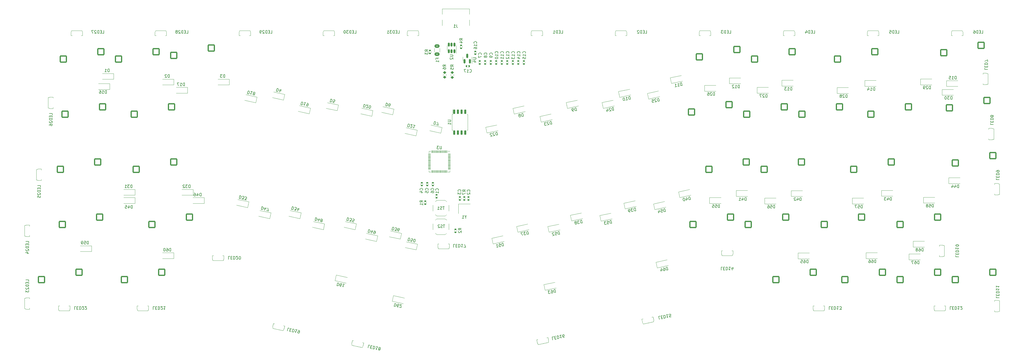
<source format=gbr>
%TF.GenerationSoftware,KiCad,Pcbnew,(6.0.9)*%
%TF.CreationDate,2022-12-15T18:11:33+09:00*%
%TF.ProjectId,Skeleton68rev2,536b656c-6574-46f6-9e36-38726576322e,rev?*%
%TF.SameCoordinates,Original*%
%TF.FileFunction,Legend,Bot*%
%TF.FilePolarity,Positive*%
%FSLAX46Y46*%
G04 Gerber Fmt 4.6, Leading zero omitted, Abs format (unit mm)*
G04 Created by KiCad (PCBNEW (6.0.9)) date 2022-12-15 18:11:33*
%MOMM*%
%LPD*%
G01*
G04 APERTURE LIST*
G04 Aperture macros list*
%AMRoundRect*
0 Rectangle with rounded corners*
0 $1 Rounding radius*
0 $2 $3 $4 $5 $6 $7 $8 $9 X,Y pos of 4 corners*
0 Add a 4 corners polygon primitive as box body*
4,1,4,$2,$3,$4,$5,$6,$7,$8,$9,$2,$3,0*
0 Add four circle primitives for the rounded corners*
1,1,$1+$1,$2,$3*
1,1,$1+$1,$4,$5*
1,1,$1+$1,$6,$7*
1,1,$1+$1,$8,$9*
0 Add four rect primitives between the rounded corners*
20,1,$1+$1,$2,$3,$4,$5,0*
20,1,$1+$1,$4,$5,$6,$7,0*
20,1,$1+$1,$6,$7,$8,$9,0*
20,1,$1+$1,$8,$9,$2,$3,0*%
%AMRotRect*
0 Rectangle, with rotation*
0 The origin of the aperture is its center*
0 $1 length*
0 $2 width*
0 $3 Rotation angle, in degrees counterclockwise*
0 Add horizontal line*
21,1,$1,$2,0,0,$3*%
G04 Aperture macros list end*
%ADD10C,0.150000*%
%ADD11C,0.120000*%
%ADD12C,2.200000*%
%ADD13R,0.420000X1.300000*%
%ADD14RotRect,0.900000X1.200000X12.000000*%
%ADD15R,0.900000X1.200000*%
%ADD16C,3.000000*%
%ADD17C,3.987800*%
%ADD18C,1.701800*%
%ADD19RoundRect,0.200000X1.269816X0.803550X-0.833201X1.250560X-1.269816X-0.803550X0.833201X-1.250560X0*%
%ADD20RoundRect,0.135000X0.185000X-0.135000X0.185000X0.135000X-0.185000X0.135000X-0.185000X-0.135000X0*%
%ADD21RoundRect,0.200000X1.075000X1.050000X-1.075000X1.050000X-1.075000X-1.050000X1.075000X-1.050000X0*%
%ADD22RotRect,0.900000X1.200000X348.000000*%
%ADD23R,1.300000X0.420000*%
%ADD24RotRect,0.420000X1.300000X348.000000*%
%ADD25R,1.800000X1.100000*%
%ADD26RoundRect,0.140000X-0.170000X0.140000X-0.170000X-0.140000X0.170000X-0.140000X0.170000X0.140000X0*%
%ADD27RoundRect,0.200000X0.833201X1.250560X-1.269816X0.803550X-0.833201X-1.250560X1.269816X-0.803550X0*%
%ADD28RotRect,0.900000X1.200000X168.000000*%
%ADD29RoundRect,0.140000X0.170000X-0.140000X0.170000X0.140000X-0.170000X0.140000X-0.170000X-0.140000X0*%
%ADD30C,3.048000*%
%ADD31RoundRect,0.135000X-0.185000X0.135000X-0.185000X-0.135000X0.185000X-0.135000X0.185000X0.135000X0*%
%ADD32RoundRect,0.150000X0.150000X-0.512500X0.150000X0.512500X-0.150000X0.512500X-0.150000X-0.512500X0*%
%ADD33RoundRect,0.150000X0.150000X-0.587500X0.150000X0.587500X-0.150000X0.587500X-0.150000X-0.587500X0*%
%ADD34RoundRect,0.050000X0.387500X0.050000X-0.387500X0.050000X-0.387500X-0.050000X0.387500X-0.050000X0*%
%ADD35RoundRect,0.050000X0.050000X0.387500X-0.050000X0.387500X-0.050000X-0.387500X0.050000X-0.387500X0*%
%ADD36R,3.200000X3.200000*%
%ADD37RoundRect,0.140000X0.140000X0.170000X-0.140000X0.170000X-0.140000X-0.170000X0.140000X-0.170000X0*%
%ADD38C,0.650000*%
%ADD39R,0.600000X1.450000*%
%ADD40R,0.300000X1.450000*%
%ADD41O,1.000000X2.100000*%
%ADD42O,1.000000X1.600000*%
%ADD43RoundRect,0.150000X-0.150000X0.650000X-0.150000X-0.650000X0.150000X-0.650000X0.150000X0.650000X0*%
%ADD44RoundRect,0.200000X-0.275000X0.200000X-0.275000X-0.200000X0.275000X-0.200000X0.275000X0.200000X0*%
%ADD45R,1.400000X1.200000*%
%ADD46RotRect,0.420000X1.300000X12.000000*%
%ADD47RoundRect,0.250000X-0.625000X0.375000X-0.625000X-0.375000X0.625000X-0.375000X0.625000X0.375000X0*%
G04 APERTURE END LIST*
D10*
%TO.C,LED17*%
X168794761Y-97067619D02*
X168318571Y-97067619D01*
X168318571Y-98067619D01*
X169128095Y-97591428D02*
X169461428Y-97591428D01*
X169604285Y-97067619D02*
X169128095Y-97067619D01*
X169128095Y-98067619D01*
X169604285Y-98067619D01*
X170032857Y-97067619D02*
X170032857Y-98067619D01*
X170270952Y-98067619D01*
X170413809Y-98020000D01*
X170509047Y-97924761D01*
X170556666Y-97829523D01*
X170604285Y-97639047D01*
X170604285Y-97496190D01*
X170556666Y-97305714D01*
X170509047Y-97210476D01*
X170413809Y-97115238D01*
X170270952Y-97067619D01*
X170032857Y-97067619D01*
X171556666Y-97067619D02*
X170985238Y-97067619D01*
X171270952Y-97067619D02*
X171270952Y-98067619D01*
X171175714Y-97924761D01*
X171080476Y-97829523D01*
X170985238Y-97781904D01*
X171890000Y-98067619D02*
X172556666Y-98067619D01*
X172128095Y-97067619D01*
%TO.C,LED30*%
X134185238Y-24142374D02*
X134661428Y-24142374D01*
X134661428Y-23142374D01*
X133851904Y-23618565D02*
X133518571Y-23618565D01*
X133375714Y-24142374D02*
X133851904Y-24142374D01*
X133851904Y-23142374D01*
X133375714Y-23142374D01*
X132947142Y-24142374D02*
X132947142Y-23142374D01*
X132709047Y-23142374D01*
X132566190Y-23189994D01*
X132470952Y-23285232D01*
X132423333Y-23380470D01*
X132375714Y-23570946D01*
X132375714Y-23713803D01*
X132423333Y-23904279D01*
X132470952Y-23999517D01*
X132566190Y-24094755D01*
X132709047Y-24142374D01*
X132947142Y-24142374D01*
X132042380Y-23142374D02*
X131423333Y-23142374D01*
X131756666Y-23523327D01*
X131613809Y-23523327D01*
X131518571Y-23570946D01*
X131470952Y-23618565D01*
X131423333Y-23713803D01*
X131423333Y-23951898D01*
X131470952Y-24047136D01*
X131518571Y-24094755D01*
X131613809Y-24142374D01*
X131899523Y-24142374D01*
X131994761Y-24094755D01*
X132042380Y-24047136D01*
X130804285Y-23142374D02*
X130709047Y-23142374D01*
X130613809Y-23189994D01*
X130566190Y-23237613D01*
X130518571Y-23332851D01*
X130470952Y-23523327D01*
X130470952Y-23761422D01*
X130518571Y-23951898D01*
X130566190Y-24047136D01*
X130613809Y-24094755D01*
X130709047Y-24142374D01*
X130804285Y-24142374D01*
X130899523Y-24094755D01*
X130947142Y-24047136D01*
X130994761Y-23951898D01*
X131042380Y-23761422D01*
X131042380Y-23523327D01*
X130994761Y-23332851D01*
X130947142Y-23237613D01*
X130899523Y-23189994D01*
X130804285Y-23142374D01*
%TO.C,D9*%
X210781844Y-50822831D02*
X210573932Y-49844684D01*
X210341040Y-49894186D01*
X210211205Y-49970467D01*
X210137849Y-50083425D01*
X210111072Y-50186482D01*
X210104096Y-50382696D01*
X210133797Y-50522432D01*
X210219978Y-50698845D01*
X210286358Y-50782101D01*
X210399316Y-50855457D01*
X210548952Y-50872334D01*
X210781844Y-50822831D01*
X209757118Y-51040643D02*
X209570804Y-51080246D01*
X209467747Y-51053468D01*
X209411268Y-51016790D01*
X209288409Y-50896856D01*
X209202228Y-50720443D01*
X209123024Y-50347815D01*
X209149801Y-50244758D01*
X209186479Y-50188279D01*
X209269735Y-50121899D01*
X209456049Y-50082297D01*
X209559107Y-50109074D01*
X209615586Y-50145752D01*
X209681965Y-50229009D01*
X209731468Y-50461901D01*
X209704691Y-50564958D01*
X209668013Y-50621437D01*
X209584756Y-50687817D01*
X209398443Y-50727419D01*
X209295385Y-50700642D01*
X209238906Y-50663964D01*
X209172527Y-50580708D01*
%TO.C,D44*%
X342654285Y-77512380D02*
X342654285Y-76512380D01*
X342416190Y-76512380D01*
X342273333Y-76560000D01*
X342178095Y-76655238D01*
X342130476Y-76750476D01*
X342082857Y-76940952D01*
X342082857Y-77083809D01*
X342130476Y-77274285D01*
X342178095Y-77369523D01*
X342273333Y-77464761D01*
X342416190Y-77512380D01*
X342654285Y-77512380D01*
X341225714Y-76845714D02*
X341225714Y-77512380D01*
X341463809Y-76464761D02*
X341701904Y-77179047D01*
X341082857Y-77179047D01*
X340273333Y-76845714D02*
X340273333Y-77512380D01*
X340511428Y-76464761D02*
X340749523Y-77179047D01*
X340130476Y-77179047D01*
%TO.C,R7*%
X172452380Y-78823333D02*
X171976190Y-78490000D01*
X172452380Y-78251904D02*
X171452380Y-78251904D01*
X171452380Y-78632857D01*
X171500000Y-78728095D01*
X171547619Y-78775714D01*
X171642857Y-78823333D01*
X171785714Y-78823333D01*
X171880952Y-78775714D01*
X171928571Y-78728095D01*
X171976190Y-78632857D01*
X171976190Y-78251904D01*
X171452380Y-79156666D02*
X171452380Y-79823333D01*
X172452380Y-79394761D01*
%TO.C,D62*%
X148032981Y-117466335D02*
X147825069Y-118444483D01*
X148057962Y-118493985D01*
X148207598Y-118477109D01*
X148320556Y-118403753D01*
X148386935Y-118320496D01*
X148473116Y-118144083D01*
X148502818Y-118004348D01*
X148495841Y-117808133D01*
X148469064Y-117705076D01*
X148395708Y-117592118D01*
X148265873Y-117515838D01*
X148032981Y-117466335D01*
X149222423Y-118741499D02*
X149036109Y-118701897D01*
X148952853Y-118635517D01*
X148916175Y-118579038D01*
X148852720Y-118419502D01*
X148845744Y-118223288D01*
X148924948Y-117850660D01*
X148991328Y-117767404D01*
X149047807Y-117730726D01*
X149150864Y-117703948D01*
X149337178Y-117743551D01*
X149420434Y-117809930D01*
X149457112Y-117866409D01*
X149483890Y-117969467D01*
X149434387Y-118202359D01*
X149368007Y-118285615D01*
X149311528Y-118322293D01*
X149208471Y-118349070D01*
X149022157Y-118309468D01*
X148938901Y-118243089D01*
X148902223Y-118186610D01*
X148875445Y-118083552D01*
X149708009Y-118747348D02*
X149744687Y-118803827D01*
X149827943Y-118870206D01*
X150060835Y-118919709D01*
X150163893Y-118892932D01*
X150220372Y-118856254D01*
X150286751Y-118772998D01*
X150306553Y-118679841D01*
X150289676Y-118530205D01*
X149849541Y-117852457D01*
X150455061Y-117981164D01*
%TO.C,LED9*%
X355607619Y-74249047D02*
X355607619Y-74725238D01*
X356607619Y-74725238D01*
X356131428Y-73915714D02*
X356131428Y-73582380D01*
X355607619Y-73439523D02*
X355607619Y-73915714D01*
X356607619Y-73915714D01*
X356607619Y-73439523D01*
X355607619Y-73010952D02*
X356607619Y-73010952D01*
X356607619Y-72772857D01*
X356560000Y-72630000D01*
X356464761Y-72534761D01*
X356369523Y-72487142D01*
X356179047Y-72439523D01*
X356036190Y-72439523D01*
X355845714Y-72487142D01*
X355750476Y-72534761D01*
X355655238Y-72630000D01*
X355607619Y-72772857D01*
X355607619Y-73010952D01*
X355607619Y-71963333D02*
X355607619Y-71772857D01*
X355655238Y-71677619D01*
X355702857Y-71630000D01*
X355845714Y-71534761D01*
X356036190Y-71487142D01*
X356417142Y-71487142D01*
X356512380Y-71534761D01*
X356560000Y-71582380D01*
X356607619Y-71677619D01*
X356607619Y-71868095D01*
X356560000Y-71963333D01*
X356512380Y-72010952D01*
X356417142Y-72058571D01*
X356179047Y-72058571D01*
X356083809Y-72010952D01*
X356036190Y-71963333D01*
X355988571Y-71868095D01*
X355988571Y-71677619D01*
X356036190Y-71582380D01*
X356083809Y-71534761D01*
X356179047Y-71487142D01*
%TO.C,D64*%
X242277628Y-105876326D02*
X242069717Y-104898178D01*
X241836824Y-104947681D01*
X241706990Y-105023961D01*
X241633634Y-105136919D01*
X241606857Y-105239976D01*
X241599880Y-105436191D01*
X241629582Y-105575926D01*
X241715763Y-105752339D01*
X241782142Y-105835596D01*
X241895100Y-105908952D01*
X242044736Y-105925828D01*
X242277628Y-105876326D01*
X240672363Y-105195195D02*
X240858677Y-105155593D01*
X240961734Y-105182370D01*
X241018213Y-105219048D01*
X241141072Y-105338982D01*
X241227253Y-105515395D01*
X241306457Y-105888023D01*
X241279680Y-105991080D01*
X241243002Y-106047559D01*
X241159745Y-106113939D01*
X240973432Y-106153541D01*
X240870374Y-106126764D01*
X240813895Y-106090086D01*
X240747516Y-106006830D01*
X240698013Y-105773937D01*
X240724790Y-105670880D01*
X240761468Y-105614401D01*
X240844724Y-105548021D01*
X241031038Y-105508419D01*
X241134096Y-105535196D01*
X241190575Y-105571874D01*
X241256954Y-105655131D01*
X239810098Y-105719255D02*
X239948706Y-106371353D01*
X239963786Y-105297125D02*
X240345186Y-105946299D01*
X239739666Y-106075006D01*
%TO.C,LED19*%
X111663676Y-126055836D02*
X111197892Y-125956830D01*
X110989980Y-126934978D01*
X111880820Y-126637502D02*
X112206869Y-126706806D01*
X112455510Y-126224145D02*
X111989726Y-126125139D01*
X111781814Y-127103287D01*
X112247599Y-127202293D01*
X112874716Y-126313250D02*
X112666805Y-127291398D01*
X112899697Y-127340900D01*
X113049333Y-127324024D01*
X113162291Y-127250668D01*
X113228670Y-127167411D01*
X113314851Y-126990998D01*
X113344553Y-126851263D01*
X113337577Y-126655048D01*
X113310799Y-126551991D01*
X113237443Y-126439033D01*
X113107609Y-126362753D01*
X112874716Y-126313250D01*
X114365227Y-126630068D02*
X113806286Y-126511261D01*
X114085756Y-126570664D02*
X113877845Y-127548812D01*
X113814389Y-127389276D01*
X113741034Y-127276318D01*
X113657777Y-127209938D01*
X114831012Y-126729073D02*
X115017325Y-126768676D01*
X115100582Y-126835055D01*
X115137260Y-126891534D01*
X115200715Y-127051071D01*
X115207691Y-127247285D01*
X115128487Y-127619913D01*
X115062107Y-127703169D01*
X115005628Y-127739847D01*
X114902571Y-127766624D01*
X114716257Y-127727022D01*
X114633000Y-127660643D01*
X114596323Y-127604163D01*
X114569545Y-127501106D01*
X114619048Y-127268214D01*
X114685428Y-127184957D01*
X114741907Y-127148279D01*
X114844964Y-127121502D01*
X115031278Y-127161104D01*
X115114534Y-127227484D01*
X115151212Y-127283963D01*
X115177989Y-127387020D01*
%TO.C,TS1*%
X165178095Y-84022380D02*
X164606666Y-84022380D01*
X164892380Y-85022380D02*
X164892380Y-84022380D01*
X164320952Y-84974761D02*
X164178095Y-85022380D01*
X163940000Y-85022380D01*
X163844761Y-84974761D01*
X163797142Y-84927142D01*
X163749523Y-84831904D01*
X163749523Y-84736666D01*
X163797142Y-84641428D01*
X163844761Y-84593809D01*
X163940000Y-84546190D01*
X164130476Y-84498571D01*
X164225714Y-84450952D01*
X164273333Y-84403333D01*
X164320952Y-84308095D01*
X164320952Y-84212857D01*
X164273333Y-84117619D01*
X164225714Y-84070000D01*
X164130476Y-84022380D01*
X163892380Y-84022380D01*
X163749523Y-84070000D01*
X162797142Y-85022380D02*
X163368571Y-85022380D01*
X163082857Y-85022380D02*
X163082857Y-84022380D01*
X163178095Y-84165238D01*
X163273333Y-84260476D01*
X163368571Y-84308095D01*
%TO.C,D30*%
X340304285Y-46952380D02*
X340304285Y-45952380D01*
X340066190Y-45952380D01*
X339923333Y-46000000D01*
X339828095Y-46095238D01*
X339780476Y-46190476D01*
X339732857Y-46380952D01*
X339732857Y-46523809D01*
X339780476Y-46714285D01*
X339828095Y-46809523D01*
X339923333Y-46904761D01*
X340066190Y-46952380D01*
X340304285Y-46952380D01*
X339399523Y-45952380D02*
X338780476Y-45952380D01*
X339113809Y-46333333D01*
X338970952Y-46333333D01*
X338875714Y-46380952D01*
X338828095Y-46428571D01*
X338780476Y-46523809D01*
X338780476Y-46761904D01*
X338828095Y-46857142D01*
X338875714Y-46904761D01*
X338970952Y-46952380D01*
X339256666Y-46952380D01*
X339351904Y-46904761D01*
X339399523Y-46857142D01*
X338161428Y-45952380D02*
X338066190Y-45952380D01*
X337970952Y-46000000D01*
X337923333Y-46047619D01*
X337875714Y-46142857D01*
X337828095Y-46333333D01*
X337828095Y-46571428D01*
X337875714Y-46761904D01*
X337923333Y-46857142D01*
X337970952Y-46904761D01*
X338066190Y-46952380D01*
X338161428Y-46952380D01*
X338256666Y-46904761D01*
X338304285Y-46857142D01*
X338351904Y-46761904D01*
X338399523Y-46571428D01*
X338399523Y-46333333D01*
X338351904Y-46142857D01*
X338304285Y-46047619D01*
X338256666Y-46000000D01*
X338161428Y-45952380D01*
%TO.C,C1*%
X163027142Y-78413333D02*
X163074761Y-78365714D01*
X163122380Y-78222857D01*
X163122380Y-78127619D01*
X163074761Y-77984761D01*
X162979523Y-77889523D01*
X162884285Y-77841904D01*
X162693809Y-77794285D01*
X162550952Y-77794285D01*
X162360476Y-77841904D01*
X162265238Y-77889523D01*
X162170000Y-77984761D01*
X162122380Y-78127619D01*
X162122380Y-78222857D01*
X162170000Y-78365714D01*
X162217619Y-78413333D01*
X163122380Y-79365714D02*
X163122380Y-78794285D01*
X163122380Y-79080000D02*
X162122380Y-79080000D01*
X162265238Y-78984761D01*
X162360476Y-78889523D01*
X162408095Y-78794285D01*
%TO.C,LED3*%
X263476328Y-24142365D02*
X263952519Y-24142365D01*
X263952519Y-23142365D01*
X263142995Y-23618556D02*
X262809661Y-23618556D01*
X262666804Y-24142365D02*
X263142995Y-24142365D01*
X263142995Y-23142365D01*
X262666804Y-23142365D01*
X262238233Y-24142365D02*
X262238233Y-23142365D01*
X262000138Y-23142365D01*
X261857281Y-23189985D01*
X261762042Y-23285223D01*
X261714423Y-23380461D01*
X261666804Y-23570937D01*
X261666804Y-23713794D01*
X261714423Y-23904270D01*
X261762042Y-23999508D01*
X261857281Y-24094746D01*
X262000138Y-24142365D01*
X262238233Y-24142365D01*
X261333471Y-23142365D02*
X260714423Y-23142365D01*
X261047757Y-23523318D01*
X260904900Y-23523318D01*
X260809661Y-23570937D01*
X260762042Y-23618556D01*
X260714423Y-23713794D01*
X260714423Y-23951889D01*
X260762042Y-24047127D01*
X260809661Y-24094746D01*
X260904900Y-24142365D01*
X261190614Y-24142365D01*
X261285852Y-24094746D01*
X261333471Y-24047127D01*
%TO.C,D58*%
X333894285Y-84212380D02*
X333894285Y-83212380D01*
X333656190Y-83212380D01*
X333513333Y-83260000D01*
X333418095Y-83355238D01*
X333370476Y-83450476D01*
X333322857Y-83640952D01*
X333322857Y-83783809D01*
X333370476Y-83974285D01*
X333418095Y-84069523D01*
X333513333Y-84164761D01*
X333656190Y-84212380D01*
X333894285Y-84212380D01*
X332418095Y-83212380D02*
X332894285Y-83212380D01*
X332941904Y-83688571D01*
X332894285Y-83640952D01*
X332799047Y-83593333D01*
X332560952Y-83593333D01*
X332465714Y-83640952D01*
X332418095Y-83688571D01*
X332370476Y-83783809D01*
X332370476Y-84021904D01*
X332418095Y-84117142D01*
X332465714Y-84164761D01*
X332560952Y-84212380D01*
X332799047Y-84212380D01*
X332894285Y-84164761D01*
X332941904Y-84117142D01*
X331799047Y-83640952D02*
X331894285Y-83593333D01*
X331941904Y-83545714D01*
X331989523Y-83450476D01*
X331989523Y-83402857D01*
X331941904Y-83307619D01*
X331894285Y-83260000D01*
X331799047Y-83212380D01*
X331608571Y-83212380D01*
X331513333Y-83260000D01*
X331465714Y-83307619D01*
X331418095Y-83402857D01*
X331418095Y-83450476D01*
X331465714Y-83545714D01*
X331513333Y-83593333D01*
X331608571Y-83640952D01*
X331799047Y-83640952D01*
X331894285Y-83688571D01*
X331941904Y-83736190D01*
X331989523Y-83831428D01*
X331989523Y-84021904D01*
X331941904Y-84117142D01*
X331894285Y-84164761D01*
X331799047Y-84212380D01*
X331608571Y-84212380D01*
X331513333Y-84164761D01*
X331465714Y-84117142D01*
X331418095Y-84021904D01*
X331418095Y-83831428D01*
X331465714Y-83736190D01*
X331513333Y-83688571D01*
X331608571Y-83640952D01*
%TO.C,LED5*%
X321476328Y-24142361D02*
X321952519Y-24142361D01*
X321952519Y-23142361D01*
X321142995Y-23618552D02*
X320809661Y-23618552D01*
X320666804Y-24142361D02*
X321142995Y-24142361D01*
X321142995Y-23142361D01*
X320666804Y-23142361D01*
X320238233Y-24142361D02*
X320238233Y-23142361D01*
X320000138Y-23142361D01*
X319857281Y-23189981D01*
X319762042Y-23285219D01*
X319714423Y-23380457D01*
X319666804Y-23570933D01*
X319666804Y-23713790D01*
X319714423Y-23904266D01*
X319762042Y-23999504D01*
X319857281Y-24094742D01*
X320000138Y-24142361D01*
X320238233Y-24142361D01*
X318762042Y-23142361D02*
X319238233Y-23142361D01*
X319285852Y-23618552D01*
X319238233Y-23570933D01*
X319142995Y-23523314D01*
X318904900Y-23523314D01*
X318809661Y-23570933D01*
X318762042Y-23618552D01*
X318714423Y-23713790D01*
X318714423Y-23951885D01*
X318762042Y-24047123D01*
X318809661Y-24094742D01*
X318904900Y-24142361D01*
X319142995Y-24142361D01*
X319238233Y-24094742D01*
X319285852Y-24047123D01*
%TO.C,D21*%
X152674627Y-55451245D02*
X152466715Y-56429393D01*
X152699608Y-56478895D01*
X152849244Y-56462019D01*
X152962202Y-56388663D01*
X153028581Y-56305406D01*
X153114762Y-56128993D01*
X153144464Y-55989258D01*
X153137487Y-55793043D01*
X153110710Y-55689986D01*
X153037354Y-55577028D01*
X152907519Y-55500748D01*
X152674627Y-55451245D01*
X153418086Y-56534247D02*
X153454764Y-56590726D01*
X153538020Y-56657105D01*
X153770912Y-56706608D01*
X153873970Y-56679831D01*
X153930449Y-56643153D01*
X153996828Y-56559897D01*
X154016629Y-56466740D01*
X153999753Y-56317104D01*
X153559618Y-55639356D01*
X154165138Y-55768063D01*
X155096707Y-55966074D02*
X154537765Y-55847267D01*
X154817236Y-55906671D02*
X154609324Y-56884818D01*
X154545869Y-56725282D01*
X154472513Y-56612324D01*
X154389257Y-56545944D01*
%TO.C,D35*%
X131719627Y-87836245D02*
X131511715Y-88814393D01*
X131744608Y-88863895D01*
X131894244Y-88847019D01*
X132007202Y-88773663D01*
X132073581Y-88690406D01*
X132159762Y-88513993D01*
X132189464Y-88374258D01*
X132182487Y-88178043D01*
X132155710Y-88074986D01*
X132082354Y-87962028D01*
X131952519Y-87885748D01*
X131719627Y-87836245D01*
X132396706Y-89002503D02*
X133002226Y-89131210D01*
X132755381Y-88689279D01*
X132895117Y-88718980D01*
X132998174Y-88692203D01*
X133054653Y-88655525D01*
X133121033Y-88572269D01*
X133170536Y-88339377D01*
X133143758Y-88236319D01*
X133107080Y-88179840D01*
X133023824Y-88113461D01*
X132744353Y-88054057D01*
X132641296Y-88080835D01*
X132584817Y-88117512D01*
X133887217Y-89319321D02*
X133421432Y-89220315D01*
X133473859Y-88744630D01*
X133510537Y-88801109D01*
X133593794Y-88867489D01*
X133826686Y-88916992D01*
X133929743Y-88890214D01*
X133986222Y-88853536D01*
X134052602Y-88770280D01*
X134102105Y-88537388D01*
X134075327Y-88434330D01*
X134038649Y-88377851D01*
X133955393Y-88311472D01*
X133722501Y-88261969D01*
X133619443Y-88288746D01*
X133562964Y-88325424D01*
%TO.C,D40*%
X250057628Y-81586326D02*
X249849717Y-80608178D01*
X249616824Y-80657681D01*
X249486990Y-80733961D01*
X249413634Y-80846919D01*
X249386857Y-80949976D01*
X249379880Y-81146191D01*
X249409582Y-81285926D01*
X249495763Y-81462339D01*
X249562142Y-81545596D01*
X249675100Y-81618952D01*
X249824736Y-81635828D01*
X250057628Y-81586326D01*
X248521667Y-81231244D02*
X248660275Y-81883342D01*
X248675355Y-80809114D02*
X249056755Y-81458288D01*
X248451235Y-81586995D01*
X247753686Y-81053703D02*
X247660529Y-81073504D01*
X247577273Y-81139884D01*
X247540595Y-81196363D01*
X247513818Y-81299420D01*
X247506841Y-81495635D01*
X247556344Y-81728527D01*
X247642525Y-81904940D01*
X247708904Y-81988197D01*
X247765383Y-82024874D01*
X247868441Y-82051652D01*
X247961598Y-82031851D01*
X248044854Y-81965471D01*
X248081532Y-81908992D01*
X248108309Y-81805935D01*
X248115286Y-81609720D01*
X248065783Y-81376828D01*
X247979602Y-81200415D01*
X247913223Y-81117158D01*
X247856744Y-81080480D01*
X247753686Y-81053703D01*
%TO.C,D3*%
X89418095Y-39409880D02*
X89418095Y-38409880D01*
X89180000Y-38409880D01*
X89037142Y-38457500D01*
X88941904Y-38552738D01*
X88894285Y-38647976D01*
X88846666Y-38838452D01*
X88846666Y-38981309D01*
X88894285Y-39171785D01*
X88941904Y-39267023D01*
X89037142Y-39362261D01*
X89180000Y-39409880D01*
X89418095Y-39409880D01*
X88513333Y-38409880D02*
X87894285Y-38409880D01*
X88227619Y-38790833D01*
X88084761Y-38790833D01*
X87989523Y-38838452D01*
X87941904Y-38886071D01*
X87894285Y-38981309D01*
X87894285Y-39219404D01*
X87941904Y-39314642D01*
X87989523Y-39362261D01*
X88084761Y-39409880D01*
X88370476Y-39409880D01*
X88465714Y-39362261D01*
X88513333Y-39314642D01*
%TO.C,C2*%
X173917142Y-78843333D02*
X173964761Y-78795714D01*
X174012380Y-78652857D01*
X174012380Y-78557619D01*
X173964761Y-78414761D01*
X173869523Y-78319523D01*
X173774285Y-78271904D01*
X173583809Y-78224285D01*
X173440952Y-78224285D01*
X173250476Y-78271904D01*
X173155238Y-78319523D01*
X173060000Y-78414761D01*
X173012380Y-78557619D01*
X173012380Y-78652857D01*
X173060000Y-78795714D01*
X173107619Y-78843333D01*
X173107619Y-79224285D02*
X173060000Y-79271904D01*
X173012380Y-79367142D01*
X173012380Y-79605238D01*
X173060000Y-79700476D01*
X173107619Y-79748095D01*
X173202857Y-79795714D01*
X173298095Y-79795714D01*
X173440952Y-79748095D01*
X174012380Y-79176666D01*
X174012380Y-79795714D01*
%TO.C,D67*%
X328914285Y-103802380D02*
X328914285Y-102802380D01*
X328676190Y-102802380D01*
X328533333Y-102850000D01*
X328438095Y-102945238D01*
X328390476Y-103040476D01*
X328342857Y-103230952D01*
X328342857Y-103373809D01*
X328390476Y-103564285D01*
X328438095Y-103659523D01*
X328533333Y-103754761D01*
X328676190Y-103802380D01*
X328914285Y-103802380D01*
X327485714Y-102802380D02*
X327676190Y-102802380D01*
X327771428Y-102850000D01*
X327819047Y-102897619D01*
X327914285Y-103040476D01*
X327961904Y-103230952D01*
X327961904Y-103611904D01*
X327914285Y-103707142D01*
X327866666Y-103754761D01*
X327771428Y-103802380D01*
X327580952Y-103802380D01*
X327485714Y-103754761D01*
X327438095Y-103707142D01*
X327390476Y-103611904D01*
X327390476Y-103373809D01*
X327438095Y-103278571D01*
X327485714Y-103230952D01*
X327580952Y-103183333D01*
X327771428Y-103183333D01*
X327866666Y-103230952D01*
X327914285Y-103278571D01*
X327961904Y-103373809D01*
X327057142Y-102802380D02*
X326390476Y-102802380D01*
X326819047Y-103802380D01*
%TO.C,LED24*%
X21725279Y-96548879D02*
X21725279Y-96072689D01*
X20725279Y-96072689D01*
X21201470Y-96882213D02*
X21201470Y-97215546D01*
X21725279Y-97358403D02*
X21725279Y-96882213D01*
X20725279Y-96882213D01*
X20725279Y-97358403D01*
X21725279Y-97786975D02*
X20725279Y-97786975D01*
X20725279Y-98025070D01*
X20772899Y-98167927D01*
X20868137Y-98263165D01*
X20963375Y-98310784D01*
X21153851Y-98358403D01*
X21296708Y-98358403D01*
X21487184Y-98310784D01*
X21582422Y-98263165D01*
X21677660Y-98167927D01*
X21725279Y-98025070D01*
X21725279Y-97786975D01*
X20820518Y-98739356D02*
X20772899Y-98786975D01*
X20725279Y-98882213D01*
X20725279Y-99120308D01*
X20772899Y-99215546D01*
X20820518Y-99263165D01*
X20915756Y-99310784D01*
X21010994Y-99310784D01*
X21153851Y-99263165D01*
X21725279Y-98691737D01*
X21725279Y-99310784D01*
X21058613Y-100167927D02*
X21725279Y-100167927D01*
X20677660Y-99929832D02*
X21391946Y-99691737D01*
X21391946Y-100310784D01*
%TO.C,D45*%
X57514285Y-84612380D02*
X57514285Y-83612380D01*
X57276190Y-83612380D01*
X57133333Y-83660000D01*
X57038095Y-83755238D01*
X56990476Y-83850476D01*
X56942857Y-84040952D01*
X56942857Y-84183809D01*
X56990476Y-84374285D01*
X57038095Y-84469523D01*
X57133333Y-84564761D01*
X57276190Y-84612380D01*
X57514285Y-84612380D01*
X56085714Y-83945714D02*
X56085714Y-84612380D01*
X56323809Y-83564761D02*
X56561904Y-84279047D01*
X55942857Y-84279047D01*
X55085714Y-83612380D02*
X55561904Y-83612380D01*
X55609523Y-84088571D01*
X55561904Y-84040952D01*
X55466666Y-83993333D01*
X55228571Y-83993333D01*
X55133333Y-84040952D01*
X55085714Y-84088571D01*
X55038095Y-84183809D01*
X55038095Y-84421904D01*
X55085714Y-84517142D01*
X55133333Y-84564761D01*
X55228571Y-84612380D01*
X55466666Y-84612380D01*
X55561904Y-84564761D01*
X55609523Y-84517142D01*
%TO.C,D41*%
X269274285Y-81892380D02*
X269274285Y-80892380D01*
X269036190Y-80892380D01*
X268893333Y-80940000D01*
X268798095Y-81035238D01*
X268750476Y-81130476D01*
X268702857Y-81320952D01*
X268702857Y-81463809D01*
X268750476Y-81654285D01*
X268798095Y-81749523D01*
X268893333Y-81844761D01*
X269036190Y-81892380D01*
X269274285Y-81892380D01*
X267845714Y-81225714D02*
X267845714Y-81892380D01*
X268083809Y-80844761D02*
X268321904Y-81559047D01*
X267702857Y-81559047D01*
X266798095Y-81892380D02*
X267369523Y-81892380D01*
X267083809Y-81892380D02*
X267083809Y-80892380D01*
X267179047Y-81035238D01*
X267274285Y-81130476D01*
X267369523Y-81178095D01*
%TO.C,C7*%
X177847142Y-31523333D02*
X177894761Y-31475714D01*
X177942380Y-31332857D01*
X177942380Y-31237619D01*
X177894761Y-31094761D01*
X177799523Y-30999523D01*
X177704285Y-30951904D01*
X177513809Y-30904285D01*
X177370952Y-30904285D01*
X177180476Y-30951904D01*
X177085238Y-30999523D01*
X176990000Y-31094761D01*
X176942380Y-31237619D01*
X176942380Y-31332857D01*
X176990000Y-31475714D01*
X177037619Y-31523333D01*
X176942380Y-31856666D02*
X176942380Y-32523333D01*
X177942380Y-32094761D01*
%TO.C,D43*%
X319414285Y-81842380D02*
X319414285Y-80842380D01*
X319176190Y-80842380D01*
X319033333Y-80890000D01*
X318938095Y-80985238D01*
X318890476Y-81080476D01*
X318842857Y-81270952D01*
X318842857Y-81413809D01*
X318890476Y-81604285D01*
X318938095Y-81699523D01*
X319033333Y-81794761D01*
X319176190Y-81842380D01*
X319414285Y-81842380D01*
X317985714Y-81175714D02*
X317985714Y-81842380D01*
X318223809Y-80794761D02*
X318461904Y-81509047D01*
X317842857Y-81509047D01*
X317557142Y-80842380D02*
X316938095Y-80842380D01*
X317271428Y-81223333D01*
X317128571Y-81223333D01*
X317033333Y-81270952D01*
X316985714Y-81318571D01*
X316938095Y-81413809D01*
X316938095Y-81651904D01*
X316985714Y-81747142D01*
X317033333Y-81794761D01*
X317128571Y-81842380D01*
X317414285Y-81842380D01*
X317509523Y-81794761D01*
X317557142Y-81747142D01*
%TO.C,C5*%
X159512142Y-78313333D02*
X159559761Y-78265714D01*
X159607380Y-78122857D01*
X159607380Y-78027619D01*
X159559761Y-77884761D01*
X159464523Y-77789523D01*
X159369285Y-77741904D01*
X159178809Y-77694285D01*
X159035952Y-77694285D01*
X158845476Y-77741904D01*
X158750238Y-77789523D01*
X158655000Y-77884761D01*
X158607380Y-78027619D01*
X158607380Y-78122857D01*
X158655000Y-78265714D01*
X158702619Y-78313333D01*
X158607380Y-79218095D02*
X158607380Y-78741904D01*
X159083571Y-78694285D01*
X159035952Y-78741904D01*
X158988333Y-78837142D01*
X158988333Y-79075238D01*
X159035952Y-79170476D01*
X159083571Y-79218095D01*
X159178809Y-79265714D01*
X159416904Y-79265714D01*
X159512142Y-79218095D01*
X159559761Y-79170476D01*
X159607380Y-79075238D01*
X159607380Y-78837142D01*
X159559761Y-78741904D01*
X159512142Y-78694285D01*
%TO.C,D1*%
X49508095Y-37452380D02*
X49508095Y-36452380D01*
X49270000Y-36452380D01*
X49127142Y-36500000D01*
X49031904Y-36595238D01*
X48984285Y-36690476D01*
X48936666Y-36880952D01*
X48936666Y-37023809D01*
X48984285Y-37214285D01*
X49031904Y-37309523D01*
X49127142Y-37404761D01*
X49270000Y-37452380D01*
X49508095Y-37452380D01*
X47984285Y-37452380D02*
X48555714Y-37452380D01*
X48270000Y-37452380D02*
X48270000Y-36452380D01*
X48365238Y-36595238D01*
X48460476Y-36690476D01*
X48555714Y-36738095D01*
%TO.C,D10*%
X229345128Y-46913826D02*
X229137217Y-45935678D01*
X228904324Y-45985181D01*
X228774490Y-46061461D01*
X228701134Y-46174419D01*
X228674357Y-46277476D01*
X228667380Y-46473691D01*
X228697082Y-46613426D01*
X228783263Y-46789839D01*
X228849642Y-46873096D01*
X228962600Y-46946452D01*
X229112236Y-46963328D01*
X229345128Y-46913826D01*
X227854618Y-47230643D02*
X228413559Y-47111837D01*
X228134089Y-47171240D02*
X227926177Y-46193093D01*
X228049035Y-46313027D01*
X228161993Y-46386383D01*
X228265051Y-46413160D01*
X227041186Y-46381203D02*
X226948029Y-46401004D01*
X226864773Y-46467384D01*
X226828095Y-46523863D01*
X226801318Y-46626920D01*
X226794341Y-46823135D01*
X226843844Y-47056027D01*
X226930025Y-47232440D01*
X226996404Y-47315697D01*
X227052883Y-47352374D01*
X227155941Y-47379152D01*
X227249098Y-47359351D01*
X227332354Y-47292971D01*
X227369032Y-47236492D01*
X227395809Y-47133435D01*
X227402786Y-46937220D01*
X227353283Y-46704328D01*
X227267102Y-46527915D01*
X227200723Y-46444658D01*
X227144244Y-46407980D01*
X227041186Y-46381203D01*
%TO.C,D14*%
X313634285Y-43862380D02*
X313634285Y-42862380D01*
X313396190Y-42862380D01*
X313253333Y-42910000D01*
X313158095Y-43005238D01*
X313110476Y-43100476D01*
X313062857Y-43290952D01*
X313062857Y-43433809D01*
X313110476Y-43624285D01*
X313158095Y-43719523D01*
X313253333Y-43814761D01*
X313396190Y-43862380D01*
X313634285Y-43862380D01*
X312110476Y-43862380D02*
X312681904Y-43862380D01*
X312396190Y-43862380D02*
X312396190Y-42862380D01*
X312491428Y-43005238D01*
X312586666Y-43100476D01*
X312681904Y-43148095D01*
X311253333Y-43195714D02*
X311253333Y-43862380D01*
X311491428Y-42814761D02*
X311729523Y-43529047D01*
X311110476Y-43529047D01*
%TO.C,D33*%
X94572127Y-80216245D02*
X94364215Y-81194393D01*
X94597108Y-81243895D01*
X94746744Y-81227019D01*
X94859702Y-81153663D01*
X94926081Y-81070406D01*
X95012262Y-80893993D01*
X95041964Y-80754258D01*
X95034987Y-80558043D01*
X95008210Y-80454986D01*
X94934854Y-80342028D01*
X94805019Y-80265748D01*
X94572127Y-80216245D01*
X95249206Y-81382503D02*
X95854726Y-81511210D01*
X95607881Y-81069279D01*
X95747617Y-81098980D01*
X95850674Y-81072203D01*
X95907153Y-81035525D01*
X95973533Y-80952269D01*
X96023036Y-80719377D01*
X95996258Y-80616319D01*
X95959580Y-80559840D01*
X95876324Y-80493461D01*
X95596853Y-80434057D01*
X95493796Y-80460835D01*
X95437317Y-80497512D01*
X96180775Y-81580514D02*
X96786295Y-81709222D01*
X96539450Y-81267290D01*
X96679186Y-81296992D01*
X96782243Y-81270214D01*
X96838722Y-81233536D01*
X96905102Y-81150280D01*
X96954605Y-80917388D01*
X96927827Y-80814330D01*
X96891149Y-80757851D01*
X96807893Y-80691472D01*
X96528422Y-80632068D01*
X96425365Y-80658846D01*
X96368886Y-80695524D01*
%TO.C,R2*%
X171012380Y-92093333D02*
X170536190Y-91760000D01*
X171012380Y-91521904D02*
X170012380Y-91521904D01*
X170012380Y-91902857D01*
X170060000Y-91998095D01*
X170107619Y-92045714D01*
X170202857Y-92093333D01*
X170345714Y-92093333D01*
X170440952Y-92045714D01*
X170488571Y-91998095D01*
X170536190Y-91902857D01*
X170536190Y-91521904D01*
X170107619Y-92474285D02*
X170060000Y-92521904D01*
X170012380Y-92617142D01*
X170012380Y-92855238D01*
X170060000Y-92950476D01*
X170107619Y-92998095D01*
X170202857Y-93045714D01*
X170298095Y-93045714D01*
X170440952Y-92998095D01*
X171012380Y-92426666D01*
X171012380Y-93045714D01*
%TO.C,D15*%
X341784285Y-39952380D02*
X341784285Y-38952380D01*
X341546190Y-38952380D01*
X341403333Y-39000000D01*
X341308095Y-39095238D01*
X341260476Y-39190476D01*
X341212857Y-39380952D01*
X341212857Y-39523809D01*
X341260476Y-39714285D01*
X341308095Y-39809523D01*
X341403333Y-39904761D01*
X341546190Y-39952380D01*
X341784285Y-39952380D01*
X340260476Y-39952380D02*
X340831904Y-39952380D01*
X340546190Y-39952380D02*
X340546190Y-38952380D01*
X340641428Y-39095238D01*
X340736666Y-39190476D01*
X340831904Y-39238095D01*
X339355714Y-38952380D02*
X339831904Y-38952380D01*
X339879523Y-39428571D01*
X339831904Y-39380952D01*
X339736666Y-39333333D01*
X339498571Y-39333333D01*
X339403333Y-39380952D01*
X339355714Y-39428571D01*
X339308095Y-39523809D01*
X339308095Y-39761904D01*
X339355714Y-39857142D01*
X339403333Y-39904761D01*
X339498571Y-39952380D01*
X339736666Y-39952380D01*
X339831904Y-39904761D01*
X339879523Y-39857142D01*
%TO.C,C10*%
X183562142Y-31047142D02*
X183609761Y-30999523D01*
X183657380Y-30856666D01*
X183657380Y-30761428D01*
X183609761Y-30618571D01*
X183514523Y-30523333D01*
X183419285Y-30475714D01*
X183228809Y-30428095D01*
X183085952Y-30428095D01*
X182895476Y-30475714D01*
X182800238Y-30523333D01*
X182705000Y-30618571D01*
X182657380Y-30761428D01*
X182657380Y-30856666D01*
X182705000Y-30999523D01*
X182752619Y-31047142D01*
X183657380Y-31999523D02*
X183657380Y-31428095D01*
X183657380Y-31713809D02*
X182657380Y-31713809D01*
X182800238Y-31618571D01*
X182895476Y-31523333D01*
X182943095Y-31428095D01*
X182657380Y-32618571D02*
X182657380Y-32713809D01*
X182705000Y-32809047D01*
X182752619Y-32856666D01*
X182847857Y-32904285D01*
X183038333Y-32951904D01*
X183276428Y-32951904D01*
X183466904Y-32904285D01*
X183562142Y-32856666D01*
X183609761Y-32809047D01*
X183657380Y-32713809D01*
X183657380Y-32618571D01*
X183609761Y-32523333D01*
X183562142Y-32475714D01*
X183466904Y-32428095D01*
X183276428Y-32380476D01*
X183038333Y-32380476D01*
X182847857Y-32428095D01*
X182752619Y-32475714D01*
X182705000Y-32523333D01*
X182657380Y-32618571D01*
%TO.C,LED2*%
X234476328Y-24142368D02*
X234952519Y-24142368D01*
X234952519Y-23142368D01*
X234142995Y-23618559D02*
X233809661Y-23618559D01*
X233666804Y-24142368D02*
X234142995Y-24142368D01*
X234142995Y-23142368D01*
X233666804Y-23142368D01*
X233238233Y-24142368D02*
X233238233Y-23142368D01*
X233000138Y-23142368D01*
X232857281Y-23189988D01*
X232762042Y-23285226D01*
X232714423Y-23380464D01*
X232666804Y-23570940D01*
X232666804Y-23713797D01*
X232714423Y-23904273D01*
X232762042Y-23999511D01*
X232857281Y-24094749D01*
X233000138Y-24142368D01*
X233238233Y-24142368D01*
X232285852Y-23237607D02*
X232238233Y-23189988D01*
X232142995Y-23142368D01*
X231904900Y-23142368D01*
X231809661Y-23189988D01*
X231762042Y-23237607D01*
X231714423Y-23332845D01*
X231714423Y-23428083D01*
X231762042Y-23570940D01*
X232333471Y-24142368D01*
X231714423Y-24142368D01*
%TO.C,C13*%
X189277142Y-31047142D02*
X189324761Y-30999523D01*
X189372380Y-30856666D01*
X189372380Y-30761428D01*
X189324761Y-30618571D01*
X189229523Y-30523333D01*
X189134285Y-30475714D01*
X188943809Y-30428095D01*
X188800952Y-30428095D01*
X188610476Y-30475714D01*
X188515238Y-30523333D01*
X188420000Y-30618571D01*
X188372380Y-30761428D01*
X188372380Y-30856666D01*
X188420000Y-30999523D01*
X188467619Y-31047142D01*
X189372380Y-31999523D02*
X189372380Y-31428095D01*
X189372380Y-31713809D02*
X188372380Y-31713809D01*
X188515238Y-31618571D01*
X188610476Y-31523333D01*
X188658095Y-31428095D01*
X188372380Y-32332857D02*
X188372380Y-32951904D01*
X188753333Y-32618571D01*
X188753333Y-32761428D01*
X188800952Y-32856666D01*
X188848571Y-32904285D01*
X188943809Y-32951904D01*
X189181904Y-32951904D01*
X189277142Y-32904285D01*
X189324761Y-32856666D01*
X189372380Y-32761428D01*
X189372380Y-32475714D01*
X189324761Y-32380476D01*
X189277142Y-32332857D01*
%TO.C,D52*%
X204957628Y-93556326D02*
X204749717Y-92578178D01*
X204516824Y-92627681D01*
X204386990Y-92703961D01*
X204313634Y-92816919D01*
X204286857Y-92919976D01*
X204279880Y-93116191D01*
X204309582Y-93255926D01*
X204395763Y-93432339D01*
X204462142Y-93515596D01*
X204575100Y-93588952D01*
X204724736Y-93605828D01*
X204957628Y-93556326D01*
X203305785Y-92885095D02*
X203771569Y-92786090D01*
X203917153Y-93241974D01*
X203860674Y-93205296D01*
X203757617Y-93178519D01*
X203524724Y-93228021D01*
X203441468Y-93294401D01*
X203404790Y-93350880D01*
X203378013Y-93453937D01*
X203427516Y-93686830D01*
X203493895Y-93770086D01*
X203550374Y-93806764D01*
X203653432Y-93833541D01*
X203886324Y-93784038D01*
X203969580Y-93717659D01*
X204006258Y-93661180D01*
X202906380Y-93067357D02*
X202849901Y-93030679D01*
X202746843Y-93003902D01*
X202513951Y-93053405D01*
X202430694Y-93119784D01*
X202394017Y-93176263D01*
X202367239Y-93279321D01*
X202387040Y-93372478D01*
X202463320Y-93502313D01*
X203141069Y-93942447D01*
X202535549Y-94071155D01*
%TO.C,C16*%
X176247142Y-27607142D02*
X176294761Y-27559523D01*
X176342380Y-27416666D01*
X176342380Y-27321428D01*
X176294761Y-27178571D01*
X176199523Y-27083333D01*
X176104285Y-27035714D01*
X175913809Y-26988095D01*
X175770952Y-26988095D01*
X175580476Y-27035714D01*
X175485238Y-27083333D01*
X175390000Y-27178571D01*
X175342380Y-27321428D01*
X175342380Y-27416666D01*
X175390000Y-27559523D01*
X175437619Y-27607142D01*
X176342380Y-28559523D02*
X176342380Y-27988095D01*
X176342380Y-28273809D02*
X175342380Y-28273809D01*
X175485238Y-28178571D01*
X175580476Y-28083333D01*
X175628095Y-27988095D01*
X175342380Y-29416666D02*
X175342380Y-29226190D01*
X175390000Y-29130952D01*
X175437619Y-29083333D01*
X175580476Y-28988095D01*
X175770952Y-28940476D01*
X176151904Y-28940476D01*
X176247142Y-28988095D01*
X176294761Y-29035714D01*
X176342380Y-29130952D01*
X176342380Y-29321428D01*
X176294761Y-29416666D01*
X176247142Y-29464285D01*
X176151904Y-29511904D01*
X175913809Y-29511904D01*
X175818571Y-29464285D01*
X175770952Y-29416666D01*
X175723333Y-29321428D01*
X175723333Y-29130952D01*
X175770952Y-29035714D01*
X175818571Y-28988095D01*
X175913809Y-28940476D01*
%TO.C,D55*%
X260114285Y-84362380D02*
X260114285Y-83362380D01*
X259876190Y-83362380D01*
X259733333Y-83410000D01*
X259638095Y-83505238D01*
X259590476Y-83600476D01*
X259542857Y-83790952D01*
X259542857Y-83933809D01*
X259590476Y-84124285D01*
X259638095Y-84219523D01*
X259733333Y-84314761D01*
X259876190Y-84362380D01*
X260114285Y-84362380D01*
X258638095Y-83362380D02*
X259114285Y-83362380D01*
X259161904Y-83838571D01*
X259114285Y-83790952D01*
X259019047Y-83743333D01*
X258780952Y-83743333D01*
X258685714Y-83790952D01*
X258638095Y-83838571D01*
X258590476Y-83933809D01*
X258590476Y-84171904D01*
X258638095Y-84267142D01*
X258685714Y-84314761D01*
X258780952Y-84362380D01*
X259019047Y-84362380D01*
X259114285Y-84314761D01*
X259161904Y-84267142D01*
X257685714Y-83362380D02*
X258161904Y-83362380D01*
X258209523Y-83838571D01*
X258161904Y-83790952D01*
X258066666Y-83743333D01*
X257828571Y-83743333D01*
X257733333Y-83790952D01*
X257685714Y-83838571D01*
X257638095Y-83933809D01*
X257638095Y-84171904D01*
X257685714Y-84267142D01*
X257733333Y-84314761D01*
X257828571Y-84362380D01*
X258066666Y-84362380D01*
X258161904Y-84314761D01*
X258209523Y-84267142D01*
%TO.C,LED21*%
X65188169Y-118577619D02*
X64711979Y-118577619D01*
X64711979Y-119577619D01*
X65521503Y-119101428D02*
X65854836Y-119101428D01*
X65997693Y-118577619D02*
X65521503Y-118577619D01*
X65521503Y-119577619D01*
X65997693Y-119577619D01*
X66426265Y-118577619D02*
X66426265Y-119577619D01*
X66664360Y-119577619D01*
X66807217Y-119530000D01*
X66902455Y-119434761D01*
X66950074Y-119339523D01*
X66997693Y-119149047D01*
X66997693Y-119006190D01*
X66950074Y-118815714D01*
X66902455Y-118720476D01*
X66807217Y-118625238D01*
X66664360Y-118577619D01*
X66426265Y-118577619D01*
X67378646Y-119482380D02*
X67426265Y-119530000D01*
X67521503Y-119577619D01*
X67759598Y-119577619D01*
X67854836Y-119530000D01*
X67902455Y-119482380D01*
X67950074Y-119387142D01*
X67950074Y-119291904D01*
X67902455Y-119149047D01*
X67331027Y-118577619D01*
X67950074Y-118577619D01*
X68902455Y-118577619D02*
X68331027Y-118577619D01*
X68616741Y-118577619D02*
X68616741Y-119577619D01*
X68521503Y-119434761D01*
X68426265Y-119339523D01*
X68331027Y-119291904D01*
%TO.C,LED8*%
X353607619Y-55199047D02*
X353607619Y-55675238D01*
X354607619Y-55675238D01*
X354131428Y-54865714D02*
X354131428Y-54532380D01*
X353607619Y-54389523D02*
X353607619Y-54865714D01*
X354607619Y-54865714D01*
X354607619Y-54389523D01*
X353607619Y-53960952D02*
X354607619Y-53960952D01*
X354607619Y-53722857D01*
X354560000Y-53580000D01*
X354464761Y-53484761D01*
X354369523Y-53437142D01*
X354179047Y-53389523D01*
X354036190Y-53389523D01*
X353845714Y-53437142D01*
X353750476Y-53484761D01*
X353655238Y-53580000D01*
X353607619Y-53722857D01*
X353607619Y-53960952D01*
X354179047Y-52818095D02*
X354226666Y-52913333D01*
X354274285Y-52960952D01*
X354369523Y-53008571D01*
X354417142Y-53008571D01*
X354512380Y-52960952D01*
X354560000Y-52913333D01*
X354607619Y-52818095D01*
X354607619Y-52627619D01*
X354560000Y-52532380D01*
X354512380Y-52484761D01*
X354417142Y-52437142D01*
X354369523Y-52437142D01*
X354274285Y-52484761D01*
X354226666Y-52532380D01*
X354179047Y-52627619D01*
X354179047Y-52818095D01*
X354131428Y-52913333D01*
X354083809Y-52960952D01*
X353988571Y-53008571D01*
X353798095Y-53008571D01*
X353702857Y-52960952D01*
X353655238Y-52913333D01*
X353607619Y-52818095D01*
X353607619Y-52627619D01*
X353655238Y-52532380D01*
X353702857Y-52484761D01*
X353798095Y-52437142D01*
X353988571Y-52437142D01*
X354083809Y-52484761D01*
X354131428Y-52532380D01*
X354179047Y-52627619D01*
%TO.C,D7*%
X161712912Y-54597751D02*
X161505000Y-55575898D01*
X161737892Y-55625401D01*
X161887528Y-55608524D01*
X162000486Y-55535168D01*
X162066866Y-55451912D01*
X162153047Y-55275499D01*
X162182748Y-55135763D01*
X162175772Y-54939549D01*
X162148995Y-54836491D01*
X162075639Y-54723533D01*
X161945804Y-54647253D01*
X161712912Y-54597751D01*
X162389991Y-55764009D02*
X163042089Y-55902616D01*
X162830795Y-54835364D01*
%TO.C,D18*%
X97429627Y-44021245D02*
X97221715Y-44999393D01*
X97454608Y-45048895D01*
X97604244Y-45032019D01*
X97717202Y-44958663D01*
X97783581Y-44875406D01*
X97869762Y-44698993D01*
X97899464Y-44559258D01*
X97892487Y-44363043D01*
X97865710Y-44259986D01*
X97792354Y-44147028D01*
X97662519Y-44070748D01*
X97429627Y-44021245D01*
X98920138Y-44338063D02*
X98361196Y-44219256D01*
X98640667Y-44278659D02*
X98432755Y-45256807D01*
X98369300Y-45097271D01*
X98295944Y-44984313D01*
X98212688Y-44917933D01*
X99360273Y-45015811D02*
X99257215Y-45042588D01*
X99200736Y-45079266D01*
X99134357Y-45162523D01*
X99124456Y-45209101D01*
X99151233Y-45312158D01*
X99187911Y-45368637D01*
X99271168Y-45435017D01*
X99457481Y-45474619D01*
X99560539Y-45447842D01*
X99617018Y-45411164D01*
X99683397Y-45327908D01*
X99693298Y-45281329D01*
X99666521Y-45178272D01*
X99629843Y-45121793D01*
X99546586Y-45055413D01*
X99360273Y-45015811D01*
X99277016Y-44949431D01*
X99240338Y-44892952D01*
X99213561Y-44789895D01*
X99253163Y-44603581D01*
X99319543Y-44520325D01*
X99376022Y-44483647D01*
X99479079Y-44456869D01*
X99665393Y-44496472D01*
X99748649Y-44562851D01*
X99785327Y-44619330D01*
X99812105Y-44722388D01*
X99772502Y-44908702D01*
X99706123Y-44991958D01*
X99649644Y-45028636D01*
X99546586Y-45055413D01*
%TO.C,D23*%
X202217628Y-55486326D02*
X202009717Y-54508178D01*
X201776824Y-54557681D01*
X201646990Y-54633961D01*
X201573634Y-54746919D01*
X201546857Y-54849976D01*
X201539880Y-55046191D01*
X201569582Y-55185926D01*
X201655763Y-55362339D01*
X201722142Y-55445596D01*
X201835100Y-55518952D01*
X201984736Y-55535828D01*
X202217628Y-55486326D01*
X201097949Y-54799346D02*
X201041470Y-54762668D01*
X200938412Y-54735891D01*
X200705520Y-54785394D01*
X200622264Y-54851773D01*
X200585586Y-54908252D01*
X200558808Y-55011310D01*
X200578609Y-55104467D01*
X200654890Y-55234301D01*
X201332638Y-55674436D01*
X200727118Y-55803143D01*
X200193157Y-54894300D02*
X199587637Y-55023007D01*
X199992891Y-55326331D01*
X199853155Y-55356032D01*
X199769899Y-55422412D01*
X199733221Y-55478891D01*
X199706444Y-55581948D01*
X199755946Y-55814841D01*
X199822326Y-55898097D01*
X199878805Y-55934775D01*
X199981863Y-55961552D01*
X200261333Y-55902149D01*
X200344590Y-55835769D01*
X200381268Y-55779290D01*
%TO.C,D46*%
X81224285Y-80367380D02*
X81224285Y-79367380D01*
X80986190Y-79367380D01*
X80843333Y-79415000D01*
X80748095Y-79510238D01*
X80700476Y-79605476D01*
X80652857Y-79795952D01*
X80652857Y-79938809D01*
X80700476Y-80129285D01*
X80748095Y-80224523D01*
X80843333Y-80319761D01*
X80986190Y-80367380D01*
X81224285Y-80367380D01*
X79795714Y-79700714D02*
X79795714Y-80367380D01*
X80033809Y-79319761D02*
X80271904Y-80034047D01*
X79652857Y-80034047D01*
X78843333Y-79367380D02*
X79033809Y-79367380D01*
X79129047Y-79415000D01*
X79176666Y-79462619D01*
X79271904Y-79605476D01*
X79319523Y-79795952D01*
X79319523Y-80176904D01*
X79271904Y-80272142D01*
X79224285Y-80319761D01*
X79129047Y-80367380D01*
X78938571Y-80367380D01*
X78843333Y-80319761D01*
X78795714Y-80272142D01*
X78748095Y-80176904D01*
X78748095Y-79938809D01*
X78795714Y-79843571D01*
X78843333Y-79795952D01*
X78938571Y-79748333D01*
X79129047Y-79748333D01*
X79224285Y-79795952D01*
X79271904Y-79843571D01*
X79319523Y-79938809D01*
%TO.C,D24*%
X223630128Y-50723826D02*
X223422217Y-49745678D01*
X223189324Y-49795181D01*
X223059490Y-49871461D01*
X222986134Y-49984419D01*
X222959357Y-50087476D01*
X222952380Y-50283691D01*
X222982082Y-50423426D01*
X223068263Y-50599839D01*
X223134642Y-50683096D01*
X223247600Y-50756452D01*
X223397236Y-50773328D01*
X223630128Y-50723826D01*
X222510449Y-50036846D02*
X222453970Y-50000168D01*
X222350912Y-49973391D01*
X222118020Y-50022894D01*
X222034764Y-50089273D01*
X221998086Y-50145752D01*
X221971308Y-50248810D01*
X221991109Y-50341967D01*
X222067390Y-50471801D01*
X222745138Y-50911936D01*
X222139618Y-51040643D01*
X221162598Y-50566755D02*
X221301206Y-51218853D01*
X221316286Y-50144625D02*
X221697686Y-50793799D01*
X221092166Y-50922506D01*
%TO.C,D11*%
X247177628Y-42156326D02*
X246969717Y-41178178D01*
X246736824Y-41227681D01*
X246606990Y-41303961D01*
X246533634Y-41416919D01*
X246506857Y-41519976D01*
X246499880Y-41716191D01*
X246529582Y-41855926D01*
X246615763Y-42032339D01*
X246682142Y-42115596D01*
X246795100Y-42188952D01*
X246944736Y-42205828D01*
X247177628Y-42156326D01*
X245687118Y-42473143D02*
X246246059Y-42354337D01*
X245966589Y-42413740D02*
X245758677Y-41435593D01*
X245881535Y-41555527D01*
X245994493Y-41628883D01*
X246097551Y-41655660D01*
X244755549Y-42671155D02*
X245314490Y-42552348D01*
X245035019Y-42611751D02*
X244827108Y-41633604D01*
X244949966Y-41753538D01*
X245062924Y-41826894D01*
X245165982Y-41853671D01*
%TO.C,D20*%
X137402127Y-48668745D02*
X137194215Y-49646893D01*
X137427108Y-49696395D01*
X137576744Y-49679519D01*
X137689702Y-49606163D01*
X137756081Y-49522906D01*
X137842262Y-49346493D01*
X137871964Y-49206758D01*
X137864987Y-49010543D01*
X137838210Y-48907486D01*
X137764854Y-48794528D01*
X137635019Y-48718248D01*
X137402127Y-48668745D01*
X138145586Y-49751747D02*
X138182264Y-49808226D01*
X138265520Y-49874605D01*
X138498412Y-49924108D01*
X138601470Y-49897331D01*
X138657949Y-49860653D01*
X138724328Y-49777397D01*
X138744129Y-49684240D01*
X138727253Y-49534604D01*
X138287118Y-48856856D01*
X138892638Y-48985563D01*
X139290246Y-50092418D02*
X139383403Y-50112219D01*
X139486460Y-50085441D01*
X139542939Y-50048763D01*
X139609319Y-49965507D01*
X139695500Y-49789094D01*
X139745002Y-49556202D01*
X139738026Y-49359987D01*
X139711249Y-49256930D01*
X139674571Y-49200451D01*
X139591315Y-49134071D01*
X139498158Y-49114270D01*
X139395100Y-49141047D01*
X139338621Y-49177725D01*
X139272242Y-49260982D01*
X139186061Y-49437395D01*
X139136558Y-49670287D01*
X139143534Y-49866502D01*
X139170312Y-49969559D01*
X139206990Y-50026038D01*
X139290246Y-50092418D01*
%TO.C,C11*%
X185467142Y-31047142D02*
X185514761Y-30999523D01*
X185562380Y-30856666D01*
X185562380Y-30761428D01*
X185514761Y-30618571D01*
X185419523Y-30523333D01*
X185324285Y-30475714D01*
X185133809Y-30428095D01*
X184990952Y-30428095D01*
X184800476Y-30475714D01*
X184705238Y-30523333D01*
X184610000Y-30618571D01*
X184562380Y-30761428D01*
X184562380Y-30856666D01*
X184610000Y-30999523D01*
X184657619Y-31047142D01*
X185562380Y-31999523D02*
X185562380Y-31428095D01*
X185562380Y-31713809D02*
X184562380Y-31713809D01*
X184705238Y-31618571D01*
X184800476Y-31523333D01*
X184848095Y-31428095D01*
X185562380Y-32951904D02*
X185562380Y-32380476D01*
X185562380Y-32666190D02*
X184562380Y-32666190D01*
X184705238Y-32570952D01*
X184800476Y-32475714D01*
X184848095Y-32380476D01*
%TO.C,LED31*%
X149145238Y-24142372D02*
X149621428Y-24142372D01*
X149621428Y-23142372D01*
X148811904Y-23618563D02*
X148478571Y-23618563D01*
X148335714Y-24142372D02*
X148811904Y-24142372D01*
X148811904Y-23142372D01*
X148335714Y-23142372D01*
X147907142Y-24142372D02*
X147907142Y-23142372D01*
X147669047Y-23142372D01*
X147526190Y-23189992D01*
X147430952Y-23285230D01*
X147383333Y-23380468D01*
X147335714Y-23570944D01*
X147335714Y-23713801D01*
X147383333Y-23904277D01*
X147430952Y-23999515D01*
X147526190Y-24094753D01*
X147669047Y-24142372D01*
X147907142Y-24142372D01*
X147002380Y-23142372D02*
X146383333Y-23142372D01*
X146716666Y-23523325D01*
X146573809Y-23523325D01*
X146478571Y-23570944D01*
X146430952Y-23618563D01*
X146383333Y-23713801D01*
X146383333Y-23951896D01*
X146430952Y-24047134D01*
X146478571Y-24094753D01*
X146573809Y-24142372D01*
X146859523Y-24142372D01*
X146954761Y-24094753D01*
X147002380Y-24047134D01*
X145430952Y-24142372D02*
X146002380Y-24142372D01*
X145716666Y-24142372D02*
X145716666Y-23142372D01*
X145811904Y-23285230D01*
X145907142Y-23380468D01*
X146002380Y-23428087D01*
%TO.C,D38*%
X212727628Y-89646326D02*
X212519717Y-88668178D01*
X212286824Y-88717681D01*
X212156990Y-88793961D01*
X212083634Y-88906919D01*
X212056857Y-89009976D01*
X212049880Y-89206191D01*
X212079582Y-89345926D01*
X212165763Y-89522339D01*
X212232142Y-89605596D01*
X212345100Y-89678952D01*
X212494736Y-89695828D01*
X212727628Y-89646326D01*
X211634726Y-88856289D02*
X211029206Y-88984996D01*
X211434460Y-89288320D01*
X211294724Y-89318021D01*
X211211468Y-89384401D01*
X211174790Y-89440880D01*
X211148013Y-89543937D01*
X211197516Y-89776830D01*
X211263895Y-89860086D01*
X211320374Y-89896764D01*
X211423432Y-89923541D01*
X211702902Y-89864138D01*
X211786159Y-89797758D01*
X211822837Y-89741279D01*
X210559370Y-89523009D02*
X210642626Y-89456629D01*
X210679304Y-89400150D01*
X210706081Y-89297093D01*
X210696181Y-89250514D01*
X210629801Y-89167258D01*
X210573322Y-89130580D01*
X210470265Y-89103803D01*
X210283951Y-89143405D01*
X210200694Y-89209784D01*
X210164017Y-89266263D01*
X210137239Y-89369321D01*
X210147140Y-89415899D01*
X210213519Y-89499156D01*
X210269998Y-89535834D01*
X210373056Y-89562611D01*
X210559370Y-89523009D01*
X210662427Y-89549786D01*
X210718906Y-89586464D01*
X210785286Y-89669720D01*
X210824888Y-89856034D01*
X210798111Y-89959092D01*
X210761433Y-90015571D01*
X210678176Y-90081950D01*
X210491863Y-90121552D01*
X210388805Y-90094775D01*
X210332326Y-90058097D01*
X210265946Y-89974841D01*
X210226344Y-89788527D01*
X210253122Y-89685469D01*
X210289799Y-89628990D01*
X210373056Y-89562611D01*
%TO.C,D16*%
X48584285Y-44922380D02*
X48584285Y-43922380D01*
X48346190Y-43922380D01*
X48203333Y-43970000D01*
X48108095Y-44065238D01*
X48060476Y-44160476D01*
X48012857Y-44350952D01*
X48012857Y-44493809D01*
X48060476Y-44684285D01*
X48108095Y-44779523D01*
X48203333Y-44874761D01*
X48346190Y-44922380D01*
X48584285Y-44922380D01*
X47060476Y-44922380D02*
X47631904Y-44922380D01*
X47346190Y-44922380D02*
X47346190Y-43922380D01*
X47441428Y-44065238D01*
X47536666Y-44160476D01*
X47631904Y-44208095D01*
X46203333Y-43922380D02*
X46393809Y-43922380D01*
X46489047Y-43970000D01*
X46536666Y-44017619D01*
X46631904Y-44160476D01*
X46679523Y-44350952D01*
X46679523Y-44731904D01*
X46631904Y-44827142D01*
X46584285Y-44874761D01*
X46489047Y-44922380D01*
X46298571Y-44922380D01*
X46203333Y-44874761D01*
X46155714Y-44827142D01*
X46108095Y-44731904D01*
X46108095Y-44493809D01*
X46155714Y-44398571D01*
X46203333Y-44350952D01*
X46298571Y-44303333D01*
X46489047Y-44303333D01*
X46584285Y-44350952D01*
X46631904Y-44398571D01*
X46679523Y-44493809D01*
%TO.C,D27*%
X276486785Y-46267380D02*
X276486785Y-45267380D01*
X276248690Y-45267380D01*
X276105833Y-45315000D01*
X276010595Y-45410238D01*
X275962976Y-45505476D01*
X275915357Y-45695952D01*
X275915357Y-45838809D01*
X275962976Y-46029285D01*
X276010595Y-46124523D01*
X276105833Y-46219761D01*
X276248690Y-46267380D01*
X276486785Y-46267380D01*
X275534404Y-45362619D02*
X275486785Y-45315000D01*
X275391547Y-45267380D01*
X275153452Y-45267380D01*
X275058214Y-45315000D01*
X275010595Y-45362619D01*
X274962976Y-45457857D01*
X274962976Y-45553095D01*
X275010595Y-45695952D01*
X275582023Y-46267380D01*
X274962976Y-46267380D01*
X274629642Y-45267380D02*
X273962976Y-45267380D01*
X274391547Y-46267380D01*
%TO.C,C9*%
X181657142Y-31523333D02*
X181704761Y-31475714D01*
X181752380Y-31332857D01*
X181752380Y-31237619D01*
X181704761Y-31094761D01*
X181609523Y-30999523D01*
X181514285Y-30951904D01*
X181323809Y-30904285D01*
X181180952Y-30904285D01*
X180990476Y-30951904D01*
X180895238Y-30999523D01*
X180800000Y-31094761D01*
X180752380Y-31237619D01*
X180752380Y-31332857D01*
X180800000Y-31475714D01*
X180847619Y-31523333D01*
X181752380Y-31999523D02*
X181752380Y-32190000D01*
X181704761Y-32285238D01*
X181657142Y-32332857D01*
X181514285Y-32428095D01*
X181323809Y-32475714D01*
X180942857Y-32475714D01*
X180847619Y-32428095D01*
X180800000Y-32380476D01*
X180752380Y-32285238D01*
X180752380Y-32094761D01*
X180800000Y-31999523D01*
X180847619Y-31951904D01*
X180942857Y-31904285D01*
X181180952Y-31904285D01*
X181276190Y-31951904D01*
X181323809Y-31999523D01*
X181371428Y-32094761D01*
X181371428Y-32285238D01*
X181323809Y-32380476D01*
X181276190Y-32428095D01*
X181180952Y-32475714D01*
%TO.C,LED23*%
X21742380Y-109844761D02*
X21742380Y-109368571D01*
X20742380Y-109368571D01*
X21218571Y-110178095D02*
X21218571Y-110511428D01*
X21742380Y-110654285D02*
X21742380Y-110178095D01*
X20742380Y-110178095D01*
X20742380Y-110654285D01*
X21742380Y-111082857D02*
X20742380Y-111082857D01*
X20742380Y-111320952D01*
X20790000Y-111463809D01*
X20885238Y-111559047D01*
X20980476Y-111606666D01*
X21170952Y-111654285D01*
X21313809Y-111654285D01*
X21504285Y-111606666D01*
X21599523Y-111559047D01*
X21694761Y-111463809D01*
X21742380Y-111320952D01*
X21742380Y-111082857D01*
X20837619Y-112035238D02*
X20790000Y-112082857D01*
X20742380Y-112178095D01*
X20742380Y-112416190D01*
X20790000Y-112511428D01*
X20837619Y-112559047D01*
X20932857Y-112606666D01*
X21028095Y-112606666D01*
X21170952Y-112559047D01*
X21742380Y-111987619D01*
X21742380Y-112606666D01*
X20742380Y-112940000D02*
X20742380Y-113559047D01*
X21123333Y-113225714D01*
X21123333Y-113368571D01*
X21170952Y-113463809D01*
X21218571Y-113511428D01*
X21313809Y-113559047D01*
X21551904Y-113559047D01*
X21647142Y-113511428D01*
X21694761Y-113463809D01*
X21742380Y-113368571D01*
X21742380Y-113082857D01*
X21694761Y-112987619D01*
X21647142Y-112940000D01*
%TO.C,D53*%
X222887628Y-89736326D02*
X222679717Y-88758178D01*
X222446824Y-88807681D01*
X222316990Y-88883961D01*
X222243634Y-88996919D01*
X222216857Y-89099976D01*
X222209880Y-89296191D01*
X222239582Y-89435926D01*
X222325763Y-89612339D01*
X222392142Y-89695596D01*
X222505100Y-89768952D01*
X222654736Y-89785828D01*
X222887628Y-89736326D01*
X221235785Y-89065095D02*
X221701569Y-88966090D01*
X221847153Y-89421974D01*
X221790674Y-89385296D01*
X221687617Y-89358519D01*
X221454724Y-89408021D01*
X221371468Y-89474401D01*
X221334790Y-89530880D01*
X221308013Y-89633937D01*
X221357516Y-89866830D01*
X221423895Y-89950086D01*
X221480374Y-89986764D01*
X221583432Y-90013541D01*
X221816324Y-89964038D01*
X221899580Y-89897659D01*
X221936258Y-89841180D01*
X220863157Y-89144300D02*
X220257637Y-89273007D01*
X220662891Y-89576331D01*
X220523155Y-89606032D01*
X220439899Y-89672412D01*
X220403221Y-89728891D01*
X220376444Y-89831948D01*
X220425946Y-90064841D01*
X220492326Y-90148097D01*
X220548805Y-90184775D01*
X220651863Y-90211552D01*
X220931333Y-90152149D01*
X221014590Y-90085769D01*
X221051268Y-90029290D01*
%TO.C,D60*%
X70746785Y-99417380D02*
X70746785Y-98417380D01*
X70508690Y-98417380D01*
X70365833Y-98465000D01*
X70270595Y-98560238D01*
X70222976Y-98655476D01*
X70175357Y-98845952D01*
X70175357Y-98988809D01*
X70222976Y-99179285D01*
X70270595Y-99274523D01*
X70365833Y-99369761D01*
X70508690Y-99417380D01*
X70746785Y-99417380D01*
X69318214Y-98417380D02*
X69508690Y-98417380D01*
X69603928Y-98465000D01*
X69651547Y-98512619D01*
X69746785Y-98655476D01*
X69794404Y-98845952D01*
X69794404Y-99226904D01*
X69746785Y-99322142D01*
X69699166Y-99369761D01*
X69603928Y-99417380D01*
X69413452Y-99417380D01*
X69318214Y-99369761D01*
X69270595Y-99322142D01*
X69222976Y-99226904D01*
X69222976Y-98988809D01*
X69270595Y-98893571D01*
X69318214Y-98845952D01*
X69413452Y-98798333D01*
X69603928Y-98798333D01*
X69699166Y-98845952D01*
X69746785Y-98893571D01*
X69794404Y-98988809D01*
X68603928Y-98417380D02*
X68508690Y-98417380D01*
X68413452Y-98465000D01*
X68365833Y-98512619D01*
X68318214Y-98607857D01*
X68270595Y-98798333D01*
X68270595Y-99036428D01*
X68318214Y-99226904D01*
X68365833Y-99322142D01*
X68413452Y-99369761D01*
X68508690Y-99417380D01*
X68603928Y-99417380D01*
X68699166Y-99369761D01*
X68746785Y-99322142D01*
X68794404Y-99226904D01*
X68842023Y-99036428D01*
X68842023Y-98798333D01*
X68794404Y-98607857D01*
X68746785Y-98512619D01*
X68699166Y-98465000D01*
X68603928Y-98417380D01*
%TO.C,D48*%
X120722127Y-87836245D02*
X120514215Y-88814393D01*
X120747108Y-88863895D01*
X120896744Y-88847019D01*
X121009702Y-88773663D01*
X121076081Y-88690406D01*
X121162262Y-88513993D01*
X121191964Y-88374258D01*
X121184987Y-88178043D01*
X121158210Y-88074986D01*
X121084854Y-87962028D01*
X120955019Y-87885748D01*
X120722127Y-87836245D01*
X121980873Y-88785360D02*
X122119481Y-88133262D01*
X121668776Y-89108485D02*
X121584392Y-88360305D01*
X122189912Y-88489013D01*
X122652773Y-88830811D02*
X122549715Y-88857588D01*
X122493236Y-88894266D01*
X122426857Y-88977523D01*
X122416956Y-89024101D01*
X122443733Y-89127158D01*
X122480411Y-89183637D01*
X122563668Y-89250017D01*
X122749981Y-89289619D01*
X122853039Y-89262842D01*
X122909518Y-89226164D01*
X122975897Y-89142908D01*
X122985798Y-89096329D01*
X122959021Y-88993272D01*
X122922343Y-88936793D01*
X122839086Y-88870413D01*
X122652773Y-88830811D01*
X122569516Y-88764431D01*
X122532838Y-88707952D01*
X122506061Y-88604895D01*
X122545663Y-88418581D01*
X122612043Y-88335325D01*
X122668522Y-88298647D01*
X122771579Y-88271869D01*
X122957893Y-88311472D01*
X123041149Y-88377851D01*
X123077827Y-88434330D01*
X123104605Y-88537388D01*
X123065002Y-88723702D01*
X122998623Y-88806958D01*
X122942144Y-88843636D01*
X122839086Y-88870413D01*
%TO.C,LED25*%
X25807590Y-77202600D02*
X25807590Y-76726410D01*
X24807590Y-76726410D01*
X25283781Y-77535934D02*
X25283781Y-77869267D01*
X25807590Y-78012124D02*
X25807590Y-77535934D01*
X24807590Y-77535934D01*
X24807590Y-78012124D01*
X25807590Y-78440696D02*
X24807590Y-78440696D01*
X24807590Y-78678791D01*
X24855210Y-78821648D01*
X24950448Y-78916886D01*
X25045686Y-78964505D01*
X25236162Y-79012124D01*
X25379019Y-79012124D01*
X25569495Y-78964505D01*
X25664733Y-78916886D01*
X25759971Y-78821648D01*
X25807590Y-78678791D01*
X25807590Y-78440696D01*
X24902829Y-79393077D02*
X24855210Y-79440696D01*
X24807590Y-79535934D01*
X24807590Y-79774029D01*
X24855210Y-79869267D01*
X24902829Y-79916886D01*
X24998067Y-79964505D01*
X25093305Y-79964505D01*
X25236162Y-79916886D01*
X25807590Y-79345458D01*
X25807590Y-79964505D01*
X24807590Y-80869267D02*
X24807590Y-80393077D01*
X25283781Y-80345458D01*
X25236162Y-80393077D01*
X25188543Y-80488315D01*
X25188543Y-80726410D01*
X25236162Y-80821648D01*
X25283781Y-80869267D01*
X25379019Y-80916886D01*
X25617114Y-80916886D01*
X25712352Y-80869267D01*
X25759971Y-80821648D01*
X25807590Y-80726410D01*
X25807590Y-80488315D01*
X25759971Y-80393077D01*
X25712352Y-80345458D01*
%TO.C,D61*%
X128300481Y-110341335D02*
X128092569Y-111319483D01*
X128325462Y-111368985D01*
X128475098Y-111352109D01*
X128588056Y-111278753D01*
X128654435Y-111195496D01*
X128740616Y-111019083D01*
X128770318Y-110879348D01*
X128763341Y-110683133D01*
X128736564Y-110580076D01*
X128663208Y-110467118D01*
X128533373Y-110390838D01*
X128300481Y-110341335D01*
X129489923Y-111616499D02*
X129303609Y-111576897D01*
X129220353Y-111510517D01*
X129183675Y-111454038D01*
X129120220Y-111294502D01*
X129113244Y-111098288D01*
X129192448Y-110725660D01*
X129258828Y-110642404D01*
X129315307Y-110605726D01*
X129418364Y-110578948D01*
X129604678Y-110618551D01*
X129687934Y-110684930D01*
X129724612Y-110741409D01*
X129751390Y-110844467D01*
X129701887Y-111077359D01*
X129635507Y-111160615D01*
X129579028Y-111197293D01*
X129475971Y-111224070D01*
X129289657Y-111184468D01*
X129206401Y-111118089D01*
X129169723Y-111061610D01*
X129142945Y-110958552D01*
X130722561Y-110856164D02*
X130163619Y-110737357D01*
X130443090Y-110796761D02*
X130235178Y-111774908D01*
X130171723Y-111615372D01*
X130098367Y-111502414D01*
X130015111Y-111436034D01*
%TO.C,LED1*%
X205476328Y-24142369D02*
X205952519Y-24142369D01*
X205952519Y-23142369D01*
X205142995Y-23618560D02*
X204809661Y-23618560D01*
X204666804Y-24142369D02*
X205142995Y-24142369D01*
X205142995Y-23142369D01*
X204666804Y-23142369D01*
X204238233Y-24142369D02*
X204238233Y-23142369D01*
X204000138Y-23142369D01*
X203857281Y-23189989D01*
X203762042Y-23285227D01*
X203714423Y-23380465D01*
X203666804Y-23570941D01*
X203666804Y-23713798D01*
X203714423Y-23904274D01*
X203762042Y-23999512D01*
X203857281Y-24094750D01*
X204000138Y-24142369D01*
X204238233Y-24142369D01*
X202714423Y-24142369D02*
X203285852Y-24142369D01*
X203000138Y-24142369D02*
X203000138Y-23142369D01*
X203095376Y-23285227D01*
X203190614Y-23380465D01*
X203285852Y-23428084D01*
%TO.C,LED29*%
X105185238Y-24142376D02*
X105661428Y-24142376D01*
X105661428Y-23142376D01*
X104851904Y-23618567D02*
X104518571Y-23618567D01*
X104375714Y-24142376D02*
X104851904Y-24142376D01*
X104851904Y-23142376D01*
X104375714Y-23142376D01*
X103947142Y-24142376D02*
X103947142Y-23142376D01*
X103709047Y-23142376D01*
X103566190Y-23189996D01*
X103470952Y-23285234D01*
X103423333Y-23380472D01*
X103375714Y-23570948D01*
X103375714Y-23713805D01*
X103423333Y-23904281D01*
X103470952Y-23999519D01*
X103566190Y-24094757D01*
X103709047Y-24142376D01*
X103947142Y-24142376D01*
X102994761Y-23237615D02*
X102947142Y-23189996D01*
X102851904Y-23142376D01*
X102613809Y-23142376D01*
X102518571Y-23189996D01*
X102470952Y-23237615D01*
X102423333Y-23332853D01*
X102423333Y-23428091D01*
X102470952Y-23570948D01*
X103042380Y-24142376D01*
X102423333Y-24142376D01*
X101947142Y-24142376D02*
X101756666Y-24142376D01*
X101661428Y-24094757D01*
X101613809Y-24047138D01*
X101518571Y-23904281D01*
X101470952Y-23713805D01*
X101470952Y-23332853D01*
X101518571Y-23237615D01*
X101566190Y-23189996D01*
X101661428Y-23142376D01*
X101851904Y-23142376D01*
X101947142Y-23189996D01*
X101994761Y-23237615D01*
X102042380Y-23332853D01*
X102042380Y-23570948D01*
X101994761Y-23666186D01*
X101947142Y-23713805D01*
X101851904Y-23761424D01*
X101661428Y-23761424D01*
X101566190Y-23713805D01*
X101518571Y-23666186D01*
X101470952Y-23570948D01*
%TO.C,LED18*%
X139513676Y-131935836D02*
X139047892Y-131836830D01*
X138839980Y-132814978D01*
X139730820Y-132517502D02*
X140056869Y-132586806D01*
X140305510Y-132104145D02*
X139839726Y-132005139D01*
X139631814Y-132983287D01*
X140097599Y-133082293D01*
X140724716Y-132193250D02*
X140516805Y-133171398D01*
X140749697Y-133220900D01*
X140899333Y-133204024D01*
X141012291Y-133130668D01*
X141078670Y-133047411D01*
X141164851Y-132870998D01*
X141194553Y-132731263D01*
X141187577Y-132535048D01*
X141160799Y-132431991D01*
X141087443Y-132319033D01*
X140957609Y-132242753D01*
X140724716Y-132193250D01*
X142215227Y-132510068D02*
X141656286Y-132391261D01*
X141935756Y-132450664D02*
X141727845Y-133428812D01*
X141664389Y-133269276D01*
X141591034Y-133156318D01*
X141507777Y-133089938D01*
X142655362Y-133187816D02*
X142552304Y-133214593D01*
X142495825Y-133251271D01*
X142429446Y-133334528D01*
X142419545Y-133381106D01*
X142446323Y-133484163D01*
X142483000Y-133540643D01*
X142566257Y-133607022D01*
X142752571Y-133646624D01*
X142855628Y-133619847D01*
X142912107Y-133583169D01*
X142978487Y-133499913D01*
X142988387Y-133453334D01*
X142961610Y-133350277D01*
X142924932Y-133293798D01*
X142841676Y-133227418D01*
X142655362Y-133187816D01*
X142572105Y-133121436D01*
X142535428Y-133064957D01*
X142508650Y-132961900D01*
X142548252Y-132775586D01*
X142614632Y-132692330D01*
X142671111Y-132655652D01*
X142774168Y-132628874D01*
X142960482Y-132668477D01*
X143043739Y-132734856D01*
X143080417Y-132791335D01*
X143107194Y-132894393D01*
X143067592Y-133080707D01*
X143001212Y-133163963D01*
X142944733Y-133200641D01*
X142841676Y-133227418D01*
%TO.C,R3*%
X159482380Y-30403333D02*
X159006190Y-30070000D01*
X159482380Y-29831904D02*
X158482380Y-29831904D01*
X158482380Y-30212857D01*
X158530000Y-30308095D01*
X158577619Y-30355714D01*
X158672857Y-30403333D01*
X158815714Y-30403333D01*
X158910952Y-30355714D01*
X158958571Y-30308095D01*
X159006190Y-30212857D01*
X159006190Y-29831904D01*
X158482380Y-30736666D02*
X158482380Y-31355714D01*
X158863333Y-31022380D01*
X158863333Y-31165238D01*
X158910952Y-31260476D01*
X158958571Y-31308095D01*
X159053809Y-31355714D01*
X159291904Y-31355714D01*
X159387142Y-31308095D01*
X159434761Y-31260476D01*
X159482380Y-31165238D01*
X159482380Y-30879523D01*
X159434761Y-30784285D01*
X159387142Y-30736666D01*
%TO.C,LED27*%
X47185238Y-24142380D02*
X47661428Y-24142380D01*
X47661428Y-23142380D01*
X46851904Y-23618571D02*
X46518571Y-23618571D01*
X46375714Y-24142380D02*
X46851904Y-24142380D01*
X46851904Y-23142380D01*
X46375714Y-23142380D01*
X45947142Y-24142380D02*
X45947142Y-23142380D01*
X45709047Y-23142380D01*
X45566190Y-23190000D01*
X45470952Y-23285238D01*
X45423333Y-23380476D01*
X45375714Y-23570952D01*
X45375714Y-23713809D01*
X45423333Y-23904285D01*
X45470952Y-23999523D01*
X45566190Y-24094761D01*
X45709047Y-24142380D01*
X45947142Y-24142380D01*
X44994761Y-23237619D02*
X44947142Y-23190000D01*
X44851904Y-23142380D01*
X44613809Y-23142380D01*
X44518571Y-23190000D01*
X44470952Y-23237619D01*
X44423333Y-23332857D01*
X44423333Y-23428095D01*
X44470952Y-23570952D01*
X45042380Y-24142380D01*
X44423333Y-24142380D01*
X44090000Y-23142380D02*
X43423333Y-23142380D01*
X43851904Y-24142380D01*
%TO.C,U2*%
X167102380Y-31588095D02*
X167911904Y-31588095D01*
X168007142Y-31635714D01*
X168054761Y-31683333D01*
X168102380Y-31778571D01*
X168102380Y-31969047D01*
X168054761Y-32064285D01*
X168007142Y-32111904D01*
X167911904Y-32159523D01*
X167102380Y-32159523D01*
X167197619Y-32588095D02*
X167150000Y-32635714D01*
X167102380Y-32730952D01*
X167102380Y-32969047D01*
X167150000Y-33064285D01*
X167197619Y-33111904D01*
X167292857Y-33159523D01*
X167388095Y-33159523D01*
X167530952Y-33111904D01*
X168102380Y-32540476D01*
X168102380Y-33159523D01*
%TO.C,D32*%
X77414285Y-77509880D02*
X77414285Y-76509880D01*
X77176190Y-76509880D01*
X77033333Y-76557500D01*
X76938095Y-76652738D01*
X76890476Y-76747976D01*
X76842857Y-76938452D01*
X76842857Y-77081309D01*
X76890476Y-77271785D01*
X76938095Y-77367023D01*
X77033333Y-77462261D01*
X77176190Y-77509880D01*
X77414285Y-77509880D01*
X76509523Y-76509880D02*
X75890476Y-76509880D01*
X76223809Y-76890833D01*
X76080952Y-76890833D01*
X75985714Y-76938452D01*
X75938095Y-76986071D01*
X75890476Y-77081309D01*
X75890476Y-77319404D01*
X75938095Y-77414642D01*
X75985714Y-77462261D01*
X76080952Y-77509880D01*
X76366666Y-77509880D01*
X76461904Y-77462261D01*
X76509523Y-77414642D01*
X75509523Y-76605119D02*
X75461904Y-76557500D01*
X75366666Y-76509880D01*
X75128571Y-76509880D01*
X75033333Y-76557500D01*
X74985714Y-76605119D01*
X74938095Y-76700357D01*
X74938095Y-76795595D01*
X74985714Y-76938452D01*
X75557142Y-77509880D01*
X74938095Y-77509880D01*
%TO.C,U4*%
X175072380Y-32548095D02*
X175881904Y-32548095D01*
X175977142Y-32595714D01*
X176024761Y-32643333D01*
X176072380Y-32738571D01*
X176072380Y-32929047D01*
X176024761Y-33024285D01*
X175977142Y-33071904D01*
X175881904Y-33119523D01*
X175072380Y-33119523D01*
X175405714Y-34024285D02*
X176072380Y-34024285D01*
X175024761Y-33786190D02*
X175739047Y-33548095D01*
X175739047Y-34167142D01*
%TO.C,C12*%
X187372142Y-31047142D02*
X187419761Y-30999523D01*
X187467380Y-30856666D01*
X187467380Y-30761428D01*
X187419761Y-30618571D01*
X187324523Y-30523333D01*
X187229285Y-30475714D01*
X187038809Y-30428095D01*
X186895952Y-30428095D01*
X186705476Y-30475714D01*
X186610238Y-30523333D01*
X186515000Y-30618571D01*
X186467380Y-30761428D01*
X186467380Y-30856666D01*
X186515000Y-30999523D01*
X186562619Y-31047142D01*
X187467380Y-31999523D02*
X187467380Y-31428095D01*
X187467380Y-31713809D02*
X186467380Y-31713809D01*
X186610238Y-31618571D01*
X186705476Y-31523333D01*
X186753095Y-31428095D01*
X186562619Y-32380476D02*
X186515000Y-32428095D01*
X186467380Y-32523333D01*
X186467380Y-32761428D01*
X186515000Y-32856666D01*
X186562619Y-32904285D01*
X186657857Y-32951904D01*
X186753095Y-32951904D01*
X186895952Y-32904285D01*
X187467380Y-32332857D01*
X187467380Y-32951904D01*
%TO.C,D2*%
X70270595Y-39409880D02*
X70270595Y-38409880D01*
X70032500Y-38409880D01*
X69889642Y-38457500D01*
X69794404Y-38552738D01*
X69746785Y-38647976D01*
X69699166Y-38838452D01*
X69699166Y-38981309D01*
X69746785Y-39171785D01*
X69794404Y-39267023D01*
X69889642Y-39362261D01*
X70032500Y-39409880D01*
X70270595Y-39409880D01*
X69318214Y-38505119D02*
X69270595Y-38457500D01*
X69175357Y-38409880D01*
X68937261Y-38409880D01*
X68842023Y-38457500D01*
X68794404Y-38505119D01*
X68746785Y-38600357D01*
X68746785Y-38695595D01*
X68794404Y-38838452D01*
X69365833Y-39409880D01*
X68746785Y-39409880D01*
%TO.C,D63*%
X203537628Y-113626326D02*
X203329717Y-112648178D01*
X203096824Y-112697681D01*
X202966990Y-112773961D01*
X202893634Y-112886919D01*
X202866857Y-112989976D01*
X202859880Y-113186191D01*
X202889582Y-113325926D01*
X202975763Y-113502339D01*
X203042142Y-113585596D01*
X203155100Y-113658952D01*
X203304736Y-113675828D01*
X203537628Y-113626326D01*
X201932363Y-112945195D02*
X202118677Y-112905593D01*
X202221734Y-112932370D01*
X202278213Y-112969048D01*
X202401072Y-113088982D01*
X202487253Y-113265395D01*
X202566457Y-113638023D01*
X202539680Y-113741080D01*
X202503002Y-113797559D01*
X202419745Y-113863939D01*
X202233432Y-113903541D01*
X202130374Y-113876764D01*
X202073895Y-113840086D01*
X202007516Y-113756830D01*
X201958013Y-113523937D01*
X201984790Y-113420880D01*
X202021468Y-113364401D01*
X202104724Y-113298021D01*
X202291038Y-113258419D01*
X202394096Y-113285196D01*
X202450575Y-113321874D01*
X202516954Y-113405131D01*
X201513157Y-113034300D02*
X200907637Y-113163007D01*
X201312891Y-113466331D01*
X201173155Y-113496032D01*
X201089899Y-113562412D01*
X201053221Y-113618891D01*
X201026444Y-113721948D01*
X201075946Y-113954841D01*
X201142326Y-114038097D01*
X201198805Y-114074775D01*
X201301863Y-114101552D01*
X201581333Y-114042149D01*
X201664590Y-113975769D01*
X201701268Y-113919290D01*
%TO.C,LED13*%
X298409761Y-118577619D02*
X297933571Y-118577619D01*
X297933571Y-119577619D01*
X298743095Y-119101428D02*
X299076428Y-119101428D01*
X299219285Y-118577619D02*
X298743095Y-118577619D01*
X298743095Y-119577619D01*
X299219285Y-119577619D01*
X299647857Y-118577619D02*
X299647857Y-119577619D01*
X299885952Y-119577619D01*
X300028809Y-119530000D01*
X300124047Y-119434761D01*
X300171666Y-119339523D01*
X300219285Y-119149047D01*
X300219285Y-119006190D01*
X300171666Y-118815714D01*
X300124047Y-118720476D01*
X300028809Y-118625238D01*
X299885952Y-118577619D01*
X299647857Y-118577619D01*
X301171666Y-118577619D02*
X300600238Y-118577619D01*
X300885952Y-118577619D02*
X300885952Y-119577619D01*
X300790714Y-119434761D01*
X300695476Y-119339523D01*
X300600238Y-119291904D01*
X301505000Y-119577619D02*
X302124047Y-119577619D01*
X301790714Y-119196666D01*
X301933571Y-119196666D01*
X302028809Y-119149047D01*
X302076428Y-119101428D01*
X302124047Y-119006190D01*
X302124047Y-118768095D01*
X302076428Y-118672857D01*
X302028809Y-118625238D01*
X301933571Y-118577619D01*
X301647857Y-118577619D01*
X301552619Y-118625238D01*
X301505000Y-118672857D01*
%TO.C,D47*%
X102192127Y-84026245D02*
X101984215Y-85004393D01*
X102217108Y-85053895D01*
X102366744Y-85037019D01*
X102479702Y-84963663D01*
X102546081Y-84880406D01*
X102632262Y-84703993D01*
X102661964Y-84564258D01*
X102654987Y-84368043D01*
X102628210Y-84264986D01*
X102554854Y-84152028D01*
X102425019Y-84075748D01*
X102192127Y-84026245D01*
X103450873Y-84975360D02*
X103589481Y-84323262D01*
X103138776Y-85298485D02*
X103054392Y-84550305D01*
X103659912Y-84679013D01*
X103800775Y-85390514D02*
X104452874Y-85529122D01*
X104241579Y-84461869D01*
%TO.C,LED6*%
X350476328Y-24142359D02*
X350952519Y-24142359D01*
X350952519Y-23142359D01*
X350142995Y-23618550D02*
X349809661Y-23618550D01*
X349666804Y-24142359D02*
X350142995Y-24142359D01*
X350142995Y-23142359D01*
X349666804Y-23142359D01*
X349238233Y-24142359D02*
X349238233Y-23142359D01*
X349000138Y-23142359D01*
X348857281Y-23189979D01*
X348762042Y-23285217D01*
X348714423Y-23380455D01*
X348666804Y-23570931D01*
X348666804Y-23713788D01*
X348714423Y-23904264D01*
X348762042Y-23999502D01*
X348857281Y-24094740D01*
X349000138Y-24142359D01*
X349238233Y-24142359D01*
X347809661Y-23142359D02*
X348000138Y-23142359D01*
X348095376Y-23189979D01*
X348142995Y-23237598D01*
X348238233Y-23380455D01*
X348285852Y-23570931D01*
X348285852Y-23951883D01*
X348238233Y-24047121D01*
X348190614Y-24094740D01*
X348095376Y-24142359D01*
X347904900Y-24142359D01*
X347809661Y-24094740D01*
X347762042Y-24047121D01*
X347714423Y-23951883D01*
X347714423Y-23713788D01*
X347762042Y-23618550D01*
X347809661Y-23570931D01*
X347904900Y-23523312D01*
X348095376Y-23523312D01*
X348190614Y-23570931D01*
X348238233Y-23618550D01*
X348285852Y-23713788D01*
%TO.C,LED20*%
X91148827Y-101225985D02*
X90672637Y-101225985D01*
X90672637Y-102225985D01*
X91482161Y-101749794D02*
X91815494Y-101749794D01*
X91958351Y-101225985D02*
X91482161Y-101225985D01*
X91482161Y-102225985D01*
X91958351Y-102225985D01*
X92386923Y-101225985D02*
X92386923Y-102225985D01*
X92625018Y-102225985D01*
X92767875Y-102178366D01*
X92863113Y-102083127D01*
X92910732Y-101987889D01*
X92958351Y-101797413D01*
X92958351Y-101654556D01*
X92910732Y-101464080D01*
X92863113Y-101368842D01*
X92767875Y-101273604D01*
X92625018Y-101225985D01*
X92386923Y-101225985D01*
X93339304Y-102130746D02*
X93386923Y-102178366D01*
X93482161Y-102225985D01*
X93720256Y-102225985D01*
X93815494Y-102178366D01*
X93863113Y-102130746D01*
X93910732Y-102035508D01*
X93910732Y-101940270D01*
X93863113Y-101797413D01*
X93291685Y-101225985D01*
X93910732Y-101225985D01*
X94529780Y-102225985D02*
X94625018Y-102225985D01*
X94720256Y-102178366D01*
X94767875Y-102130746D01*
X94815494Y-102035508D01*
X94863113Y-101845032D01*
X94863113Y-101606937D01*
X94815494Y-101416461D01*
X94767875Y-101321223D01*
X94720256Y-101273604D01*
X94625018Y-101225985D01*
X94529780Y-101225985D01*
X94434542Y-101273604D01*
X94386923Y-101321223D01*
X94339304Y-101416461D01*
X94291685Y-101606937D01*
X94291685Y-101845032D01*
X94339304Y-102035508D01*
X94386923Y-102130746D01*
X94434542Y-102178366D01*
X94529780Y-102225985D01*
%TO.C,D26*%
X258389285Y-45592380D02*
X258389285Y-44592380D01*
X258151190Y-44592380D01*
X258008333Y-44640000D01*
X257913095Y-44735238D01*
X257865476Y-44830476D01*
X257817857Y-45020952D01*
X257817857Y-45163809D01*
X257865476Y-45354285D01*
X257913095Y-45449523D01*
X258008333Y-45544761D01*
X258151190Y-45592380D01*
X258389285Y-45592380D01*
X257436904Y-44687619D02*
X257389285Y-44640000D01*
X257294047Y-44592380D01*
X257055952Y-44592380D01*
X256960714Y-44640000D01*
X256913095Y-44687619D01*
X256865476Y-44782857D01*
X256865476Y-44878095D01*
X256913095Y-45020952D01*
X257484523Y-45592380D01*
X256865476Y-45592380D01*
X256008333Y-44592380D02*
X256198809Y-44592380D01*
X256294047Y-44640000D01*
X256341666Y-44687619D01*
X256436904Y-44830476D01*
X256484523Y-45020952D01*
X256484523Y-45401904D01*
X256436904Y-45497142D01*
X256389285Y-45544761D01*
X256294047Y-45592380D01*
X256103571Y-45592380D01*
X256008333Y-45544761D01*
X255960714Y-45497142D01*
X255913095Y-45401904D01*
X255913095Y-45163809D01*
X255960714Y-45068571D01*
X256008333Y-45020952D01*
X256103571Y-44973333D01*
X256294047Y-44973333D01*
X256389285Y-45020952D01*
X256436904Y-45068571D01*
X256484523Y-45163809D01*
%TO.C,D29*%
X332904285Y-43382380D02*
X332904285Y-42382380D01*
X332666190Y-42382380D01*
X332523333Y-42430000D01*
X332428095Y-42525238D01*
X332380476Y-42620476D01*
X332332857Y-42810952D01*
X332332857Y-42953809D01*
X332380476Y-43144285D01*
X332428095Y-43239523D01*
X332523333Y-43334761D01*
X332666190Y-43382380D01*
X332904285Y-43382380D01*
X331951904Y-42477619D02*
X331904285Y-42430000D01*
X331809047Y-42382380D01*
X331570952Y-42382380D01*
X331475714Y-42430000D01*
X331428095Y-42477619D01*
X331380476Y-42572857D01*
X331380476Y-42668095D01*
X331428095Y-42810952D01*
X331999523Y-43382380D01*
X331380476Y-43382380D01*
X330904285Y-43382380D02*
X330713809Y-43382380D01*
X330618571Y-43334761D01*
X330570952Y-43287142D01*
X330475714Y-43144285D01*
X330428095Y-42953809D01*
X330428095Y-42572857D01*
X330475714Y-42477619D01*
X330523333Y-42430000D01*
X330618571Y-42382380D01*
X330809047Y-42382380D01*
X330904285Y-42430000D01*
X330951904Y-42477619D01*
X330999523Y-42572857D01*
X330999523Y-42810952D01*
X330951904Y-42906190D01*
X330904285Y-42953809D01*
X330809047Y-43001428D01*
X330618571Y-43001428D01*
X330523333Y-42953809D01*
X330475714Y-42906190D01*
X330428095Y-42810952D01*
%TO.C,D25*%
X239317628Y-47546326D02*
X239109717Y-46568178D01*
X238876824Y-46617681D01*
X238746990Y-46693961D01*
X238673634Y-46806919D01*
X238646857Y-46909976D01*
X238639880Y-47106191D01*
X238669582Y-47245926D01*
X238755763Y-47422339D01*
X238822142Y-47505596D01*
X238935100Y-47578952D01*
X239084736Y-47595828D01*
X239317628Y-47546326D01*
X238197949Y-46859346D02*
X238141470Y-46822668D01*
X238038412Y-46795891D01*
X237805520Y-46845394D01*
X237722264Y-46911773D01*
X237685586Y-46968252D01*
X237658808Y-47071310D01*
X237678609Y-47164467D01*
X237754890Y-47294301D01*
X238432638Y-47734436D01*
X237827118Y-47863143D01*
X236734215Y-47073106D02*
X237200000Y-46974101D01*
X237345584Y-47429985D01*
X237289105Y-47393307D01*
X237186048Y-47366530D01*
X236953155Y-47416032D01*
X236869899Y-47482412D01*
X236833221Y-47538891D01*
X236806444Y-47641948D01*
X236855946Y-47874841D01*
X236922326Y-47958097D01*
X236978805Y-47994775D01*
X237081863Y-48021552D01*
X237314755Y-47972050D01*
X237398011Y-47905670D01*
X237434689Y-47849191D01*
%TO.C,R1*%
X157712380Y-82513333D02*
X157236190Y-82180000D01*
X157712380Y-81941904D02*
X156712380Y-81941904D01*
X156712380Y-82322857D01*
X156760000Y-82418095D01*
X156807619Y-82465714D01*
X156902857Y-82513333D01*
X157045714Y-82513333D01*
X157140952Y-82465714D01*
X157188571Y-82418095D01*
X157236190Y-82322857D01*
X157236190Y-81941904D01*
X157712380Y-83465714D02*
X157712380Y-82894285D01*
X157712380Y-83180000D02*
X156712380Y-83180000D01*
X156855238Y-83084761D01*
X156950476Y-82989523D01*
X156998095Y-82894285D01*
%TO.C,D56*%
X279144285Y-84532380D02*
X279144285Y-83532380D01*
X278906190Y-83532380D01*
X278763333Y-83580000D01*
X278668095Y-83675238D01*
X278620476Y-83770476D01*
X278572857Y-83960952D01*
X278572857Y-84103809D01*
X278620476Y-84294285D01*
X278668095Y-84389523D01*
X278763333Y-84484761D01*
X278906190Y-84532380D01*
X279144285Y-84532380D01*
X277668095Y-83532380D02*
X278144285Y-83532380D01*
X278191904Y-84008571D01*
X278144285Y-83960952D01*
X278049047Y-83913333D01*
X277810952Y-83913333D01*
X277715714Y-83960952D01*
X277668095Y-84008571D01*
X277620476Y-84103809D01*
X277620476Y-84341904D01*
X277668095Y-84437142D01*
X277715714Y-84484761D01*
X277810952Y-84532380D01*
X278049047Y-84532380D01*
X278144285Y-84484761D01*
X278191904Y-84437142D01*
X276763333Y-83532380D02*
X276953809Y-83532380D01*
X277049047Y-83580000D01*
X277096666Y-83627619D01*
X277191904Y-83770476D01*
X277239523Y-83960952D01*
X277239523Y-84341904D01*
X277191904Y-84437142D01*
X277144285Y-84484761D01*
X277049047Y-84532380D01*
X276858571Y-84532380D01*
X276763333Y-84484761D01*
X276715714Y-84437142D01*
X276668095Y-84341904D01*
X276668095Y-84103809D01*
X276715714Y-84008571D01*
X276763333Y-83960952D01*
X276858571Y-83913333D01*
X277049047Y-83913333D01*
X277144285Y-83960952D01*
X277191904Y-84008571D01*
X277239523Y-84103809D01*
%TO.C,D19*%
X115852127Y-47831245D02*
X115644215Y-48809393D01*
X115877108Y-48858895D01*
X116026744Y-48842019D01*
X116139702Y-48768663D01*
X116206081Y-48685406D01*
X116292262Y-48508993D01*
X116321964Y-48369258D01*
X116314987Y-48173043D01*
X116288210Y-48069986D01*
X116214854Y-47957028D01*
X116085019Y-47880748D01*
X115852127Y-47831245D01*
X117342638Y-48148063D02*
X116783696Y-48029256D01*
X117063167Y-48088659D02*
X116855255Y-49066807D01*
X116791800Y-48907271D01*
X116718444Y-48794313D01*
X116635188Y-48727933D01*
X117808422Y-48247068D02*
X117994736Y-48286671D01*
X118077993Y-48353050D01*
X118114670Y-48409529D01*
X118178126Y-48569066D01*
X118185102Y-48765280D01*
X118105897Y-49137908D01*
X118039518Y-49221164D01*
X117983039Y-49257842D01*
X117879981Y-49284619D01*
X117693668Y-49245017D01*
X117610411Y-49178637D01*
X117573733Y-49122158D01*
X117546956Y-49019101D01*
X117596459Y-48786209D01*
X117662838Y-48702952D01*
X117719317Y-48666274D01*
X117822375Y-48639497D01*
X118008689Y-48679099D01*
X118091945Y-48745479D01*
X118128623Y-48801958D01*
X118155400Y-48905015D01*
%TO.C,D5*%
X125957912Y-46847751D02*
X125750000Y-47825898D01*
X125982892Y-47875401D01*
X126132528Y-47858524D01*
X126245486Y-47785168D01*
X126311866Y-47701912D01*
X126398047Y-47525499D01*
X126427748Y-47385763D01*
X126420772Y-47189549D01*
X126393995Y-47086491D01*
X126320639Y-46973533D01*
X126190804Y-46897253D01*
X125957912Y-46847751D01*
X127193932Y-48132815D02*
X126728148Y-48033810D01*
X126780575Y-47558125D01*
X126817253Y-47614604D01*
X126900509Y-47680983D01*
X127133401Y-47730486D01*
X127236459Y-47703709D01*
X127292938Y-47667031D01*
X127359317Y-47583774D01*
X127408820Y-47350882D01*
X127382043Y-47247825D01*
X127345365Y-47191346D01*
X127262109Y-47124966D01*
X127029216Y-47075463D01*
X126926159Y-47102241D01*
X126869680Y-47138919D01*
%TO.C,LED11*%
X355616317Y-115052258D02*
X355616317Y-115528448D01*
X356616317Y-115528448D01*
X356140126Y-114718924D02*
X356140126Y-114385591D01*
X355616317Y-114242734D02*
X355616317Y-114718924D01*
X356616317Y-114718924D01*
X356616317Y-114242734D01*
X355616317Y-113814162D02*
X356616317Y-113814162D01*
X356616317Y-113576067D01*
X356568698Y-113433210D01*
X356473459Y-113337972D01*
X356378221Y-113290353D01*
X356187745Y-113242734D01*
X356044888Y-113242734D01*
X355854412Y-113290353D01*
X355759174Y-113337972D01*
X355663936Y-113433210D01*
X355616317Y-113576067D01*
X355616317Y-113814162D01*
X355616317Y-112290353D02*
X355616317Y-112861781D01*
X355616317Y-112576067D02*
X356616317Y-112576067D01*
X356473459Y-112671305D01*
X356378221Y-112766543D01*
X356330602Y-112861781D01*
X355616317Y-111337972D02*
X355616317Y-111909400D01*
X355616317Y-111623686D02*
X356616317Y-111623686D01*
X356473459Y-111718924D01*
X356378221Y-111814162D01*
X356330602Y-111909400D01*
%TO.C,D34*%
X112669627Y-84026245D02*
X112461715Y-85004393D01*
X112694608Y-85053895D01*
X112844244Y-85037019D01*
X112957202Y-84963663D01*
X113023581Y-84880406D01*
X113109762Y-84703993D01*
X113139464Y-84564258D01*
X113132487Y-84368043D01*
X113105710Y-84264986D01*
X113032354Y-84152028D01*
X112902519Y-84075748D01*
X112669627Y-84026245D01*
X113346706Y-85192503D02*
X113952226Y-85321210D01*
X113705381Y-84879279D01*
X113845117Y-84908980D01*
X113948174Y-84882203D01*
X114004653Y-84845525D01*
X114071033Y-84762269D01*
X114120536Y-84529377D01*
X114093758Y-84426319D01*
X114057080Y-84369840D01*
X113973824Y-84303461D01*
X113694353Y-84244057D01*
X113591296Y-84270835D01*
X113534817Y-84307512D01*
X114859942Y-85173371D02*
X114998550Y-84521273D01*
X114547845Y-85496496D02*
X114463462Y-84748316D01*
X115068981Y-84877024D01*
%TO.C,D39*%
X231207628Y-85446326D02*
X230999717Y-84468178D01*
X230766824Y-84517681D01*
X230636990Y-84593961D01*
X230563634Y-84706919D01*
X230536857Y-84809976D01*
X230529880Y-85006191D01*
X230559582Y-85145926D01*
X230645763Y-85322339D01*
X230712142Y-85405596D01*
X230825100Y-85478952D01*
X230974736Y-85495828D01*
X231207628Y-85446326D01*
X230114726Y-84656289D02*
X229509206Y-84784996D01*
X229914460Y-85088320D01*
X229774724Y-85118021D01*
X229691468Y-85184401D01*
X229654790Y-85240880D01*
X229628013Y-85343937D01*
X229677516Y-85576830D01*
X229743895Y-85660086D01*
X229800374Y-85696764D01*
X229903432Y-85723541D01*
X230182902Y-85664138D01*
X230266159Y-85597758D01*
X230302837Y-85541279D01*
X229251333Y-85862149D02*
X229065019Y-85901751D01*
X228961962Y-85874974D01*
X228905483Y-85838296D01*
X228782624Y-85718362D01*
X228696444Y-85541948D01*
X228617239Y-85169321D01*
X228644017Y-85066263D01*
X228680694Y-85009784D01*
X228763951Y-84943405D01*
X228950265Y-84903803D01*
X229053322Y-84930580D01*
X229109801Y-84967258D01*
X229176181Y-85050514D01*
X229225683Y-85283406D01*
X229198906Y-85386464D01*
X229162228Y-85442943D01*
X229078972Y-85509322D01*
X228892658Y-85548925D01*
X228789601Y-85522147D01*
X228733122Y-85485469D01*
X228666742Y-85402213D01*
%TO.C,U3*%
X164181904Y-63132380D02*
X164181904Y-63941904D01*
X164134285Y-64037142D01*
X164086666Y-64084761D01*
X163991428Y-64132380D01*
X163800952Y-64132380D01*
X163705714Y-64084761D01*
X163658095Y-64037142D01*
X163610476Y-63941904D01*
X163610476Y-63132380D01*
X163229523Y-63132380D02*
X162610476Y-63132380D01*
X162943809Y-63513333D01*
X162800952Y-63513333D01*
X162705714Y-63560952D01*
X162658095Y-63608571D01*
X162610476Y-63703809D01*
X162610476Y-63941904D01*
X162658095Y-64037142D01*
X162705714Y-64084761D01*
X162800952Y-64132380D01*
X163086666Y-64132380D01*
X163181904Y-64084761D01*
X163229523Y-64037142D01*
%TO.C,D36*%
X147292127Y-91098745D02*
X147084215Y-92076893D01*
X147317108Y-92126395D01*
X147466744Y-92109519D01*
X147579702Y-92036163D01*
X147646081Y-91952906D01*
X147732262Y-91776493D01*
X147761964Y-91636758D01*
X147754987Y-91440543D01*
X147728210Y-91337486D01*
X147654854Y-91224528D01*
X147525019Y-91148248D01*
X147292127Y-91098745D01*
X147969206Y-92265003D02*
X148574726Y-92393710D01*
X148327881Y-91951779D01*
X148467617Y-91981480D01*
X148570674Y-91954703D01*
X148627153Y-91918025D01*
X148693533Y-91834769D01*
X148743036Y-91601877D01*
X148716258Y-91498819D01*
X148679580Y-91442340D01*
X148596324Y-91375961D01*
X148316853Y-91316557D01*
X148213796Y-91343335D01*
X148157317Y-91380012D01*
X149413138Y-92571920D02*
X149226824Y-92532318D01*
X149143568Y-92465939D01*
X149106890Y-92409460D01*
X149043435Y-92249923D01*
X149036459Y-92053709D01*
X149115663Y-91681081D01*
X149182043Y-91597825D01*
X149238522Y-91561147D01*
X149341579Y-91534369D01*
X149527893Y-91573972D01*
X149611149Y-91640351D01*
X149647827Y-91696830D01*
X149674605Y-91799888D01*
X149625102Y-92032780D01*
X149558722Y-92116036D01*
X149502243Y-92152714D01*
X149399186Y-92179492D01*
X149212872Y-92139889D01*
X149129616Y-92073510D01*
X149092938Y-92017031D01*
X149066160Y-91913973D01*
%TO.C,TS2*%
X165328095Y-90302380D02*
X164756666Y-90302380D01*
X165042380Y-91302380D02*
X165042380Y-90302380D01*
X164470952Y-91254761D02*
X164328095Y-91302380D01*
X164090000Y-91302380D01*
X163994761Y-91254761D01*
X163947142Y-91207142D01*
X163899523Y-91111904D01*
X163899523Y-91016666D01*
X163947142Y-90921428D01*
X163994761Y-90873809D01*
X164090000Y-90826190D01*
X164280476Y-90778571D01*
X164375714Y-90730952D01*
X164423333Y-90683333D01*
X164470952Y-90588095D01*
X164470952Y-90492857D01*
X164423333Y-90397619D01*
X164375714Y-90350000D01*
X164280476Y-90302380D01*
X164042380Y-90302380D01*
X163899523Y-90350000D01*
X163518571Y-90397619D02*
X163470952Y-90350000D01*
X163375714Y-90302380D01*
X163137619Y-90302380D01*
X163042380Y-90350000D01*
X162994761Y-90397619D01*
X162947142Y-90492857D01*
X162947142Y-90588095D01*
X162994761Y-90730952D01*
X163566190Y-91302380D01*
X162947142Y-91302380D01*
%TO.C,C6*%
X161417142Y-78313333D02*
X161464761Y-78265714D01*
X161512380Y-78122857D01*
X161512380Y-78027619D01*
X161464761Y-77884761D01*
X161369523Y-77789523D01*
X161274285Y-77741904D01*
X161083809Y-77694285D01*
X160940952Y-77694285D01*
X160750476Y-77741904D01*
X160655238Y-77789523D01*
X160560000Y-77884761D01*
X160512380Y-78027619D01*
X160512380Y-78122857D01*
X160560000Y-78265714D01*
X160607619Y-78313333D01*
X160512380Y-79170476D02*
X160512380Y-78980000D01*
X160560000Y-78884761D01*
X160607619Y-78837142D01*
X160750476Y-78741904D01*
X160940952Y-78694285D01*
X161321904Y-78694285D01*
X161417142Y-78741904D01*
X161464761Y-78789523D01*
X161512380Y-78884761D01*
X161512380Y-79075238D01*
X161464761Y-79170476D01*
X161417142Y-79218095D01*
X161321904Y-79265714D01*
X161083809Y-79265714D01*
X160988571Y-79218095D01*
X160940952Y-79170476D01*
X160893333Y-79075238D01*
X160893333Y-78884761D01*
X160940952Y-78789523D01*
X160988571Y-78741904D01*
X161083809Y-78694285D01*
%TO.C,D66*%
X314054285Y-103412380D02*
X314054285Y-102412380D01*
X313816190Y-102412380D01*
X313673333Y-102460000D01*
X313578095Y-102555238D01*
X313530476Y-102650476D01*
X313482857Y-102840952D01*
X313482857Y-102983809D01*
X313530476Y-103174285D01*
X313578095Y-103269523D01*
X313673333Y-103364761D01*
X313816190Y-103412380D01*
X314054285Y-103412380D01*
X312625714Y-102412380D02*
X312816190Y-102412380D01*
X312911428Y-102460000D01*
X312959047Y-102507619D01*
X313054285Y-102650476D01*
X313101904Y-102840952D01*
X313101904Y-103221904D01*
X313054285Y-103317142D01*
X313006666Y-103364761D01*
X312911428Y-103412380D01*
X312720952Y-103412380D01*
X312625714Y-103364761D01*
X312578095Y-103317142D01*
X312530476Y-103221904D01*
X312530476Y-102983809D01*
X312578095Y-102888571D01*
X312625714Y-102840952D01*
X312720952Y-102793333D01*
X312911428Y-102793333D01*
X313006666Y-102840952D01*
X313054285Y-102888571D01*
X313101904Y-102983809D01*
X311673333Y-102412380D02*
X311863809Y-102412380D01*
X311959047Y-102460000D01*
X312006666Y-102507619D01*
X312101904Y-102650476D01*
X312149523Y-102840952D01*
X312149523Y-103221904D01*
X312101904Y-103317142D01*
X312054285Y-103364761D01*
X311959047Y-103412380D01*
X311768571Y-103412380D01*
X311673333Y-103364761D01*
X311625714Y-103317142D01*
X311578095Y-103221904D01*
X311578095Y-102983809D01*
X311625714Y-102888571D01*
X311673333Y-102840952D01*
X311768571Y-102793333D01*
X311959047Y-102793333D01*
X312054285Y-102840952D01*
X312101904Y-102888571D01*
X312149523Y-102983809D01*
%TO.C,D65*%
X290614285Y-103472380D02*
X290614285Y-102472380D01*
X290376190Y-102472380D01*
X290233333Y-102520000D01*
X290138095Y-102615238D01*
X290090476Y-102710476D01*
X290042857Y-102900952D01*
X290042857Y-103043809D01*
X290090476Y-103234285D01*
X290138095Y-103329523D01*
X290233333Y-103424761D01*
X290376190Y-103472380D01*
X290614285Y-103472380D01*
X289185714Y-102472380D02*
X289376190Y-102472380D01*
X289471428Y-102520000D01*
X289519047Y-102567619D01*
X289614285Y-102710476D01*
X289661904Y-102900952D01*
X289661904Y-103281904D01*
X289614285Y-103377142D01*
X289566666Y-103424761D01*
X289471428Y-103472380D01*
X289280952Y-103472380D01*
X289185714Y-103424761D01*
X289138095Y-103377142D01*
X289090476Y-103281904D01*
X289090476Y-103043809D01*
X289138095Y-102948571D01*
X289185714Y-102900952D01*
X289280952Y-102853333D01*
X289471428Y-102853333D01*
X289566666Y-102900952D01*
X289614285Y-102948571D01*
X289661904Y-103043809D01*
X288185714Y-102472380D02*
X288661904Y-102472380D01*
X288709523Y-102948571D01*
X288661904Y-102900952D01*
X288566666Y-102853333D01*
X288328571Y-102853333D01*
X288233333Y-102900952D01*
X288185714Y-102948571D01*
X288138095Y-103043809D01*
X288138095Y-103281904D01*
X288185714Y-103377142D01*
X288233333Y-103424761D01*
X288328571Y-103472380D01*
X288566666Y-103472380D01*
X288661904Y-103424761D01*
X288709523Y-103377142D01*
%TO.C,D28*%
X304109285Y-46322380D02*
X304109285Y-45322380D01*
X303871190Y-45322380D01*
X303728333Y-45370000D01*
X303633095Y-45465238D01*
X303585476Y-45560476D01*
X303537857Y-45750952D01*
X303537857Y-45893809D01*
X303585476Y-46084285D01*
X303633095Y-46179523D01*
X303728333Y-46274761D01*
X303871190Y-46322380D01*
X304109285Y-46322380D01*
X303156904Y-45417619D02*
X303109285Y-45370000D01*
X303014047Y-45322380D01*
X302775952Y-45322380D01*
X302680714Y-45370000D01*
X302633095Y-45417619D01*
X302585476Y-45512857D01*
X302585476Y-45608095D01*
X302633095Y-45750952D01*
X303204523Y-46322380D01*
X302585476Y-46322380D01*
X302014047Y-45750952D02*
X302109285Y-45703333D01*
X302156904Y-45655714D01*
X302204523Y-45560476D01*
X302204523Y-45512857D01*
X302156904Y-45417619D01*
X302109285Y-45370000D01*
X302014047Y-45322380D01*
X301823571Y-45322380D01*
X301728333Y-45370000D01*
X301680714Y-45417619D01*
X301633095Y-45512857D01*
X301633095Y-45560476D01*
X301680714Y-45655714D01*
X301728333Y-45703333D01*
X301823571Y-45750952D01*
X302014047Y-45750952D01*
X302109285Y-45798571D01*
X302156904Y-45846190D01*
X302204523Y-45941428D01*
X302204523Y-46131904D01*
X302156904Y-46227142D01*
X302109285Y-46274761D01*
X302014047Y-46322380D01*
X301823571Y-46322380D01*
X301728333Y-46274761D01*
X301680714Y-46227142D01*
X301633095Y-46131904D01*
X301633095Y-45941428D01*
X301680714Y-45846190D01*
X301728333Y-45798571D01*
X301823571Y-45750952D01*
%TO.C,LED28*%
X76185238Y-24142378D02*
X76661428Y-24142378D01*
X76661428Y-23142378D01*
X75851904Y-23618569D02*
X75518571Y-23618569D01*
X75375714Y-24142378D02*
X75851904Y-24142378D01*
X75851904Y-23142378D01*
X75375714Y-23142378D01*
X74947142Y-24142378D02*
X74947142Y-23142378D01*
X74709047Y-23142378D01*
X74566190Y-23189998D01*
X74470952Y-23285236D01*
X74423333Y-23380474D01*
X74375714Y-23570950D01*
X74375714Y-23713807D01*
X74423333Y-23904283D01*
X74470952Y-23999521D01*
X74566190Y-24094759D01*
X74709047Y-24142378D01*
X74947142Y-24142378D01*
X73994761Y-23237617D02*
X73947142Y-23189998D01*
X73851904Y-23142378D01*
X73613809Y-23142378D01*
X73518571Y-23189998D01*
X73470952Y-23237617D01*
X73423333Y-23332855D01*
X73423333Y-23428093D01*
X73470952Y-23570950D01*
X74042380Y-24142378D01*
X73423333Y-24142378D01*
X72851904Y-23570950D02*
X72947142Y-23523331D01*
X72994761Y-23475712D01*
X73042380Y-23380474D01*
X73042380Y-23332855D01*
X72994761Y-23237617D01*
X72947142Y-23189998D01*
X72851904Y-23142378D01*
X72661428Y-23142378D01*
X72566190Y-23189998D01*
X72518571Y-23237617D01*
X72470952Y-23332855D01*
X72470952Y-23380474D01*
X72518571Y-23475712D01*
X72566190Y-23523331D01*
X72661428Y-23570950D01*
X72851904Y-23570950D01*
X72947142Y-23618569D01*
X72994761Y-23666188D01*
X73042380Y-23761426D01*
X73042380Y-23951902D01*
X72994761Y-24047140D01*
X72947142Y-24094759D01*
X72851904Y-24142378D01*
X72661428Y-24142378D01*
X72566190Y-24094759D01*
X72518571Y-24047140D01*
X72470952Y-23951902D01*
X72470952Y-23761426D01*
X72518571Y-23666188D01*
X72566190Y-23618569D01*
X72661428Y-23570950D01*
%TO.C,C3*%
X170767142Y-78773333D02*
X170814761Y-78725714D01*
X170862380Y-78582857D01*
X170862380Y-78487619D01*
X170814761Y-78344761D01*
X170719523Y-78249523D01*
X170624285Y-78201904D01*
X170433809Y-78154285D01*
X170290952Y-78154285D01*
X170100476Y-78201904D01*
X170005238Y-78249523D01*
X169910000Y-78344761D01*
X169862380Y-78487619D01*
X169862380Y-78582857D01*
X169910000Y-78725714D01*
X169957619Y-78773333D01*
X169862380Y-79106666D02*
X169862380Y-79725714D01*
X170243333Y-79392380D01*
X170243333Y-79535238D01*
X170290952Y-79630476D01*
X170338571Y-79678095D01*
X170433809Y-79725714D01*
X170671904Y-79725714D01*
X170767142Y-79678095D01*
X170814761Y-79630476D01*
X170862380Y-79535238D01*
X170862380Y-79249523D01*
X170814761Y-79154285D01*
X170767142Y-79106666D01*
%TO.C,D17*%
X75509285Y-42267380D02*
X75509285Y-41267380D01*
X75271190Y-41267380D01*
X75128333Y-41315000D01*
X75033095Y-41410238D01*
X74985476Y-41505476D01*
X74937857Y-41695952D01*
X74937857Y-41838809D01*
X74985476Y-42029285D01*
X75033095Y-42124523D01*
X75128333Y-42219761D01*
X75271190Y-42267380D01*
X75509285Y-42267380D01*
X73985476Y-42267380D02*
X74556904Y-42267380D01*
X74271190Y-42267380D02*
X74271190Y-41267380D01*
X74366428Y-41410238D01*
X74461666Y-41505476D01*
X74556904Y-41553095D01*
X73652142Y-41267380D02*
X72985476Y-41267380D01*
X73414047Y-42267380D01*
%TO.C,LED12*%
X340134761Y-118577619D02*
X339658571Y-118577619D01*
X339658571Y-119577619D01*
X340468095Y-119101428D02*
X340801428Y-119101428D01*
X340944285Y-118577619D02*
X340468095Y-118577619D01*
X340468095Y-119577619D01*
X340944285Y-119577619D01*
X341372857Y-118577619D02*
X341372857Y-119577619D01*
X341610952Y-119577619D01*
X341753809Y-119530000D01*
X341849047Y-119434761D01*
X341896666Y-119339523D01*
X341944285Y-119149047D01*
X341944285Y-119006190D01*
X341896666Y-118815714D01*
X341849047Y-118720476D01*
X341753809Y-118625238D01*
X341610952Y-118577619D01*
X341372857Y-118577619D01*
X342896666Y-118577619D02*
X342325238Y-118577619D01*
X342610952Y-118577619D02*
X342610952Y-119577619D01*
X342515714Y-119434761D01*
X342420476Y-119339523D01*
X342325238Y-119291904D01*
X343277619Y-119482380D02*
X343325238Y-119530000D01*
X343420476Y-119577619D01*
X343658571Y-119577619D01*
X343753809Y-119530000D01*
X343801428Y-119482380D01*
X343849047Y-119387142D01*
X343849047Y-119291904D01*
X343801428Y-119149047D01*
X343230000Y-118577619D01*
X343849047Y-118577619D01*
%TO.C,C17*%
X173882857Y-37527142D02*
X173930476Y-37574761D01*
X174073333Y-37622380D01*
X174168571Y-37622380D01*
X174311428Y-37574761D01*
X174406666Y-37479523D01*
X174454285Y-37384285D01*
X174501904Y-37193809D01*
X174501904Y-37050952D01*
X174454285Y-36860476D01*
X174406666Y-36765238D01*
X174311428Y-36670000D01*
X174168571Y-36622380D01*
X174073333Y-36622380D01*
X173930476Y-36670000D01*
X173882857Y-36717619D01*
X172930476Y-37622380D02*
X173501904Y-37622380D01*
X173216190Y-37622380D02*
X173216190Y-36622380D01*
X173311428Y-36765238D01*
X173406666Y-36860476D01*
X173501904Y-36908095D01*
X172597142Y-36622380D02*
X171930476Y-36622380D01*
X172359047Y-37622380D01*
%TO.C,LED10*%
X341627624Y-100872259D02*
X341627624Y-101348449D01*
X342627624Y-101348449D01*
X342151433Y-100538925D02*
X342151433Y-100205592D01*
X341627624Y-100062735D02*
X341627624Y-100538925D01*
X342627624Y-100538925D01*
X342627624Y-100062735D01*
X341627624Y-99634163D02*
X342627624Y-99634163D01*
X342627624Y-99396068D01*
X342580005Y-99253211D01*
X342484766Y-99157973D01*
X342389528Y-99110354D01*
X342199052Y-99062735D01*
X342056195Y-99062735D01*
X341865719Y-99110354D01*
X341770481Y-99157973D01*
X341675243Y-99253211D01*
X341627624Y-99396068D01*
X341627624Y-99634163D01*
X341627624Y-98110354D02*
X341627624Y-98681782D01*
X341627624Y-98396068D02*
X342627624Y-98396068D01*
X342484766Y-98491306D01*
X342389528Y-98586544D01*
X342341909Y-98681782D01*
X342627624Y-97491306D02*
X342627624Y-97396068D01*
X342580005Y-97300830D01*
X342532385Y-97253211D01*
X342437147Y-97205592D01*
X342246671Y-97157973D01*
X342008576Y-97157973D01*
X341818100Y-97205592D01*
X341722862Y-97253211D01*
X341675243Y-97300830D01*
X341627624Y-97396068D01*
X341627624Y-97491306D01*
X341675243Y-97586544D01*
X341722862Y-97634163D01*
X341818100Y-97681782D01*
X342008576Y-97729401D01*
X342246671Y-97729401D01*
X342437147Y-97681782D01*
X342532385Y-97634163D01*
X342580005Y-97586544D01*
X342627624Y-97491306D01*
%TO.C,J1*%
X169393333Y-21142380D02*
X169393333Y-21856666D01*
X169440952Y-21999523D01*
X169536190Y-22094761D01*
X169679047Y-22142380D01*
X169774285Y-22142380D01*
X168393333Y-22142380D02*
X168964761Y-22142380D01*
X168679047Y-22142380D02*
X168679047Y-21142380D01*
X168774285Y-21285238D01*
X168869523Y-21380476D01*
X168964761Y-21428095D01*
%TO.C,D54*%
X241447628Y-85706326D02*
X241239717Y-84728178D01*
X241006824Y-84777681D01*
X240876990Y-84853961D01*
X240803634Y-84966919D01*
X240776857Y-85069976D01*
X240769880Y-85266191D01*
X240799582Y-85405926D01*
X240885763Y-85582339D01*
X240952142Y-85665596D01*
X241065100Y-85738952D01*
X241214736Y-85755828D01*
X241447628Y-85706326D01*
X239795785Y-85035095D02*
X240261569Y-84936090D01*
X240407153Y-85391974D01*
X240350674Y-85355296D01*
X240247617Y-85328519D01*
X240014724Y-85378021D01*
X239931468Y-85444401D01*
X239894790Y-85500880D01*
X239868013Y-85603937D01*
X239917516Y-85836830D01*
X239983895Y-85920086D01*
X240040374Y-85956764D01*
X240143432Y-85983541D01*
X240376324Y-85934038D01*
X240459580Y-85867659D01*
X240496258Y-85811180D01*
X238980098Y-85549255D02*
X239118706Y-86201353D01*
X239133786Y-85127125D02*
X239515186Y-85776299D01*
X238909666Y-85905006D01*
%TO.C,U1*%
X166392380Y-54108095D02*
X167201904Y-54108095D01*
X167297142Y-54155714D01*
X167344761Y-54203333D01*
X167392380Y-54298571D01*
X167392380Y-54489047D01*
X167344761Y-54584285D01*
X167297142Y-54631904D01*
X167201904Y-54679523D01*
X166392380Y-54679523D01*
X167392380Y-55679523D02*
X167392380Y-55108095D01*
X167392380Y-55393809D02*
X166392380Y-55393809D01*
X166535238Y-55298571D01*
X166630476Y-55203333D01*
X166678095Y-55108095D01*
%TO.C,D50*%
X152792127Y-94838745D02*
X152584215Y-95816893D01*
X152817108Y-95866395D01*
X152966744Y-95849519D01*
X153079702Y-95776163D01*
X153146081Y-95692906D01*
X153232262Y-95516493D01*
X153261964Y-95376758D01*
X153254987Y-95180543D01*
X153228210Y-95077486D01*
X153154854Y-94964528D01*
X153025019Y-94888248D01*
X152792127Y-94838745D01*
X154028148Y-96123810D02*
X153562363Y-96024804D01*
X153614790Y-95549119D01*
X153651468Y-95605598D01*
X153734724Y-95671978D01*
X153967617Y-95721480D01*
X154070674Y-95694703D01*
X154127153Y-95658025D01*
X154193533Y-95574769D01*
X154243036Y-95341877D01*
X154216258Y-95238819D01*
X154179580Y-95182340D01*
X154096324Y-95115961D01*
X153863432Y-95066458D01*
X153760374Y-95093235D01*
X153703895Y-95129913D01*
X154680246Y-96262418D02*
X154773403Y-96282219D01*
X154876460Y-96255441D01*
X154932939Y-96218763D01*
X154999319Y-96135507D01*
X155085500Y-95959094D01*
X155135002Y-95726202D01*
X155128026Y-95529987D01*
X155101249Y-95426930D01*
X155064571Y-95370451D01*
X154981315Y-95304071D01*
X154888158Y-95284270D01*
X154785100Y-95311047D01*
X154728621Y-95347725D01*
X154662242Y-95430982D01*
X154576061Y-95607395D01*
X154526558Y-95840287D01*
X154533534Y-96036502D01*
X154560312Y-96139559D01*
X154596990Y-96196038D01*
X154680246Y-96262418D01*
%TO.C,R6*%
X165642380Y-35613333D02*
X165166190Y-35280000D01*
X165642380Y-35041904D02*
X164642380Y-35041904D01*
X164642380Y-35422857D01*
X164690000Y-35518095D01*
X164737619Y-35565714D01*
X164832857Y-35613333D01*
X164975714Y-35613333D01*
X165070952Y-35565714D01*
X165118571Y-35518095D01*
X165166190Y-35422857D01*
X165166190Y-35041904D01*
X164642380Y-36470476D02*
X164642380Y-36280000D01*
X164690000Y-36184761D01*
X164737619Y-36137142D01*
X164880476Y-36041904D01*
X165070952Y-35994285D01*
X165451904Y-35994285D01*
X165547142Y-36041904D01*
X165594761Y-36089523D01*
X165642380Y-36184761D01*
X165642380Y-36375238D01*
X165594761Y-36470476D01*
X165547142Y-36518095D01*
X165451904Y-36565714D01*
X165213809Y-36565714D01*
X165118571Y-36518095D01*
X165070952Y-36470476D01*
X165023333Y-36375238D01*
X165023333Y-36184761D01*
X165070952Y-36089523D01*
X165118571Y-36041904D01*
X165213809Y-35994285D01*
%TO.C,Y1*%
X172496190Y-87563690D02*
X172496190Y-88039880D01*
X172829523Y-87039880D02*
X172496190Y-87563690D01*
X172162857Y-87039880D01*
X171305714Y-88039880D02*
X171877142Y-88039880D01*
X171591428Y-88039880D02*
X171591428Y-87039880D01*
X171686666Y-87182738D01*
X171781904Y-87277976D01*
X171877142Y-87325595D01*
%TO.C,R4*%
X171442380Y-26543333D02*
X170966190Y-26210000D01*
X171442380Y-25971904D02*
X170442380Y-25971904D01*
X170442380Y-26352857D01*
X170490000Y-26448095D01*
X170537619Y-26495714D01*
X170632857Y-26543333D01*
X170775714Y-26543333D01*
X170870952Y-26495714D01*
X170918571Y-26448095D01*
X170966190Y-26352857D01*
X170966190Y-25971904D01*
X170775714Y-27400476D02*
X171442380Y-27400476D01*
X170394761Y-27162380D02*
X171109047Y-26924285D01*
X171109047Y-27543333D01*
%TO.C,D12*%
X266961785Y-42992380D02*
X266961785Y-41992380D01*
X266723690Y-41992380D01*
X266580833Y-42040000D01*
X266485595Y-42135238D01*
X266437976Y-42230476D01*
X266390357Y-42420952D01*
X266390357Y-42563809D01*
X266437976Y-42754285D01*
X266485595Y-42849523D01*
X266580833Y-42944761D01*
X266723690Y-42992380D01*
X266961785Y-42992380D01*
X265437976Y-42992380D02*
X266009404Y-42992380D01*
X265723690Y-42992380D02*
X265723690Y-41992380D01*
X265818928Y-42135238D01*
X265914166Y-42230476D01*
X266009404Y-42278095D01*
X265057023Y-42087619D02*
X265009404Y-42040000D01*
X264914166Y-41992380D01*
X264676071Y-41992380D01*
X264580833Y-42040000D01*
X264533214Y-42087619D01*
X264485595Y-42182857D01*
X264485595Y-42278095D01*
X264533214Y-42420952D01*
X265104642Y-42992380D01*
X264485595Y-42992380D01*
%TO.C,C15*%
X193087142Y-31047142D02*
X193134761Y-30999523D01*
X193182380Y-30856666D01*
X193182380Y-30761428D01*
X193134761Y-30618571D01*
X193039523Y-30523333D01*
X192944285Y-30475714D01*
X192753809Y-30428095D01*
X192610952Y-30428095D01*
X192420476Y-30475714D01*
X192325238Y-30523333D01*
X192230000Y-30618571D01*
X192182380Y-30761428D01*
X192182380Y-30856666D01*
X192230000Y-30999523D01*
X192277619Y-31047142D01*
X193182380Y-31999523D02*
X193182380Y-31428095D01*
X193182380Y-31713809D02*
X192182380Y-31713809D01*
X192325238Y-31618571D01*
X192420476Y-31523333D01*
X192468095Y-31428095D01*
X192182380Y-32904285D02*
X192182380Y-32428095D01*
X192658571Y-32380476D01*
X192610952Y-32428095D01*
X192563333Y-32523333D01*
X192563333Y-32761428D01*
X192610952Y-32856666D01*
X192658571Y-32904285D01*
X192753809Y-32951904D01*
X192991904Y-32951904D01*
X193087142Y-32904285D01*
X193134761Y-32856666D01*
X193182380Y-32761428D01*
X193182380Y-32523333D01*
X193134761Y-32428095D01*
X193087142Y-32380476D01*
%TO.C,LED26*%
X29872380Y-52334761D02*
X29872380Y-51858571D01*
X28872380Y-51858571D01*
X29348571Y-52668095D02*
X29348571Y-53001428D01*
X29872380Y-53144285D02*
X29872380Y-52668095D01*
X28872380Y-52668095D01*
X28872380Y-53144285D01*
X29872380Y-53572857D02*
X28872380Y-53572857D01*
X28872380Y-53810952D01*
X28920000Y-53953809D01*
X29015238Y-54049047D01*
X29110476Y-54096666D01*
X29300952Y-54144285D01*
X29443809Y-54144285D01*
X29634285Y-54096666D01*
X29729523Y-54049047D01*
X29824761Y-53953809D01*
X29872380Y-53810952D01*
X29872380Y-53572857D01*
X28967619Y-54525238D02*
X28920000Y-54572857D01*
X28872380Y-54668095D01*
X28872380Y-54906190D01*
X28920000Y-55001428D01*
X28967619Y-55049047D01*
X29062857Y-55096666D01*
X29158095Y-55096666D01*
X29300952Y-55049047D01*
X29872380Y-54477619D01*
X29872380Y-55096666D01*
X28872380Y-55953809D02*
X28872380Y-55763333D01*
X28920000Y-55668095D01*
X28967619Y-55620476D01*
X29110476Y-55525238D01*
X29300952Y-55477619D01*
X29681904Y-55477619D01*
X29777142Y-55525238D01*
X29824761Y-55572857D01*
X29872380Y-55668095D01*
X29872380Y-55858571D01*
X29824761Y-55953809D01*
X29777142Y-56001428D01*
X29681904Y-56049047D01*
X29443809Y-56049047D01*
X29348571Y-56001428D01*
X29300952Y-55953809D01*
X29253333Y-55858571D01*
X29253333Y-55668095D01*
X29300952Y-55572857D01*
X29348571Y-55525238D01*
X29443809Y-55477619D01*
%TO.C,C4*%
X157607142Y-78313333D02*
X157654761Y-78265714D01*
X157702380Y-78122857D01*
X157702380Y-78027619D01*
X157654761Y-77884761D01*
X157559523Y-77789523D01*
X157464285Y-77741904D01*
X157273809Y-77694285D01*
X157130952Y-77694285D01*
X156940476Y-77741904D01*
X156845238Y-77789523D01*
X156750000Y-77884761D01*
X156702380Y-78027619D01*
X156702380Y-78122857D01*
X156750000Y-78265714D01*
X156797619Y-78313333D01*
X157035714Y-79170476D02*
X157702380Y-79170476D01*
X156654761Y-78932380D02*
X157369047Y-78694285D01*
X157369047Y-79313333D01*
%TO.C,LED15*%
X239565566Y-121879173D02*
X239099781Y-121978178D01*
X239307693Y-122956326D01*
X240000521Y-122322232D02*
X240326570Y-122252928D01*
X240357400Y-121710863D02*
X239891615Y-121809869D01*
X240099527Y-122788017D01*
X240565311Y-122689011D01*
X240776606Y-121621758D02*
X240984517Y-122599906D01*
X241217410Y-122550403D01*
X241347245Y-122474123D01*
X241420600Y-122361165D01*
X241447378Y-122258108D01*
X241454354Y-122061893D01*
X241424652Y-121922158D01*
X241338472Y-121745744D01*
X241272092Y-121662488D01*
X241159134Y-121589132D01*
X241009498Y-121572256D01*
X240776606Y-121621758D01*
X242267116Y-121304941D02*
X241708175Y-121423747D01*
X241987646Y-121364344D02*
X242195557Y-122342491D01*
X242072699Y-122222557D01*
X241959741Y-122149201D01*
X241856683Y-122122424D01*
X243360019Y-122094978D02*
X242894234Y-122193983D01*
X242748650Y-121738099D01*
X242805129Y-121774777D01*
X242908187Y-121801554D01*
X243141079Y-121752052D01*
X243224335Y-121685672D01*
X243261013Y-121629193D01*
X243287791Y-121526135D01*
X243238288Y-121293243D01*
X243171908Y-121209987D01*
X243115429Y-121173309D01*
X243012372Y-121146532D01*
X242779479Y-121196034D01*
X242696223Y-121262414D01*
X242659545Y-121318893D01*
%TO.C,D6*%
X145117912Y-48237751D02*
X144910000Y-49215898D01*
X145142892Y-49265401D01*
X145292528Y-49248524D01*
X145405486Y-49175168D01*
X145471866Y-49091912D01*
X145558047Y-48915499D01*
X145587748Y-48775763D01*
X145580772Y-48579549D01*
X145553995Y-48476491D01*
X145480639Y-48363533D01*
X145350804Y-48287253D01*
X145117912Y-48237751D01*
X146307354Y-49512915D02*
X146121040Y-49473313D01*
X146037784Y-49406933D01*
X146001106Y-49350454D01*
X145937650Y-49190918D01*
X145930674Y-48994703D01*
X146009879Y-48622075D01*
X146076258Y-48538819D01*
X146132737Y-48502141D01*
X146235795Y-48475364D01*
X146422109Y-48514966D01*
X146505365Y-48581346D01*
X146542043Y-48637825D01*
X146568820Y-48740882D01*
X146519317Y-48973774D01*
X146452938Y-49057031D01*
X146396459Y-49093709D01*
X146293401Y-49120486D01*
X146107087Y-49080884D01*
X146023831Y-49014504D01*
X145987153Y-48958025D01*
X145960376Y-48854968D01*
%TO.C,D59*%
X42354285Y-96972380D02*
X42354285Y-95972380D01*
X42116190Y-95972380D01*
X41973333Y-96020000D01*
X41878095Y-96115238D01*
X41830476Y-96210476D01*
X41782857Y-96400952D01*
X41782857Y-96543809D01*
X41830476Y-96734285D01*
X41878095Y-96829523D01*
X41973333Y-96924761D01*
X42116190Y-96972380D01*
X42354285Y-96972380D01*
X40878095Y-95972380D02*
X41354285Y-95972380D01*
X41401904Y-96448571D01*
X41354285Y-96400952D01*
X41259047Y-96353333D01*
X41020952Y-96353333D01*
X40925714Y-96400952D01*
X40878095Y-96448571D01*
X40830476Y-96543809D01*
X40830476Y-96781904D01*
X40878095Y-96877142D01*
X40925714Y-96924761D01*
X41020952Y-96972380D01*
X41259047Y-96972380D01*
X41354285Y-96924761D01*
X41401904Y-96877142D01*
X40354285Y-96972380D02*
X40163809Y-96972380D01*
X40068571Y-96924761D01*
X40020952Y-96877142D01*
X39925714Y-96734285D01*
X39878095Y-96543809D01*
X39878095Y-96162857D01*
X39925714Y-96067619D01*
X39973333Y-96020000D01*
X40068571Y-95972380D01*
X40259047Y-95972380D01*
X40354285Y-96020000D01*
X40401904Y-96067619D01*
X40449523Y-96162857D01*
X40449523Y-96400952D01*
X40401904Y-96496190D01*
X40354285Y-96543809D01*
X40259047Y-96591428D01*
X40068571Y-96591428D01*
X39973333Y-96543809D01*
X39925714Y-96496190D01*
X39878095Y-96400952D01*
%TO.C,LED7*%
X351607619Y-36149047D02*
X351607619Y-36625238D01*
X352607619Y-36625238D01*
X352131428Y-35815714D02*
X352131428Y-35482380D01*
X351607619Y-35339523D02*
X351607619Y-35815714D01*
X352607619Y-35815714D01*
X352607619Y-35339523D01*
X351607619Y-34910952D02*
X352607619Y-34910952D01*
X352607619Y-34672857D01*
X352560000Y-34530000D01*
X352464761Y-34434761D01*
X352369523Y-34387142D01*
X352179047Y-34339523D01*
X352036190Y-34339523D01*
X351845714Y-34387142D01*
X351750476Y-34434761D01*
X351655238Y-34530000D01*
X351607619Y-34672857D01*
X351607619Y-34910952D01*
X352607619Y-34006190D02*
X352607619Y-33339523D01*
X351607619Y-33768095D01*
%TO.C,D51*%
X185587628Y-97586326D02*
X185379717Y-96608178D01*
X185146824Y-96657681D01*
X185016990Y-96733961D01*
X184943634Y-96846919D01*
X184916857Y-96949976D01*
X184909880Y-97146191D01*
X184939582Y-97285926D01*
X185025763Y-97462339D01*
X185092142Y-97545596D01*
X185205100Y-97618952D01*
X185354736Y-97635828D01*
X185587628Y-97586326D01*
X183935785Y-96915095D02*
X184401569Y-96816090D01*
X184547153Y-97271974D01*
X184490674Y-97235296D01*
X184387617Y-97208519D01*
X184154724Y-97258021D01*
X184071468Y-97324401D01*
X184034790Y-97380880D01*
X184008013Y-97483937D01*
X184057516Y-97716830D01*
X184123895Y-97800086D01*
X184180374Y-97836764D01*
X184283432Y-97863541D01*
X184516324Y-97814038D01*
X184599580Y-97747659D01*
X184636258Y-97691180D01*
X183165549Y-98101155D02*
X183724490Y-97982348D01*
X183445019Y-98041751D02*
X183237108Y-97063604D01*
X183359966Y-97183538D01*
X183472924Y-97256894D01*
X183575982Y-97283671D01*
%TO.C,C8*%
X179752142Y-31523333D02*
X179799761Y-31475714D01*
X179847380Y-31332857D01*
X179847380Y-31237619D01*
X179799761Y-31094761D01*
X179704523Y-30999523D01*
X179609285Y-30951904D01*
X179418809Y-30904285D01*
X179275952Y-30904285D01*
X179085476Y-30951904D01*
X178990238Y-30999523D01*
X178895000Y-31094761D01*
X178847380Y-31237619D01*
X178847380Y-31332857D01*
X178895000Y-31475714D01*
X178942619Y-31523333D01*
X179275952Y-32094761D02*
X179228333Y-31999523D01*
X179180714Y-31951904D01*
X179085476Y-31904285D01*
X179037857Y-31904285D01*
X178942619Y-31951904D01*
X178895000Y-31999523D01*
X178847380Y-32094761D01*
X178847380Y-32285238D01*
X178895000Y-32380476D01*
X178942619Y-32428095D01*
X179037857Y-32475714D01*
X179085476Y-32475714D01*
X179180714Y-32428095D01*
X179228333Y-32380476D01*
X179275952Y-32285238D01*
X179275952Y-32094761D01*
X179323571Y-31999523D01*
X179371190Y-31951904D01*
X179466428Y-31904285D01*
X179656904Y-31904285D01*
X179752142Y-31951904D01*
X179799761Y-31999523D01*
X179847380Y-32094761D01*
X179847380Y-32285238D01*
X179799761Y-32380476D01*
X179752142Y-32428095D01*
X179656904Y-32475714D01*
X179466428Y-32475714D01*
X179371190Y-32428095D01*
X179323571Y-32380476D01*
X179275952Y-32285238D01*
%TO.C,R5*%
X168272380Y-35673333D02*
X167796190Y-35340000D01*
X168272380Y-35101904D02*
X167272380Y-35101904D01*
X167272380Y-35482857D01*
X167320000Y-35578095D01*
X167367619Y-35625714D01*
X167462857Y-35673333D01*
X167605714Y-35673333D01*
X167700952Y-35625714D01*
X167748571Y-35578095D01*
X167796190Y-35482857D01*
X167796190Y-35101904D01*
X167272380Y-36578095D02*
X167272380Y-36101904D01*
X167748571Y-36054285D01*
X167700952Y-36101904D01*
X167653333Y-36197142D01*
X167653333Y-36435238D01*
X167700952Y-36530476D01*
X167748571Y-36578095D01*
X167843809Y-36625714D01*
X168081904Y-36625714D01*
X168177142Y-36578095D01*
X168224761Y-36530476D01*
X168272380Y-36435238D01*
X168272380Y-36197142D01*
X168224761Y-36101904D01*
X168177142Y-36054285D01*
%TO.C,LED22*%
X38038169Y-118577619D02*
X37561979Y-118577619D01*
X37561979Y-119577619D01*
X38371503Y-119101428D02*
X38704836Y-119101428D01*
X38847693Y-118577619D02*
X38371503Y-118577619D01*
X38371503Y-119577619D01*
X38847693Y-119577619D01*
X39276265Y-118577619D02*
X39276265Y-119577619D01*
X39514360Y-119577619D01*
X39657217Y-119530000D01*
X39752455Y-119434761D01*
X39800074Y-119339523D01*
X39847693Y-119149047D01*
X39847693Y-119006190D01*
X39800074Y-118815714D01*
X39752455Y-118720476D01*
X39657217Y-118625238D01*
X39514360Y-118577619D01*
X39276265Y-118577619D01*
X40228646Y-119482380D02*
X40276265Y-119530000D01*
X40371503Y-119577619D01*
X40609598Y-119577619D01*
X40704836Y-119530000D01*
X40752455Y-119482380D01*
X40800074Y-119387142D01*
X40800074Y-119291904D01*
X40752455Y-119149047D01*
X40181027Y-118577619D01*
X40800074Y-118577619D01*
X41181027Y-119482380D02*
X41228646Y-119530000D01*
X41323884Y-119577619D01*
X41561979Y-119577619D01*
X41657217Y-119530000D01*
X41704836Y-119482380D01*
X41752455Y-119387142D01*
X41752455Y-119291904D01*
X41704836Y-119149047D01*
X41133408Y-118577619D01*
X41752455Y-118577619D01*
%TO.C,D68*%
X330354285Y-99412380D02*
X330354285Y-98412380D01*
X330116190Y-98412380D01*
X329973333Y-98460000D01*
X329878095Y-98555238D01*
X329830476Y-98650476D01*
X329782857Y-98840952D01*
X329782857Y-98983809D01*
X329830476Y-99174285D01*
X329878095Y-99269523D01*
X329973333Y-99364761D01*
X330116190Y-99412380D01*
X330354285Y-99412380D01*
X328925714Y-98412380D02*
X329116190Y-98412380D01*
X329211428Y-98460000D01*
X329259047Y-98507619D01*
X329354285Y-98650476D01*
X329401904Y-98840952D01*
X329401904Y-99221904D01*
X329354285Y-99317142D01*
X329306666Y-99364761D01*
X329211428Y-99412380D01*
X329020952Y-99412380D01*
X328925714Y-99364761D01*
X328878095Y-99317142D01*
X328830476Y-99221904D01*
X328830476Y-98983809D01*
X328878095Y-98888571D01*
X328925714Y-98840952D01*
X329020952Y-98793333D01*
X329211428Y-98793333D01*
X329306666Y-98840952D01*
X329354285Y-98888571D01*
X329401904Y-98983809D01*
X328259047Y-98840952D02*
X328354285Y-98793333D01*
X328401904Y-98745714D01*
X328449523Y-98650476D01*
X328449523Y-98602857D01*
X328401904Y-98507619D01*
X328354285Y-98460000D01*
X328259047Y-98412380D01*
X328068571Y-98412380D01*
X327973333Y-98460000D01*
X327925714Y-98507619D01*
X327878095Y-98602857D01*
X327878095Y-98650476D01*
X327925714Y-98745714D01*
X327973333Y-98793333D01*
X328068571Y-98840952D01*
X328259047Y-98840952D01*
X328354285Y-98888571D01*
X328401904Y-98936190D01*
X328449523Y-99031428D01*
X328449523Y-99221904D01*
X328401904Y-99317142D01*
X328354285Y-99364761D01*
X328259047Y-99412380D01*
X328068571Y-99412380D01*
X327973333Y-99364761D01*
X327925714Y-99317142D01*
X327878095Y-99221904D01*
X327878095Y-99031428D01*
X327925714Y-98936190D01*
X327973333Y-98888571D01*
X328068571Y-98840952D01*
%TO.C,C14*%
X191182142Y-31047142D02*
X191229761Y-30999523D01*
X191277380Y-30856666D01*
X191277380Y-30761428D01*
X191229761Y-30618571D01*
X191134523Y-30523333D01*
X191039285Y-30475714D01*
X190848809Y-30428095D01*
X190705952Y-30428095D01*
X190515476Y-30475714D01*
X190420238Y-30523333D01*
X190325000Y-30618571D01*
X190277380Y-30761428D01*
X190277380Y-30856666D01*
X190325000Y-30999523D01*
X190372619Y-31047142D01*
X191277380Y-31999523D02*
X191277380Y-31428095D01*
X191277380Y-31713809D02*
X190277380Y-31713809D01*
X190420238Y-31618571D01*
X190515476Y-31523333D01*
X190563095Y-31428095D01*
X190610714Y-32856666D02*
X191277380Y-32856666D01*
X190229761Y-32618571D02*
X190944047Y-32380476D01*
X190944047Y-32999523D01*
%TO.C,LED14*%
X261119671Y-104904640D02*
X260643481Y-104904640D01*
X260643481Y-105904640D01*
X261453005Y-105428449D02*
X261786338Y-105428449D01*
X261929195Y-104904640D02*
X261453005Y-104904640D01*
X261453005Y-105904640D01*
X261929195Y-105904640D01*
X262357767Y-104904640D02*
X262357767Y-105904640D01*
X262595862Y-105904640D01*
X262738719Y-105857021D01*
X262833957Y-105761782D01*
X262881576Y-105666544D01*
X262929195Y-105476068D01*
X262929195Y-105333211D01*
X262881576Y-105142735D01*
X262833957Y-105047497D01*
X262738719Y-104952259D01*
X262595862Y-104904640D01*
X262357767Y-104904640D01*
X263881576Y-104904640D02*
X263310148Y-104904640D01*
X263595862Y-104904640D02*
X263595862Y-105904640D01*
X263500624Y-105761782D01*
X263405386Y-105666544D01*
X263310148Y-105618925D01*
X264738719Y-105571306D02*
X264738719Y-104904640D01*
X264500624Y-105952259D02*
X264262529Y-105237973D01*
X264881576Y-105237973D01*
%TO.C,D57*%
X309364285Y-84542380D02*
X309364285Y-83542380D01*
X309126190Y-83542380D01*
X308983333Y-83590000D01*
X308888095Y-83685238D01*
X308840476Y-83780476D01*
X308792857Y-83970952D01*
X308792857Y-84113809D01*
X308840476Y-84304285D01*
X308888095Y-84399523D01*
X308983333Y-84494761D01*
X309126190Y-84542380D01*
X309364285Y-84542380D01*
X307888095Y-83542380D02*
X308364285Y-83542380D01*
X308411904Y-84018571D01*
X308364285Y-83970952D01*
X308269047Y-83923333D01*
X308030952Y-83923333D01*
X307935714Y-83970952D01*
X307888095Y-84018571D01*
X307840476Y-84113809D01*
X307840476Y-84351904D01*
X307888095Y-84447142D01*
X307935714Y-84494761D01*
X308030952Y-84542380D01*
X308269047Y-84542380D01*
X308364285Y-84494761D01*
X308411904Y-84447142D01*
X307507142Y-83542380D02*
X306840476Y-83542380D01*
X307269047Y-84542380D01*
%TO.C,D22*%
X183517628Y-59246326D02*
X183309717Y-58268178D01*
X183076824Y-58317681D01*
X182946990Y-58393961D01*
X182873634Y-58506919D01*
X182846857Y-58609976D01*
X182839880Y-58806191D01*
X182869582Y-58945926D01*
X182955763Y-59122339D01*
X183022142Y-59205596D01*
X183135100Y-59278952D01*
X183284736Y-59295828D01*
X183517628Y-59246326D01*
X182397949Y-58559346D02*
X182341470Y-58522668D01*
X182238412Y-58495891D01*
X182005520Y-58545394D01*
X181922264Y-58611773D01*
X181885586Y-58668252D01*
X181858808Y-58771310D01*
X181878609Y-58864467D01*
X181954890Y-58994301D01*
X182632638Y-59434436D01*
X182027118Y-59563143D01*
X181466380Y-58757357D02*
X181409901Y-58720679D01*
X181306843Y-58693902D01*
X181073951Y-58743405D01*
X180990694Y-58809784D01*
X180954017Y-58866263D01*
X180927239Y-58969321D01*
X180947040Y-59062478D01*
X181023320Y-59192313D01*
X181701069Y-59632447D01*
X181095549Y-59761155D01*
%TO.C,D37*%
X194197628Y-93516326D02*
X193989717Y-92538178D01*
X193756824Y-92587681D01*
X193626990Y-92663961D01*
X193553634Y-92776919D01*
X193526857Y-92879976D01*
X193519880Y-93076191D01*
X193549582Y-93215926D01*
X193635763Y-93392339D01*
X193702142Y-93475596D01*
X193815100Y-93548952D01*
X193964736Y-93565828D01*
X194197628Y-93516326D01*
X193104726Y-92726289D02*
X192499206Y-92854996D01*
X192904460Y-93158320D01*
X192764724Y-93188021D01*
X192681468Y-93254401D01*
X192644790Y-93310880D01*
X192618013Y-93413937D01*
X192667516Y-93646830D01*
X192733895Y-93730086D01*
X192790374Y-93766764D01*
X192893432Y-93793541D01*
X193172902Y-93734138D01*
X193256159Y-93667758D01*
X193292837Y-93611279D01*
X192173157Y-92924300D02*
X191521059Y-93062908D01*
X192148176Y-93951950D01*
%TO.C,LED4*%
X292476328Y-24142363D02*
X292952519Y-24142363D01*
X292952519Y-23142363D01*
X292142995Y-23618554D02*
X291809661Y-23618554D01*
X291666804Y-24142363D02*
X292142995Y-24142363D01*
X292142995Y-23142363D01*
X291666804Y-23142363D01*
X291238233Y-24142363D02*
X291238233Y-23142363D01*
X291000138Y-23142363D01*
X290857281Y-23189983D01*
X290762042Y-23285221D01*
X290714423Y-23380459D01*
X290666804Y-23570935D01*
X290666804Y-23713792D01*
X290714423Y-23904268D01*
X290762042Y-23999506D01*
X290857281Y-24094744D01*
X291000138Y-24142363D01*
X291238233Y-24142363D01*
X289809661Y-23475697D02*
X289809661Y-24142363D01*
X290047757Y-23094744D02*
X290285852Y-23809030D01*
X289666804Y-23809030D01*
%TO.C,D42*%
X288254285Y-81932380D02*
X288254285Y-80932380D01*
X288016190Y-80932380D01*
X287873333Y-80980000D01*
X287778095Y-81075238D01*
X287730476Y-81170476D01*
X287682857Y-81360952D01*
X287682857Y-81503809D01*
X287730476Y-81694285D01*
X287778095Y-81789523D01*
X287873333Y-81884761D01*
X288016190Y-81932380D01*
X288254285Y-81932380D01*
X286825714Y-81265714D02*
X286825714Y-81932380D01*
X287063809Y-80884761D02*
X287301904Y-81599047D01*
X286682857Y-81599047D01*
X286349523Y-81027619D02*
X286301904Y-80980000D01*
X286206666Y-80932380D01*
X285968571Y-80932380D01*
X285873333Y-80980000D01*
X285825714Y-81027619D01*
X285778095Y-81122857D01*
X285778095Y-81218095D01*
X285825714Y-81360952D01*
X286397142Y-81932380D01*
X285778095Y-81932380D01*
%TO.C,D8*%
X192431844Y-52795331D02*
X192223932Y-51817184D01*
X191991040Y-51866686D01*
X191861205Y-51942967D01*
X191787849Y-52055925D01*
X191761072Y-52158982D01*
X191754096Y-52355196D01*
X191783797Y-52494932D01*
X191869978Y-52671345D01*
X191936358Y-52754601D01*
X192049316Y-52827957D01*
X192198952Y-52844834D01*
X192431844Y-52795331D01*
X191195154Y-52474003D02*
X191278411Y-52407624D01*
X191315088Y-52351145D01*
X191341866Y-52248087D01*
X191331965Y-52201509D01*
X191265586Y-52118252D01*
X191209107Y-52081574D01*
X191106049Y-52054797D01*
X190919735Y-52094399D01*
X190836479Y-52160779D01*
X190799801Y-52217258D01*
X190773024Y-52320315D01*
X190782924Y-52366894D01*
X190849304Y-52450150D01*
X190905783Y-52486828D01*
X191008840Y-52513605D01*
X191195154Y-52474003D01*
X191298212Y-52500780D01*
X191354691Y-52537458D01*
X191421070Y-52620715D01*
X191460673Y-52807029D01*
X191433895Y-52910086D01*
X191397217Y-52966565D01*
X191313961Y-53032945D01*
X191127647Y-53072547D01*
X191024590Y-53045769D01*
X190968111Y-53009092D01*
X190901731Y-52925835D01*
X190862129Y-52739521D01*
X190888906Y-52636464D01*
X190925584Y-52579985D01*
X191008840Y-52513605D01*
%TO.C,F1*%
X162708571Y-33036666D02*
X162708571Y-32703333D01*
X163232380Y-32703333D02*
X162232380Y-32703333D01*
X162232380Y-33179523D01*
X163232380Y-34084285D02*
X163232380Y-33512857D01*
X163232380Y-33798571D02*
X162232380Y-33798571D01*
X162375238Y-33703333D01*
X162470476Y-33608095D01*
X162518095Y-33512857D01*
%TO.C,LED16*%
X202805566Y-128969173D02*
X202339781Y-129068178D01*
X202547693Y-130046326D01*
X203240521Y-129412232D02*
X203566570Y-129342928D01*
X203597400Y-128800863D02*
X203131615Y-128899869D01*
X203339527Y-129878017D01*
X203805311Y-129779011D01*
X204016606Y-128711758D02*
X204224517Y-129689906D01*
X204457410Y-129640403D01*
X204587245Y-129564123D01*
X204660600Y-129451165D01*
X204687378Y-129348108D01*
X204694354Y-129151893D01*
X204664652Y-129012158D01*
X204578472Y-128835744D01*
X204512092Y-128752488D01*
X204399134Y-128679132D01*
X204249498Y-128662256D01*
X204016606Y-128711758D01*
X205507116Y-128394941D02*
X204948175Y-128513747D01*
X205227646Y-128454344D02*
X205435557Y-129432491D01*
X205312699Y-129312557D01*
X205199741Y-129239201D01*
X205096683Y-129212424D01*
X206553440Y-129194878D02*
X206367127Y-129234480D01*
X206264069Y-129207703D01*
X206207590Y-129171025D01*
X206084731Y-129051091D01*
X205998551Y-128874678D01*
X205919346Y-128502050D01*
X205946124Y-128398992D01*
X205982802Y-128342513D01*
X206066058Y-128276134D01*
X206252372Y-128236532D01*
X206355429Y-128263309D01*
X206411908Y-128299987D01*
X206478288Y-128383243D01*
X206527791Y-128616135D01*
X206501013Y-128719193D01*
X206464335Y-128775672D01*
X206381079Y-128842052D01*
X206194765Y-128881654D01*
X206091708Y-128854876D01*
X206035229Y-128818199D01*
X205968849Y-128734942D01*
%TO.C,D4*%
X107420412Y-43167751D02*
X107212500Y-44145898D01*
X107445392Y-44195401D01*
X107595028Y-44178524D01*
X107707986Y-44105168D01*
X107774366Y-44021912D01*
X107860547Y-43845499D01*
X107890248Y-43705763D01*
X107883272Y-43509549D01*
X107856495Y-43406491D01*
X107783139Y-43293533D01*
X107653304Y-43217253D01*
X107420412Y-43167751D01*
X108679158Y-44116866D02*
X108817765Y-43464767D01*
X108367061Y-44439991D02*
X108282677Y-43691811D01*
X108888197Y-43820518D01*
%TO.C,D31*%
X57411785Y-77509880D02*
X57411785Y-76509880D01*
X57173690Y-76509880D01*
X57030833Y-76557500D01*
X56935595Y-76652738D01*
X56887976Y-76747976D01*
X56840357Y-76938452D01*
X56840357Y-77081309D01*
X56887976Y-77271785D01*
X56935595Y-77367023D01*
X57030833Y-77462261D01*
X57173690Y-77509880D01*
X57411785Y-77509880D01*
X56507023Y-76509880D02*
X55887976Y-76509880D01*
X56221309Y-76890833D01*
X56078452Y-76890833D01*
X55983214Y-76938452D01*
X55935595Y-76986071D01*
X55887976Y-77081309D01*
X55887976Y-77319404D01*
X55935595Y-77414642D01*
X55983214Y-77462261D01*
X56078452Y-77509880D01*
X56364166Y-77509880D01*
X56459404Y-77462261D01*
X56507023Y-77414642D01*
X54935595Y-77509880D02*
X55507023Y-77509880D01*
X55221309Y-77509880D02*
X55221309Y-76509880D01*
X55316547Y-76652738D01*
X55411785Y-76747976D01*
X55507023Y-76795595D01*
%TO.C,D13*%
X285059285Y-43812380D02*
X285059285Y-42812380D01*
X284821190Y-42812380D01*
X284678333Y-42860000D01*
X284583095Y-42955238D01*
X284535476Y-43050476D01*
X284487857Y-43240952D01*
X284487857Y-43383809D01*
X284535476Y-43574285D01*
X284583095Y-43669523D01*
X284678333Y-43764761D01*
X284821190Y-43812380D01*
X285059285Y-43812380D01*
X283535476Y-43812380D02*
X284106904Y-43812380D01*
X283821190Y-43812380D02*
X283821190Y-42812380D01*
X283916428Y-42955238D01*
X284011666Y-43050476D01*
X284106904Y-43098095D01*
X283202142Y-42812380D02*
X282583095Y-42812380D01*
X282916428Y-43193333D01*
X282773571Y-43193333D01*
X282678333Y-43240952D01*
X282630714Y-43288571D01*
X282583095Y-43383809D01*
X282583095Y-43621904D01*
X282630714Y-43717142D01*
X282678333Y-43764761D01*
X282773571Y-43812380D01*
X283059285Y-43812380D01*
X283154523Y-43764761D01*
X283202142Y-43717142D01*
%TO.C,D49*%
X139012127Y-91938745D02*
X138804215Y-92916893D01*
X139037108Y-92966395D01*
X139186744Y-92949519D01*
X139299702Y-92876163D01*
X139366081Y-92792906D01*
X139452262Y-92616493D01*
X139481964Y-92476758D01*
X139474987Y-92280543D01*
X139448210Y-92177486D01*
X139374854Y-92064528D01*
X139245019Y-91988248D01*
X139012127Y-91938745D01*
X140270873Y-92887860D02*
X140409481Y-92235762D01*
X139958776Y-93210985D02*
X139874392Y-92462805D01*
X140479912Y-92591513D01*
X140968422Y-92354568D02*
X141154736Y-92394171D01*
X141237993Y-92460550D01*
X141274670Y-92517029D01*
X141338126Y-92676566D01*
X141345102Y-92872780D01*
X141265897Y-93245408D01*
X141199518Y-93328664D01*
X141143039Y-93365342D01*
X141039981Y-93392119D01*
X140853668Y-93352517D01*
X140770411Y-93286137D01*
X140733733Y-93229658D01*
X140706956Y-93126601D01*
X140756459Y-92893709D01*
X140822838Y-92810452D01*
X140879317Y-92773774D01*
X140982375Y-92746997D01*
X141168689Y-92786599D01*
X141251945Y-92852979D01*
X141288623Y-92909458D01*
X141315400Y-93012515D01*
D11*
%TO.C,LED17*%
X162862699Y-97893372D02*
X162862699Y-96843372D01*
X162862699Y-97893372D02*
X163052699Y-98543372D01*
X166842699Y-96843372D02*
X166442699Y-96843372D01*
X166842699Y-97893372D02*
X166842699Y-96843372D01*
X162862699Y-96843372D02*
X163262699Y-96843372D01*
X166842699Y-97893372D02*
X166652699Y-98543372D01*
X163052699Y-98543372D02*
X166652699Y-98543372D01*
%TO.C,LED30*%
X127272724Y-24900017D02*
X126872724Y-24900017D01*
X123292724Y-23850017D02*
X123292724Y-24900017D01*
X127272724Y-23850017D02*
X127272724Y-24900017D01*
X123292724Y-23850017D02*
X123482724Y-23200017D01*
X127082724Y-23200017D02*
X123482724Y-23200017D01*
X123292724Y-24900017D02*
X123692724Y-24900017D01*
X127272724Y-23850017D02*
X127082724Y-23200017D01*
%TO.C,D9*%
X207557080Y-50023449D02*
X207141256Y-48067154D01*
X207557080Y-50023449D02*
X211371855Y-49212593D01*
X207141256Y-48067154D02*
X210956032Y-47256298D01*
%TO.C,D44*%
X339190000Y-76060000D02*
X343090000Y-76060000D01*
X339190000Y-74060000D02*
X343090000Y-74060000D01*
X339190000Y-76060000D02*
X339190000Y-74060000D01*
%TO.C,R7*%
X170900000Y-81403641D02*
X170900000Y-81096359D01*
X170140000Y-81403641D02*
X170140000Y-81096359D01*
%TO.C,D62*%
X147549580Y-114759051D02*
X151364355Y-115569907D01*
X147133756Y-116715346D02*
X147549580Y-114759051D01*
X147133756Y-116715346D02*
X150948532Y-117526202D01*
%TO.C,LED9*%
X356050005Y-76010001D02*
X355000005Y-76010001D01*
X355000005Y-76010001D02*
X355000005Y-76410001D01*
X356700005Y-79800001D02*
X356700005Y-76200001D01*
X355000005Y-79990001D02*
X355000005Y-79590001D01*
X356050005Y-76010001D02*
X356700005Y-76200001D01*
X356050005Y-79990001D02*
X355000005Y-79990001D01*
X356050005Y-79990001D02*
X356700005Y-79800001D01*
%TO.C,D64*%
X238587080Y-105175949D02*
X242401855Y-104365093D01*
X238171256Y-103219654D02*
X241986032Y-102408798D01*
X238587080Y-105175949D02*
X238171256Y-103219654D01*
%TO.C,LED19*%
X109793473Y-126280410D02*
X109472482Y-126876703D01*
X105900445Y-125452922D02*
X105951151Y-126128221D01*
X110011780Y-125253355D02*
X109620521Y-125170191D01*
X105951151Y-126128221D02*
X109472482Y-126876703D01*
X109793473Y-126280410D02*
X110011780Y-125253355D01*
X106118753Y-124425867D02*
X106510012Y-124509031D01*
X105900445Y-125452922D02*
X106118753Y-124425867D01*
%TO.C,TS1*%
X165400000Y-81802500D02*
X162500000Y-81802500D01*
X162500000Y-81802500D02*
X162010000Y-82292500D01*
X165400000Y-87242500D02*
X165890000Y-86752500D01*
X161230000Y-85562500D02*
X161230000Y-83482500D01*
X165400000Y-87242500D02*
X162500000Y-87242500D01*
X162500000Y-87242500D02*
X162010000Y-86752500D01*
X166670000Y-85562500D02*
X166670000Y-83482500D01*
X165400000Y-81802500D02*
X165890000Y-82292500D01*
%TO.C,D30*%
X336840000Y-45500000D02*
X336840000Y-43500000D01*
X336840000Y-45500000D02*
X340740000Y-45500000D01*
X336840000Y-43500000D02*
X340740000Y-43500000D01*
%TO.C,C1*%
X162820000Y-80362164D02*
X162820000Y-80577836D01*
X162100000Y-80362164D02*
X162100000Y-80577836D01*
%TO.C,LED3*%
X257040005Y-23850008D02*
X257040005Y-24900008D01*
X253060005Y-23850008D02*
X253250005Y-23200008D01*
X257040005Y-23850008D02*
X256850005Y-23200008D01*
X257040005Y-24900008D02*
X256640005Y-24900008D01*
X253060005Y-24900008D02*
X253460005Y-24900008D01*
X253060005Y-23850008D02*
X253060005Y-24900008D01*
X256850005Y-23200008D02*
X253250005Y-23200008D01*
%TO.C,D58*%
X330430000Y-80760000D02*
X334330000Y-80760000D01*
X330430000Y-82760000D02*
X334330000Y-82760000D01*
X330430000Y-82760000D02*
X330430000Y-80760000D01*
%TO.C,LED5*%
X315040005Y-23850004D02*
X314850005Y-23200004D01*
X311060005Y-23850004D02*
X311060005Y-24900004D01*
X315040005Y-24900004D02*
X314640005Y-24900004D01*
X315040005Y-23850004D02*
X315040005Y-24900004D01*
X311060005Y-23850004D02*
X311250005Y-23200004D01*
X314850005Y-23200004D02*
X311250005Y-23200004D01*
X311060005Y-24900004D02*
X311460005Y-24900004D01*
%TO.C,D21*%
X155761244Y-57592154D02*
X155345420Y-59548449D01*
X155761244Y-57592154D02*
X151946468Y-56781298D01*
X155345420Y-59548449D02*
X151530645Y-58737593D01*
%TO.C,D35*%
X134390420Y-91933449D02*
X130575645Y-91122593D01*
X134806244Y-89977154D02*
X130991468Y-89166298D01*
X134806244Y-89977154D02*
X134390420Y-91933449D01*
%TO.C,D40*%
X246367080Y-80885949D02*
X245951256Y-78929654D01*
X246367080Y-80885949D02*
X250181855Y-80075093D01*
X245951256Y-78929654D02*
X249766032Y-78118798D01*
%TO.C,D3*%
X90930000Y-39957500D02*
X87030000Y-39957500D01*
X90930000Y-39957500D02*
X90930000Y-41957500D01*
X90930000Y-41957500D02*
X87030000Y-41957500D01*
%TO.C,C2*%
X173120000Y-81337836D02*
X173120000Y-81122164D01*
X173840000Y-81337836D02*
X173840000Y-81122164D01*
%TO.C,D67*%
X325450000Y-102350000D02*
X325450000Y-100350000D01*
X325450000Y-100350000D02*
X329350000Y-100350000D01*
X325450000Y-102350000D02*
X329350000Y-102350000D01*
%TO.C,LED24*%
X22012111Y-94331139D02*
X22012111Y-93931139D01*
X20962111Y-90351139D02*
X20312111Y-90541139D01*
X20962111Y-94331139D02*
X20312111Y-94141139D01*
X20312111Y-90541139D02*
X20312111Y-94141139D01*
X20962111Y-90351139D02*
X22012111Y-90351139D01*
X22012111Y-90351139D02*
X22012111Y-90751139D01*
X20962111Y-94331139D02*
X22012111Y-94331139D01*
%TO.C,D45*%
X58447500Y-80915000D02*
X54547500Y-80915000D01*
X58447500Y-82915000D02*
X54547500Y-82915000D01*
X58447500Y-80915000D02*
X58447500Y-82915000D01*
%TO.C,D41*%
X265810000Y-78440000D02*
X269710000Y-78440000D01*
X265810000Y-80440000D02*
X269710000Y-80440000D01*
X265810000Y-80440000D02*
X265810000Y-78440000D01*
%TO.C,C7*%
X176980000Y-34327836D02*
X176980000Y-34112164D01*
X177700000Y-34327836D02*
X177700000Y-34112164D01*
%TO.C,D43*%
X315950000Y-80390000D02*
X315950000Y-78390000D01*
X315950000Y-78390000D02*
X319850000Y-78390000D01*
X315950000Y-80390000D02*
X319850000Y-80390000D01*
%TO.C,C5*%
X159610000Y-76357836D02*
X159610000Y-76142164D01*
X158890000Y-76357836D02*
X158890000Y-76142164D01*
%TO.C,D1*%
X51020000Y-38000000D02*
X51020000Y-40000000D01*
X51020000Y-40000000D02*
X47120000Y-40000000D01*
X51020000Y-38000000D02*
X47120000Y-38000000D01*
%TO.C,D10*%
X225654580Y-46213449D02*
X229469355Y-45402593D01*
X225654580Y-46213449D02*
X225238756Y-44257154D01*
X225238756Y-44257154D02*
X229053532Y-43446298D01*
%TO.C,D14*%
X310170000Y-42410000D02*
X310170000Y-40410000D01*
X310170000Y-40410000D02*
X314070000Y-40410000D01*
X310170000Y-42410000D02*
X314070000Y-42410000D01*
%TO.C,D33*%
X97658744Y-82357154D02*
X97242920Y-84313449D01*
X97658744Y-82357154D02*
X93843968Y-81546298D01*
X97242920Y-84313449D02*
X93428145Y-83502593D01*
%TO.C,R2*%
X168630000Y-92206359D02*
X168630000Y-92513641D01*
X169390000Y-92206359D02*
X169390000Y-92513641D01*
%TO.C,D15*%
X338370000Y-42460000D02*
X342270000Y-42460000D01*
X338370000Y-42460000D02*
X338370000Y-40460000D01*
X338370000Y-40460000D02*
X342270000Y-40460000D01*
%TO.C,C10*%
X183415000Y-34327836D02*
X183415000Y-34112164D01*
X182695000Y-34327836D02*
X182695000Y-34112164D01*
%TO.C,LED2*%
X228040005Y-23850011D02*
X227850005Y-23200011D01*
X228040005Y-24900011D02*
X227640005Y-24900011D01*
X224060005Y-24900011D02*
X224460005Y-24900011D01*
X224060005Y-23850011D02*
X224060005Y-24900011D01*
X224060005Y-23850011D02*
X224250005Y-23200011D01*
X228040005Y-23850011D02*
X228040005Y-24900011D01*
X227850005Y-23200011D02*
X224250005Y-23200011D01*
%TO.C,C13*%
X188410000Y-34327836D02*
X188410000Y-34112164D01*
X189130000Y-34327836D02*
X189130000Y-34112164D01*
%TO.C,D52*%
X201267080Y-92855949D02*
X205081855Y-92045093D01*
X201267080Y-92855949D02*
X200851256Y-90899654D01*
X200851256Y-90899654D02*
X204666032Y-90088798D01*
%TO.C,C16*%
X176217500Y-30975336D02*
X176217500Y-30759664D01*
X175497500Y-30975336D02*
X175497500Y-30759664D01*
%TO.C,D55*%
X256650000Y-82910000D02*
X260550000Y-82910000D01*
X256650000Y-80910000D02*
X260550000Y-80910000D01*
X256650000Y-82910000D02*
X256650000Y-80910000D01*
%TO.C,LED21*%
X63102111Y-118277021D02*
X62702111Y-118277021D01*
X63102111Y-119327021D02*
X63102111Y-118277021D01*
X59122111Y-119327021D02*
X59122111Y-118277021D01*
X63102111Y-119327021D02*
X62912111Y-119977021D01*
X59122111Y-119327021D02*
X59312111Y-119977021D01*
X59122111Y-118277021D02*
X59522111Y-118277021D01*
X59312111Y-119977021D02*
X62912111Y-119977021D01*
%TO.C,LED8*%
X353000005Y-56960001D02*
X353000005Y-57360001D01*
X354700005Y-60750001D02*
X354700005Y-57150001D01*
X354050005Y-60940001D02*
X354700005Y-60750001D01*
X354050005Y-56960001D02*
X353000005Y-56960001D01*
X353000005Y-60940001D02*
X353000005Y-60540001D01*
X354050005Y-56960001D02*
X354700005Y-57150001D01*
X354050005Y-60940001D02*
X353000005Y-60940001D01*
%TO.C,D7*%
X164333744Y-56639654D02*
X163917920Y-58595949D01*
X164333744Y-56639654D02*
X160518968Y-55828798D01*
X163917920Y-58595949D02*
X160103145Y-57785093D01*
%TO.C,D18*%
X100516244Y-46162154D02*
X100100420Y-48118449D01*
X100100420Y-48118449D02*
X96285645Y-47307593D01*
X100516244Y-46162154D02*
X96701468Y-45351298D01*
%TO.C,D23*%
X198527080Y-54785949D02*
X198111256Y-52829654D01*
X198527080Y-54785949D02*
X202341855Y-53975093D01*
X198111256Y-52829654D02*
X201926032Y-52018798D01*
%TO.C,D46*%
X82260000Y-80915000D02*
X82260000Y-82915000D01*
X82260000Y-82915000D02*
X78360000Y-82915000D01*
X82260000Y-80915000D02*
X78360000Y-80915000D01*
%TO.C,D24*%
X219939580Y-50023449D02*
X219523756Y-48067154D01*
X219523756Y-48067154D02*
X223338532Y-47256298D01*
X219939580Y-50023449D02*
X223754355Y-49212593D01*
%TO.C,D11*%
X243487080Y-41455949D02*
X243071256Y-39499654D01*
X243487080Y-41455949D02*
X247301855Y-40645093D01*
X243071256Y-39499654D02*
X246886032Y-38688798D01*
%TO.C,D20*%
X140488744Y-50809654D02*
X140072920Y-52765949D01*
X140072920Y-52765949D02*
X136258145Y-51955093D01*
X140488744Y-50809654D02*
X136673968Y-49998798D01*
%TO.C,C11*%
X184600000Y-34327836D02*
X184600000Y-34112164D01*
X185320000Y-34327836D02*
X185320000Y-34112164D01*
%TO.C,LED31*%
X152292724Y-23850015D02*
X152482724Y-23200015D01*
X156272724Y-23850015D02*
X156272724Y-24900015D01*
X156272724Y-24900015D02*
X155872724Y-24900015D01*
X152292724Y-23850015D02*
X152292724Y-24900015D01*
X152292724Y-24900015D02*
X152692724Y-24900015D01*
X156272724Y-23850015D02*
X156082724Y-23200015D01*
X156082724Y-23200015D02*
X152482724Y-23200015D01*
%TO.C,D38*%
X209037080Y-88945949D02*
X208621256Y-86989654D01*
X208621256Y-86989654D02*
X212436032Y-86178798D01*
X209037080Y-88945949D02*
X212851855Y-88135093D01*
%TO.C,D16*%
X49680000Y-41500000D02*
X49680000Y-43500000D01*
X49680000Y-43500000D02*
X45780000Y-43500000D01*
X49680000Y-41500000D02*
X45780000Y-41500000D01*
%TO.C,D27*%
X273022500Y-42815000D02*
X276922500Y-42815000D01*
X273022500Y-44815000D02*
X276922500Y-44815000D01*
X273022500Y-44815000D02*
X273022500Y-42815000D01*
%TO.C,C9*%
X181510000Y-34327836D02*
X181510000Y-34112164D01*
X180790000Y-34327836D02*
X180790000Y-34112164D01*
%TO.C,LED23*%
X20962111Y-119451610D02*
X22012111Y-119451610D01*
X20962111Y-115471610D02*
X20312111Y-115661610D01*
X22012111Y-119451610D02*
X22012111Y-119051610D01*
X20312111Y-115661610D02*
X20312111Y-119261610D01*
X22012111Y-115471610D02*
X22012111Y-115871610D01*
X20962111Y-119451610D02*
X20312111Y-119261610D01*
X20962111Y-115471610D02*
X22012111Y-115471610D01*
%TO.C,D53*%
X219197080Y-89035949D02*
X218781256Y-87079654D01*
X218781256Y-87079654D02*
X222596032Y-86268798D01*
X219197080Y-89035949D02*
X223011855Y-88225093D01*
%TO.C,D60*%
X71782500Y-101965000D02*
X67882500Y-101965000D01*
X71782500Y-99965000D02*
X67882500Y-99965000D01*
X71782500Y-99965000D02*
X71782500Y-101965000D01*
%TO.C,D48*%
X123808744Y-89977154D02*
X119993968Y-89166298D01*
X123392920Y-91933449D02*
X119578145Y-91122593D01*
X123808744Y-89977154D02*
X123392920Y-91933449D01*
%TO.C,LED25*%
X25044422Y-74984860D02*
X24394422Y-74794860D01*
X26094422Y-71004860D02*
X26094422Y-71404860D01*
X25044422Y-71004860D02*
X26094422Y-71004860D01*
X25044422Y-74984860D02*
X26094422Y-74984860D01*
X25044422Y-71004860D02*
X24394422Y-71194860D01*
X26094422Y-74984860D02*
X26094422Y-74584860D01*
X24394422Y-71194860D02*
X24394422Y-74794860D01*
%TO.C,D61*%
X127401256Y-109590346D02*
X127817080Y-107634051D01*
X127401256Y-109590346D02*
X131216032Y-110401202D01*
X127817080Y-107634051D02*
X131631855Y-108444907D01*
%TO.C,LED1*%
X195060005Y-23850012D02*
X195060005Y-24900012D01*
X199040005Y-23850012D02*
X199040005Y-24900012D01*
X195060005Y-24900012D02*
X195460005Y-24900012D01*
X199040005Y-24900012D02*
X198640005Y-24900012D01*
X199040005Y-23850012D02*
X198850005Y-23200012D01*
X195060005Y-23850012D02*
X195250005Y-23200012D01*
X198850005Y-23200012D02*
X195250005Y-23200012D01*
%TO.C,LED29*%
X94292724Y-23850019D02*
X94292724Y-24900019D01*
X98272724Y-23850019D02*
X98082724Y-23200019D01*
X94292724Y-24900019D02*
X94692724Y-24900019D01*
X98082724Y-23200019D02*
X94482724Y-23200019D01*
X94292724Y-23850019D02*
X94482724Y-23200019D01*
X98272724Y-24900019D02*
X97872724Y-24900019D01*
X98272724Y-23850019D02*
X98272724Y-24900019D01*
%TO.C,LED18*%
X133202990Y-131256257D02*
X133421298Y-130229202D01*
X137096018Y-132083745D02*
X137314325Y-131056690D01*
X133421298Y-130229202D02*
X133812557Y-130312366D01*
X137096018Y-132083745D02*
X136775027Y-132680038D01*
X137314325Y-131056690D02*
X136923066Y-130973526D01*
X133202990Y-131256257D02*
X133253696Y-131931556D01*
X133253696Y-131931556D02*
X136775027Y-132680038D01*
%TO.C,R3*%
X159820000Y-30416359D02*
X159820000Y-30723641D01*
X160580000Y-30416359D02*
X160580000Y-30723641D01*
%TO.C,LED27*%
X36292724Y-24900023D02*
X36692724Y-24900023D01*
X36292724Y-23850023D02*
X36292724Y-24900023D01*
X36292724Y-23850023D02*
X36482724Y-23200023D01*
X40272724Y-24900023D02*
X39872724Y-24900023D01*
X40272724Y-23850023D02*
X40082724Y-23200023D01*
X40272724Y-23850023D02*
X40272724Y-24900023D01*
X40082724Y-23200023D02*
X36482724Y-23200023D01*
%TO.C,U2*%
X169220000Y-29180000D02*
X169220000Y-28380000D01*
X169220000Y-29180000D02*
X169220000Y-30980000D01*
X166100000Y-29180000D02*
X166100000Y-28380000D01*
X166100000Y-29180000D02*
X166100000Y-29980000D01*
%TO.C,D32*%
X78450000Y-80057500D02*
X74550000Y-80057500D01*
X78450000Y-78057500D02*
X78450000Y-80057500D01*
X78450000Y-78057500D02*
X74550000Y-78057500D01*
%TO.C,U4*%
X174620000Y-32900000D02*
X174620000Y-32250000D01*
X171500000Y-32900000D02*
X171500000Y-33550000D01*
X171500000Y-32900000D02*
X171500000Y-32250000D01*
X174620000Y-32900000D02*
X174620000Y-34575000D01*
%TO.C,C12*%
X186505000Y-34327836D02*
X186505000Y-34112164D01*
X187225000Y-34327836D02*
X187225000Y-34112164D01*
%TO.C,D2*%
X71782500Y-41957500D02*
X67882500Y-41957500D01*
X71782500Y-39957500D02*
X67882500Y-39957500D01*
X71782500Y-39957500D02*
X71782500Y-41957500D01*
%TO.C,D63*%
X199431256Y-110969654D02*
X203246032Y-110158798D01*
X199847080Y-112925949D02*
X203661855Y-112115093D01*
X199847080Y-112925949D02*
X199431256Y-110969654D01*
%TO.C,LED13*%
X292343703Y-119327021D02*
X292343703Y-118277021D01*
X292343703Y-119327021D02*
X292533703Y-119977021D01*
X292533703Y-119977021D02*
X296133703Y-119977021D01*
X296323703Y-119327021D02*
X296133703Y-119977021D01*
X292343703Y-118277021D02*
X292743703Y-118277021D01*
X296323703Y-119327021D02*
X296323703Y-118277021D01*
X296323703Y-118277021D02*
X295923703Y-118277021D01*
%TO.C,D47*%
X105278744Y-86167154D02*
X104862920Y-88123449D01*
X104862920Y-88123449D02*
X101048145Y-87312593D01*
X105278744Y-86167154D02*
X101463968Y-85356298D01*
%TO.C,LED6*%
X343850005Y-23200002D02*
X340250005Y-23200002D01*
X344040005Y-23850002D02*
X343850005Y-23200002D01*
X344040005Y-24900002D02*
X343640005Y-24900002D01*
X344040005Y-23850002D02*
X344040005Y-24900002D01*
X340060005Y-23850002D02*
X340250005Y-23200002D01*
X340060005Y-24900002D02*
X340460005Y-24900002D01*
X340060005Y-23850002D02*
X340060005Y-24900002D01*
%TO.C,LED20*%
X85082769Y-101975387D02*
X85272769Y-102625387D01*
X85272769Y-102625387D02*
X88872769Y-102625387D01*
X89062769Y-101975387D02*
X89062769Y-100925387D01*
X89062769Y-101975387D02*
X88872769Y-102625387D01*
X89062769Y-100925387D02*
X88662769Y-100925387D01*
X85082769Y-101975387D02*
X85082769Y-100925387D01*
X85082769Y-100925387D02*
X85482769Y-100925387D01*
%TO.C,D26*%
X254925000Y-44140000D02*
X254925000Y-42140000D01*
X254925000Y-44140000D02*
X258825000Y-44140000D01*
X254925000Y-42140000D02*
X258825000Y-42140000D01*
%TO.C,D29*%
X329440000Y-41930000D02*
X333340000Y-41930000D01*
X329440000Y-41930000D02*
X329440000Y-39930000D01*
X329440000Y-39930000D02*
X333340000Y-39930000D01*
%TO.C,D25*%
X235211256Y-44889654D02*
X239026032Y-44078798D01*
X235627080Y-46845949D02*
X235211256Y-44889654D01*
X235627080Y-46845949D02*
X239441855Y-46035093D01*
%TO.C,R1*%
X158940000Y-82793641D02*
X158940000Y-82486359D01*
X158180000Y-82793641D02*
X158180000Y-82486359D01*
%TO.C,D56*%
X275680000Y-83080000D02*
X275680000Y-81080000D01*
X275680000Y-81080000D02*
X279580000Y-81080000D01*
X275680000Y-83080000D02*
X279580000Y-83080000D01*
%TO.C,D19*%
X118938744Y-49972154D02*
X115123968Y-49161298D01*
X118938744Y-49972154D02*
X118522920Y-51928449D01*
X118522920Y-51928449D02*
X114708145Y-51117593D01*
%TO.C,D5*%
X128578744Y-48889654D02*
X124763968Y-48078798D01*
X128578744Y-48889654D02*
X128162920Y-50845949D01*
X128162920Y-50845949D02*
X124348145Y-50035093D01*
%TO.C,LED11*%
X356058703Y-116337021D02*
X355008703Y-116337021D01*
X355008703Y-116337021D02*
X355008703Y-116737021D01*
X356058703Y-116337021D02*
X356708703Y-116527021D01*
X356058703Y-120317021D02*
X355008703Y-120317021D01*
X356708703Y-120127021D02*
X356708703Y-116527021D01*
X355008703Y-120317021D02*
X355008703Y-119917021D01*
X356058703Y-120317021D02*
X356708703Y-120127021D01*
%TO.C,D34*%
X115340420Y-88123449D02*
X111525645Y-87312593D01*
X115756244Y-86167154D02*
X111941468Y-85356298D01*
X115756244Y-86167154D02*
X115340420Y-88123449D01*
%TO.C,D39*%
X227101256Y-82789654D02*
X230916032Y-81978798D01*
X227517080Y-84745949D02*
X227101256Y-82789654D01*
X227517080Y-84745949D02*
X231331855Y-83935093D01*
%TO.C,U3*%
X159810000Y-72110000D02*
X159810000Y-71460000D01*
X160460000Y-64890000D02*
X159810000Y-64890000D01*
X160460000Y-72110000D02*
X159810000Y-72110000D01*
X159810000Y-64890000D02*
X159810000Y-65540000D01*
X166380000Y-72110000D02*
X167030000Y-72110000D01*
X167030000Y-72110000D02*
X167030000Y-71460000D01*
X166380000Y-64890000D02*
X167030000Y-64890000D01*
%TO.C,D36*%
X150378744Y-93239654D02*
X149962920Y-95195949D01*
X149962920Y-95195949D02*
X146148145Y-94385093D01*
X150378744Y-93239654D02*
X146563968Y-92428798D01*
%TO.C,TS2*%
X162500000Y-88220000D02*
X162010000Y-88710000D01*
X161230000Y-91980000D02*
X161230000Y-89900000D01*
X162500000Y-93660000D02*
X162010000Y-93170000D01*
X165400000Y-88220000D02*
X162500000Y-88220000D01*
X165400000Y-93660000D02*
X165890000Y-93170000D01*
X165400000Y-88220000D02*
X165890000Y-88710000D01*
X165400000Y-93660000D02*
X162500000Y-93660000D01*
X166670000Y-91980000D02*
X166670000Y-89900000D01*
%TO.C,C6*%
X161515000Y-76357836D02*
X161515000Y-76142164D01*
X160795000Y-76357836D02*
X160795000Y-76142164D01*
%TO.C,D66*%
X310590000Y-101960000D02*
X314490000Y-101960000D01*
X310590000Y-101960000D02*
X310590000Y-99960000D01*
X310590000Y-99960000D02*
X314490000Y-99960000D01*
%TO.C,D65*%
X287150000Y-100020000D02*
X291050000Y-100020000D01*
X287150000Y-102020000D02*
X291050000Y-102020000D01*
X287150000Y-102020000D02*
X287150000Y-100020000D01*
%TO.C,D28*%
X300645000Y-42870000D02*
X304545000Y-42870000D01*
X300645000Y-44870000D02*
X304545000Y-44870000D01*
X300645000Y-44870000D02*
X300645000Y-42870000D01*
%TO.C,LED28*%
X69272724Y-23850021D02*
X69082724Y-23200021D01*
X69272724Y-23850021D02*
X69272724Y-24900021D01*
X65292724Y-23850021D02*
X65292724Y-24900021D01*
X65292724Y-23850021D02*
X65482724Y-23200021D01*
X69082724Y-23200021D02*
X65482724Y-23200021D01*
X69272724Y-24900021D02*
X68872724Y-24900021D01*
X65292724Y-24900021D02*
X65692724Y-24900021D01*
%TO.C,C3*%
X172365000Y-81122164D02*
X172365000Y-81337836D01*
X171645000Y-81122164D02*
X171645000Y-81337836D01*
%TO.C,D17*%
X76545000Y-42815000D02*
X76545000Y-44815000D01*
X76545000Y-44815000D02*
X72645000Y-44815000D01*
X76545000Y-42815000D02*
X72645000Y-42815000D01*
%TO.C,LED12*%
X334258703Y-119977021D02*
X337858703Y-119977021D01*
X338048703Y-119327021D02*
X338048703Y-118277021D01*
X334068703Y-119327021D02*
X334258703Y-119977021D01*
X334068703Y-118277021D02*
X334468703Y-118277021D01*
X334068703Y-119327021D02*
X334068703Y-118277021D01*
X338048703Y-119327021D02*
X337858703Y-119977021D01*
X338048703Y-118277021D02*
X337648703Y-118277021D01*
%TO.C,C17*%
X173387836Y-35890000D02*
X173172164Y-35890000D01*
X173387836Y-35170000D02*
X173172164Y-35170000D01*
%TO.C,LED10*%
X335950005Y-97287021D02*
X335950005Y-97687021D01*
X337000005Y-97287021D02*
X337650005Y-97477021D01*
X337000005Y-101267021D02*
X335950005Y-101267021D01*
X335950005Y-101267021D02*
X335950005Y-100867021D01*
X337650005Y-101077021D02*
X337650005Y-97477021D01*
X337000005Y-101267021D02*
X337650005Y-101077021D01*
X337000005Y-97287021D02*
X335950005Y-97287021D01*
%TO.C,J1*%
X164380000Y-15660000D02*
X173780000Y-15660000D01*
X173780000Y-17560000D02*
X173780000Y-15660000D01*
X164380000Y-21460000D02*
X164380000Y-19460000D01*
X173780000Y-21460000D02*
X173780000Y-19460000D01*
X164380000Y-17560000D02*
X164380000Y-15660000D01*
%TO.C,D54*%
X237757080Y-85005949D02*
X237341256Y-83049654D01*
X237341256Y-83049654D02*
X241156032Y-82238798D01*
X237757080Y-85005949D02*
X241571855Y-84195093D01*
%TO.C,U1*%
X168035000Y-52145000D02*
X168035000Y-50470000D01*
X167775000Y-54870000D02*
X167775000Y-52145000D01*
X173225000Y-54870000D02*
X173225000Y-52145000D01*
X173225000Y-52145000D02*
X172965000Y-52145000D01*
X167775000Y-57595000D02*
X168035000Y-57595000D01*
X173225000Y-57595000D02*
X172965000Y-57595000D01*
X167775000Y-52145000D02*
X168035000Y-52145000D01*
X173225000Y-54870000D02*
X173225000Y-57595000D01*
X167775000Y-54870000D02*
X167775000Y-57595000D01*
%TO.C,D50*%
X155878744Y-96979654D02*
X152063968Y-96168798D01*
X155878744Y-96979654D02*
X155462920Y-98935949D01*
X155462920Y-98935949D02*
X151648145Y-98125093D01*
%TO.C,R6*%
X165752500Y-38252742D02*
X165752500Y-38727258D01*
X164707500Y-38252742D02*
X164707500Y-38727258D01*
%TO.C,Y1*%
X170020000Y-86380000D02*
X170020000Y-83080000D01*
X170020000Y-83080000D02*
X174020000Y-83080000D01*
%TO.C,R4*%
X171330000Y-28666359D02*
X171330000Y-28973641D01*
X170570000Y-28666359D02*
X170570000Y-28973641D01*
%TO.C,D12*%
X263497500Y-39540000D02*
X267397500Y-39540000D01*
X263497500Y-41540000D02*
X267397500Y-41540000D01*
X263497500Y-41540000D02*
X263497500Y-39540000D01*
%TO.C,C15*%
X192220000Y-34327836D02*
X192220000Y-34112164D01*
X192940000Y-34327836D02*
X192940000Y-34112164D01*
%TO.C,LED26*%
X28459212Y-46327021D02*
X28459212Y-49927021D01*
X30159212Y-46137021D02*
X30159212Y-46537021D01*
X29109212Y-46137021D02*
X28459212Y-46327021D01*
X29109212Y-46137021D02*
X30159212Y-46137021D01*
X30159212Y-50117021D02*
X30159212Y-49717021D01*
X29109212Y-50117021D02*
X28459212Y-49927021D01*
X29109212Y-50117021D02*
X30159212Y-50117021D01*
%TO.C,C4*%
X157705000Y-76357836D02*
X157705000Y-76142164D01*
X156985000Y-76357836D02*
X156985000Y-76142164D01*
%TO.C,LED15*%
X233469234Y-123942239D02*
X233250927Y-122915184D01*
X233469234Y-123942239D02*
X233790225Y-124538532D01*
X237143954Y-122087696D02*
X236752695Y-122170860D01*
X233250927Y-122915184D02*
X233642186Y-122832020D01*
X237362262Y-123114751D02*
X237311556Y-123790050D01*
X237362262Y-123114751D02*
X237143954Y-122087696D01*
X233790225Y-124538532D02*
X237311556Y-123790050D01*
%TO.C,D6*%
X147738744Y-50279654D02*
X147322920Y-52235949D01*
X147738744Y-50279654D02*
X143923968Y-49468798D01*
X147322920Y-52235949D02*
X143508145Y-51425093D01*
%TO.C,D59*%
X43390000Y-97520000D02*
X39490000Y-97520000D01*
X43390000Y-99520000D02*
X39490000Y-99520000D01*
X43390000Y-97520000D02*
X43390000Y-99520000D01*
%TO.C,LED7*%
X351000005Y-41890001D02*
X351000005Y-41490001D01*
X352050005Y-41890001D02*
X351000005Y-41890001D01*
X351000005Y-37910001D02*
X351000005Y-38310001D01*
X352050005Y-41890001D02*
X352700005Y-41700001D01*
X352050005Y-37910001D02*
X351000005Y-37910001D01*
X352700005Y-41700001D02*
X352700005Y-38100001D01*
X352050005Y-37910001D02*
X352700005Y-38100001D01*
%TO.C,D51*%
X181481256Y-94929654D02*
X185296032Y-94118798D01*
X181897080Y-96885949D02*
X181481256Y-94929654D01*
X181897080Y-96885949D02*
X185711855Y-96075093D01*
%TO.C,C8*%
X178885000Y-34327836D02*
X178885000Y-34112164D01*
X179605000Y-34327836D02*
X179605000Y-34112164D01*
%TO.C,R5*%
X168382500Y-38312742D02*
X168382500Y-38787258D01*
X167337500Y-38312742D02*
X167337500Y-38787258D01*
%TO.C,LED22*%
X31972111Y-119327021D02*
X31972111Y-118277021D01*
X31972111Y-118277021D02*
X32372111Y-118277021D01*
X35952111Y-118277021D02*
X35552111Y-118277021D01*
X35952111Y-119327021D02*
X35952111Y-118277021D01*
X32162111Y-119977021D02*
X35762111Y-119977021D01*
X35952111Y-119327021D02*
X35762111Y-119977021D01*
X31972111Y-119327021D02*
X32162111Y-119977021D01*
%TO.C,D68*%
X326890000Y-95960000D02*
X330790000Y-95960000D01*
X326890000Y-97960000D02*
X326890000Y-95960000D01*
X326890000Y-97960000D02*
X330790000Y-97960000D01*
%TO.C,C14*%
X190315000Y-34327836D02*
X190315000Y-34112164D01*
X191035000Y-34327836D02*
X191035000Y-34112164D01*
%TO.C,LED14*%
X264704910Y-99227021D02*
X264304910Y-99227021D01*
X264704910Y-100277021D02*
X264514910Y-100927021D01*
X260914910Y-100927021D02*
X264514910Y-100927021D01*
X260724910Y-100277021D02*
X260724910Y-99227021D01*
X264704910Y-100277021D02*
X264704910Y-99227021D01*
X260724910Y-100277021D02*
X260914910Y-100927021D01*
X260724910Y-99227021D02*
X261124910Y-99227021D01*
%TO.C,D57*%
X305900000Y-81090000D02*
X309800000Y-81090000D01*
X305900000Y-83090000D02*
X305900000Y-81090000D01*
X305900000Y-83090000D02*
X309800000Y-83090000D01*
%TO.C,D22*%
X179827080Y-58545949D02*
X183641855Y-57735093D01*
X179827080Y-58545949D02*
X179411256Y-56589654D01*
X179411256Y-56589654D02*
X183226032Y-55778798D01*
%TO.C,D37*%
X190507080Y-92815949D02*
X190091256Y-90859654D01*
X190507080Y-92815949D02*
X194321855Y-92005093D01*
X190091256Y-90859654D02*
X193906032Y-90048798D01*
%TO.C,LED4*%
X285850005Y-23200006D02*
X282250005Y-23200006D01*
X282060005Y-23850006D02*
X282060005Y-24900006D01*
X286040005Y-24900006D02*
X285640005Y-24900006D01*
X286040005Y-23850006D02*
X285850005Y-23200006D01*
X286040005Y-23850006D02*
X286040005Y-24900006D01*
X282060005Y-23850006D02*
X282250005Y-23200006D01*
X282060005Y-24900006D02*
X282460005Y-24900006D01*
%TO.C,D42*%
X284790000Y-78480000D02*
X288690000Y-78480000D01*
X284790000Y-80480000D02*
X284790000Y-78480000D01*
X284790000Y-80480000D02*
X288690000Y-80480000D01*
%TO.C,D8*%
X189207080Y-51995949D02*
X188791256Y-50039654D01*
X188791256Y-50039654D02*
X192606032Y-49228798D01*
X189207080Y-51995949D02*
X193021855Y-51185093D01*
%TO.C,F1*%
X161710000Y-29357936D02*
X161710000Y-30562064D01*
X163530000Y-29357936D02*
X163530000Y-30562064D01*
%TO.C,LED16*%
X200865255Y-129189644D02*
X200473996Y-129272808D01*
X196972228Y-130017132D02*
X197363487Y-129933968D01*
X201083563Y-130216699D02*
X200865255Y-129189644D01*
X197190535Y-131044187D02*
X197511526Y-131640480D01*
X201083563Y-130216699D02*
X201032857Y-130891998D01*
X197190535Y-131044187D02*
X196972228Y-130017132D01*
X197511526Y-131640480D02*
X201032857Y-130891998D01*
%TO.C,D4*%
X110041244Y-45209654D02*
X109625420Y-47165949D01*
X109625420Y-47165949D02*
X105810645Y-46355093D01*
X110041244Y-45209654D02*
X106226468Y-44398798D01*
%TO.C,D31*%
X58447500Y-78057500D02*
X54547500Y-78057500D01*
X58447500Y-78057500D02*
X58447500Y-80057500D01*
X58447500Y-80057500D02*
X54547500Y-80057500D01*
%TO.C,D13*%
X281595000Y-40360000D02*
X285495000Y-40360000D01*
X281595000Y-42360000D02*
X281595000Y-40360000D01*
X281595000Y-42360000D02*
X285495000Y-42360000D01*
%TO.C,D49*%
X141682920Y-96035949D02*
X137868145Y-95225093D01*
X142098744Y-94079654D02*
X138283968Y-93268798D01*
X142098744Y-94079654D02*
X141682920Y-96035949D01*
%TD*%
%LPC*%
D12*
%TO.C,H6*%
X225315615Y-107635110D03*
%TD*%
%TO.C,H4*%
X136689196Y-114566366D03*
%TD*%
%TO.C,H1*%
X55684212Y-45127021D03*
%TD*%
%TO.C,H7*%
X326900885Y-45127021D03*
%TD*%
%TO.C,H3*%
X134596065Y-55694692D03*
%TD*%
%TO.C,H5*%
X244126773Y-45209910D03*
%TD*%
%TO.C,H8*%
X319958703Y-102277021D03*
%TD*%
%TO.C,H2*%
X47537111Y-111802021D03*
%TD*%
D13*
%TO.C,LED17*%
X166127699Y-97243372D03*
X165277699Y-97243372D03*
X164427699Y-97243372D03*
X163577699Y-97243372D03*
%TD*%
%TO.C,LED30*%
X124007724Y-24500017D03*
X124857724Y-24500017D03*
X125707724Y-24500017D03*
X126557724Y-24500017D03*
%TD*%
D14*
%TO.C,D9*%
X207936056Y-48920554D03*
X211163944Y-48234446D03*
%TD*%
D15*
%TO.C,D44*%
X339790000Y-75060000D03*
X343090000Y-75060000D03*
%TD*%
D16*
%TO.C,SW35*%
X120797913Y-79378442D03*
D17*
X123996560Y-82655080D03*
D18*
X119027570Y-81598889D03*
X128965550Y-83711271D03*
D16*
X127537246Y-78214186D03*
D19*
X117594480Y-78697531D03*
X130767090Y-78900710D03*
%TD*%
D20*
%TO.C,R7*%
X170520000Y-81760000D03*
X170520000Y-80740000D03*
%TD*%
D17*
%TO.C,SW41*%
X263488893Y-73702021D03*
D18*
X268568893Y-73702021D03*
D16*
X259678893Y-71162021D03*
D18*
X258408893Y-73702021D03*
D16*
X266028893Y-68622021D03*
D21*
X256403893Y-71162021D03*
X269330893Y-68622021D03*
%TD*%
D22*
%TO.C,D62*%
X147928556Y-115861946D03*
X151156444Y-116548054D03*
%TD*%
D23*
%TO.C,LED9*%
X355400005Y-76725001D03*
X355400005Y-77575001D03*
X355400005Y-78425001D03*
X355400005Y-79275001D03*
%TD*%
D14*
%TO.C,D64*%
X238966056Y-104073054D03*
X242193944Y-103386946D03*
%TD*%
D24*
%TO.C,LED19*%
X109229240Y-125495957D03*
X108397814Y-125319233D03*
X107566389Y-125142508D03*
X106734963Y-124965783D03*
%TD*%
D17*
%TO.C,SW55*%
X258046203Y-92752021D03*
D16*
X260586203Y-87672021D03*
D18*
X263126203Y-92752021D03*
X252966203Y-92752021D03*
D16*
X254236203Y-90212021D03*
D21*
X250961203Y-90212021D03*
X263888203Y-87672021D03*
%TD*%
D25*
%TO.C,TS1*%
X167050000Y-82672500D03*
X160850000Y-82672500D03*
X167050000Y-86372500D03*
X160850000Y-86372500D03*
%TD*%
D15*
%TO.C,D30*%
X337440000Y-44500000D03*
X340740000Y-44500000D03*
%TD*%
D26*
%TO.C,C1*%
X162460000Y-79990000D03*
X162460000Y-80950000D03*
%TD*%
D16*
%TO.C,SW24*%
X219584868Y-54970756D03*
D18*
X213187574Y-61524033D03*
X223125554Y-59411651D03*
D17*
X218156564Y-60467842D03*
D16*
X213901726Y-58775491D03*
D27*
X210698293Y-59456401D03*
X222814711Y-54284232D03*
%TD*%
D18*
%TO.C,SW8*%
X188471525Y-47302004D03*
X178533545Y-49414386D03*
D16*
X179247697Y-46665844D03*
X184930839Y-42861109D03*
D17*
X183502535Y-48358195D03*
D27*
X176044264Y-47346754D03*
X188160682Y-42174585D03*
%TD*%
D18*
%TO.C,SW53*%
X213707838Y-100364624D03*
X223645818Y-98252242D03*
D17*
X218676828Y-99308433D03*
D16*
X214421990Y-97616082D03*
X220105132Y-93811347D03*
D27*
X211218557Y-98296992D03*
X223334975Y-93124823D03*
%TD*%
D18*
%TO.C,SW68*%
X353613703Y-111802021D03*
X343453703Y-111802021D03*
D17*
X348533703Y-111802021D03*
D16*
X344723703Y-109262021D03*
X351073703Y-106722021D03*
D21*
X341448703Y-109262021D03*
X354375703Y-106722021D03*
%TD*%
D13*
%TO.C,LED3*%
X253775005Y-24500008D03*
X254625005Y-24500008D03*
X255475005Y-24500008D03*
X256325005Y-24500008D03*
%TD*%
D15*
%TO.C,D58*%
X331030000Y-81760000D03*
X334330000Y-81760000D03*
%TD*%
D16*
%TO.C,SW15*%
X347065005Y-28295000D03*
D17*
X344525005Y-33375000D03*
D16*
X340715005Y-30835000D03*
D18*
X339445005Y-33375000D03*
X349605005Y-33375000D03*
D21*
X337440005Y-30835000D03*
X350367005Y-28295000D03*
%TD*%
D13*
%TO.C,LED5*%
X311775005Y-24500004D03*
X312625005Y-24500004D03*
X313475005Y-24500004D03*
X314325005Y-24500004D03*
%TD*%
D28*
%TO.C,D21*%
X154966444Y-58445554D03*
X151738556Y-57759446D03*
%TD*%
%TO.C,D35*%
X134011444Y-90830554D03*
X130783556Y-90144446D03*
%TD*%
D14*
%TO.C,D40*%
X246746056Y-79783054D03*
X249973944Y-79096946D03*
%TD*%
D15*
%TO.C,D3*%
X90330000Y-40957500D03*
X87030000Y-40957500D03*
%TD*%
D29*
%TO.C,C2*%
X173480000Y-81710000D03*
X173480000Y-80750000D03*
%TD*%
D15*
%TO.C,D67*%
X326050000Y-101350000D03*
X329350000Y-101350000D03*
%TD*%
D17*
%TO.C,SW63*%
X211635435Y-111841294D03*
D30*
X191449757Y-131712363D03*
D18*
X196705630Y-123454143D03*
X206643610Y-121341761D03*
D30*
X214804009Y-126748263D03*
D16*
X197419782Y-120705601D03*
X203102924Y-116900866D03*
D17*
X201674620Y-122397952D03*
X188281183Y-116805393D03*
D27*
X194216349Y-121386511D03*
X206332767Y-116214342D03*
%TD*%
D23*
%TO.C,LED24*%
X21612111Y-93616139D03*
X21612111Y-92766139D03*
X21612111Y-91916139D03*
X21612111Y-91066139D03*
%TD*%
D15*
%TO.C,D45*%
X57847500Y-81915000D03*
X54547500Y-81915000D03*
%TD*%
D18*
%TO.C,SW44*%
X353605005Y-71475001D03*
X343445005Y-71475001D03*
D16*
X351065005Y-66395001D03*
D17*
X348525005Y-71475001D03*
D16*
X344715005Y-68935001D03*
D21*
X341440005Y-68935001D03*
X354367005Y-66395001D03*
%TD*%
D16*
%TO.C,SW60*%
X64364611Y-106722021D03*
X58014611Y-109262021D03*
D18*
X66904611Y-111802021D03*
D17*
X61824611Y-111802021D03*
D18*
X56744611Y-111802021D03*
D21*
X54739611Y-109262021D03*
X67666611Y-106722021D03*
%TD*%
D15*
%TO.C,D41*%
X266410000Y-79440000D03*
X269710000Y-79440000D03*
%TD*%
D29*
%TO.C,C7*%
X177340000Y-34700000D03*
X177340000Y-33740000D03*
%TD*%
D15*
%TO.C,D43*%
X316550000Y-79390000D03*
X319850000Y-79390000D03*
%TD*%
D29*
%TO.C,C5*%
X159250000Y-76730000D03*
X159250000Y-75770000D03*
%TD*%
D16*
%TO.C,SW48*%
X114259673Y-94867539D03*
D17*
X110718987Y-99308433D03*
D18*
X105749997Y-98252242D03*
X115687977Y-100364624D03*
D16*
X107520340Y-96031795D03*
D19*
X104316907Y-95350884D03*
X117489517Y-95554063D03*
%TD*%
D18*
%TO.C,SW56*%
X282176203Y-92752021D03*
D16*
X273286203Y-90212021D03*
D18*
X272016203Y-92752021D03*
D17*
X277096203Y-92752021D03*
D16*
X279636203Y-87672021D03*
D21*
X270011203Y-90212021D03*
X282938203Y-87672021D03*
%TD*%
D15*
%TO.C,D1*%
X50420000Y-39000000D03*
X47120000Y-39000000D03*
%TD*%
D14*
%TO.C,D10*%
X226033556Y-45110554D03*
X229261444Y-44424446D03*
%TD*%
D18*
%TO.C,SW32*%
X70986921Y-73702021D03*
X60826921Y-73702021D03*
D16*
X68446921Y-68622021D03*
D17*
X65906921Y-73702021D03*
D16*
X62096921Y-71162021D03*
D21*
X58821921Y-71162021D03*
X71748921Y-68622021D03*
%TD*%
D18*
%TO.C,SW65*%
X281541203Y-111802021D03*
D16*
X282811203Y-109262021D03*
D17*
X286621203Y-111802021D03*
D16*
X289161203Y-106722021D03*
D18*
X291701203Y-111802021D03*
D21*
X279536203Y-109262021D03*
X292463203Y-106722021D03*
%TD*%
D15*
%TO.C,D14*%
X310770000Y-41410000D03*
X314070000Y-41410000D03*
%TD*%
D28*
%TO.C,D33*%
X96863944Y-83210554D03*
X93636056Y-82524446D03*
%TD*%
D16*
%TO.C,SW6*%
X140117110Y-41936942D03*
X133377777Y-43101198D03*
D18*
X131607434Y-45321645D03*
D17*
X136576424Y-46377836D03*
D18*
X141545414Y-47434027D03*
D19*
X130174344Y-42420287D03*
X143346954Y-42623466D03*
%TD*%
D18*
%TO.C,SW38*%
X200430264Y-83711271D03*
D16*
X206827558Y-77157994D03*
X201144416Y-80962729D03*
D18*
X210368244Y-81598889D03*
D17*
X205399254Y-82655080D03*
D27*
X197940983Y-81643639D03*
X210057401Y-76471470D03*
%TD*%
D16*
%TO.C,SW27*%
X279115939Y-49572021D03*
D17*
X276575939Y-54652021D03*
D18*
X281655939Y-54652021D03*
D16*
X272765939Y-52112021D03*
D18*
X271495939Y-54652021D03*
D21*
X269490939Y-52112021D03*
X282417939Y-49572021D03*
%TD*%
D31*
%TO.C,R2*%
X169010000Y-91850000D03*
X169010000Y-92870000D03*
%TD*%
D15*
%TO.C,D15*%
X338970000Y-41460000D03*
X342270000Y-41460000D03*
%TD*%
D29*
%TO.C,C10*%
X183055000Y-34700000D03*
X183055000Y-33740000D03*
%TD*%
D13*
%TO.C,LED2*%
X224775005Y-24500011D03*
X225625005Y-24500011D03*
X226475005Y-24500011D03*
X227325005Y-24500011D03*
%TD*%
D29*
%TO.C,C13*%
X188770000Y-34700000D03*
X188770000Y-33740000D03*
%TD*%
D17*
%TO.C,SW43*%
X313495143Y-73702021D03*
D30*
X325433143Y-66717021D03*
D16*
X309685143Y-71162021D03*
D18*
X308415143Y-73702021D03*
D30*
X301557143Y-66717021D03*
D17*
X325433143Y-81957021D03*
D18*
X318575143Y-73702021D03*
D17*
X301557143Y-81957021D03*
D16*
X316035143Y-68622021D03*
D21*
X306410143Y-71162021D03*
X319337143Y-68622021D03*
%TD*%
D18*
%TO.C,SW1*%
X45887724Y-35602021D03*
D16*
X43347724Y-30522021D03*
D17*
X40807724Y-35602021D03*
D16*
X36997724Y-33062021D03*
D18*
X35727724Y-35602021D03*
D21*
X33722724Y-33062021D03*
X46649724Y-30522021D03*
%TD*%
D14*
%TO.C,D52*%
X201646056Y-91753054D03*
X204873944Y-91066946D03*
%TD*%
D29*
%TO.C,C16*%
X175857500Y-31347500D03*
X175857500Y-30387500D03*
%TD*%
D15*
%TO.C,D55*%
X257250000Y-81910000D03*
X260550000Y-81910000D03*
%TD*%
D13*
%TO.C,LED21*%
X62387111Y-118677021D03*
X61537111Y-118677021D03*
X60687111Y-118677021D03*
X59837111Y-118677021D03*
%TD*%
D16*
%TO.C,SW34*%
X102164202Y-75417724D03*
D18*
X100393859Y-77638171D03*
X110331839Y-79750553D03*
D16*
X108903535Y-74253468D03*
D17*
X105362849Y-78694362D03*
D19*
X98960769Y-74736813D03*
X112133379Y-74939992D03*
%TD*%
D23*
%TO.C,LED8*%
X353400005Y-57675001D03*
X353400005Y-58525001D03*
X353400005Y-59375001D03*
X353400005Y-60225001D03*
%TD*%
D16*
%TO.C,SW7*%
X158750822Y-45897660D03*
D18*
X160179126Y-51394745D03*
D17*
X155210136Y-50338554D03*
D18*
X150241146Y-49282363D03*
D16*
X152011489Y-47061916D03*
D19*
X148808056Y-46381005D03*
X161980666Y-46584184D03*
%TD*%
D28*
%TO.C,D7*%
X163538944Y-57493054D03*
X160311056Y-56806946D03*
%TD*%
%TO.C,D18*%
X99721444Y-47015554D03*
X96493556Y-46329446D03*
%TD*%
D16*
%TO.C,SW25*%
X238218580Y-51010038D03*
D17*
X236790276Y-56507124D03*
D18*
X241759266Y-55450933D03*
D16*
X232535438Y-54814773D03*
D18*
X231821286Y-57563315D03*
D27*
X229332005Y-55495683D03*
X241448423Y-50323514D03*
%TD*%
D18*
%TO.C,SW67*%
X324403703Y-111802021D03*
D16*
X325673703Y-109262021D03*
D17*
X329483703Y-111802021D03*
D18*
X334563703Y-111802021D03*
D16*
X332023703Y-106722021D03*
D21*
X322398703Y-109262021D03*
X335325703Y-106722021D03*
%TD*%
D14*
%TO.C,D23*%
X198906056Y-53683054D03*
X202133944Y-52996946D03*
%TD*%
D15*
%TO.C,D46*%
X81660000Y-81915000D03*
X78360000Y-81915000D03*
%TD*%
D14*
%TO.C,D24*%
X220318556Y-48920554D03*
X223546444Y-48234446D03*
%TD*%
%TO.C,D11*%
X243866056Y-40353054D03*
X247093944Y-39666946D03*
%TD*%
D16*
%TO.C,SW14*%
X304040885Y-33062021D03*
D30*
X319788885Y-28617021D03*
D17*
X319788885Y-43857021D03*
X295912885Y-43857021D03*
D18*
X302770885Y-35602021D03*
D16*
X310390885Y-30522021D03*
D18*
X312930885Y-35602021D03*
D30*
X295912885Y-28617021D03*
D17*
X307850885Y-35602021D03*
D21*
X300765885Y-33062021D03*
X313692885Y-30522021D03*
%TD*%
D28*
%TO.C,D20*%
X139693944Y-51663054D03*
X136466056Y-50976946D03*
%TD*%
D29*
%TO.C,C11*%
X184960000Y-34700000D03*
X184960000Y-33740000D03*
%TD*%
D17*
%TO.C,SW18*%
X86031427Y-55109754D03*
D16*
X82832780Y-51833116D03*
D18*
X91000417Y-56165945D03*
D16*
X89572113Y-50668860D03*
D18*
X81062437Y-54053563D03*
D19*
X79629347Y-51152205D03*
X92801957Y-51355384D03*
%TD*%
D13*
%TO.C,LED31*%
X153007724Y-24500015D03*
X153857724Y-24500015D03*
X154707724Y-24500015D03*
X155557724Y-24500015D03*
%TD*%
D14*
%TO.C,D38*%
X209416056Y-87843054D03*
X212643944Y-87156946D03*
%TD*%
D16*
%TO.C,SW10*%
X216515121Y-38744408D03*
X222198263Y-34939673D03*
D18*
X215800969Y-41492950D03*
D17*
X220769959Y-40436759D03*
D18*
X225738949Y-39380568D03*
D27*
X213311688Y-39425318D03*
X225428106Y-34253149D03*
%TD*%
D15*
%TO.C,D16*%
X49080000Y-42500000D03*
X45780000Y-42500000D03*
%TD*%
%TO.C,D27*%
X273622500Y-43815000D03*
X276922500Y-43815000D03*
%TD*%
D29*
%TO.C,C9*%
X181150000Y-34700000D03*
X181150000Y-33740000D03*
%TD*%
D18*
%TO.C,SW16*%
X46476712Y-54652021D03*
D16*
X37586712Y-52112021D03*
D17*
X41396712Y-54652021D03*
D18*
X36316712Y-54652021D03*
D16*
X43936712Y-49572021D03*
D21*
X34311712Y-52112021D03*
X47238712Y-49572021D03*
%TD*%
D23*
%TO.C,LED23*%
X21612111Y-118736610D03*
X21612111Y-117886610D03*
X21612111Y-117036610D03*
X21612111Y-116186610D03*
%TD*%
D18*
%TO.C,SW11*%
X234434681Y-37532233D03*
D16*
X235148833Y-34783691D03*
X240831975Y-30978956D03*
D17*
X239403671Y-36476042D03*
D18*
X244372661Y-35419851D03*
D27*
X231945400Y-35464601D03*
X244061818Y-30292432D03*
%TD*%
D14*
%TO.C,D53*%
X219576056Y-87933054D03*
X222803944Y-87246946D03*
%TD*%
D18*
%TO.C,SW51*%
X186378395Y-106173678D03*
D16*
X177154567Y-105537518D03*
D17*
X181409405Y-107229869D03*
D16*
X182837709Y-101732783D03*
D18*
X176440415Y-108286060D03*
D27*
X173951134Y-106218428D03*
X186067552Y-101046259D03*
%TD*%
D18*
%TO.C,SW4*%
X104277990Y-39512592D03*
D16*
X96110353Y-35179763D03*
X102849686Y-34015507D03*
D17*
X99309000Y-38456401D03*
D18*
X94340010Y-37400210D03*
D19*
X92906920Y-34498852D03*
X106079530Y-34702031D03*
%TD*%
D16*
%TO.C,SW22*%
X176634302Y-66696926D03*
D17*
X180889140Y-68389277D03*
D18*
X185858130Y-67333086D03*
D16*
X182317444Y-62892191D03*
D18*
X175920150Y-69445468D03*
D27*
X173430869Y-67377836D03*
X185547287Y-62205667D03*
%TD*%
D15*
%TO.C,D60*%
X71182500Y-100965000D03*
X67882500Y-100965000D03*
%TD*%
D16*
%TO.C,SW54*%
X238738844Y-89850629D03*
X233055702Y-93655364D03*
D18*
X242279530Y-94291524D03*
X232341550Y-96403906D03*
D17*
X237310540Y-95347715D03*
D27*
X229852269Y-94336274D03*
X241968687Y-89164105D03*
%TD*%
D16*
%TO.C,SW12*%
X262765885Y-29781430D03*
X256415885Y-32321430D03*
D17*
X260225885Y-34861430D03*
D18*
X255145885Y-34861430D03*
X265305885Y-34861430D03*
D21*
X253140885Y-32321430D03*
X266067885Y-29781430D03*
%TD*%
D16*
%TO.C,SW26*%
X253715939Y-51371430D03*
D18*
X262605939Y-53911430D03*
D16*
X260065939Y-48831430D03*
D17*
X257525939Y-53911430D03*
D18*
X252445939Y-53911430D03*
D21*
X250440939Y-51371430D03*
X263367939Y-48831430D03*
%TD*%
D16*
%TO.C,SW31*%
X42253172Y-68622021D03*
D18*
X44793172Y-73702021D03*
D16*
X35903172Y-71162021D03*
D18*
X34633172Y-73702021D03*
D17*
X39713172Y-73702021D03*
D21*
X32628172Y-71162021D03*
X45555172Y-68622021D03*
%TD*%
D28*
%TO.C,D48*%
X123013944Y-90830554D03*
X119786056Y-90144446D03*
%TD*%
D23*
%TO.C,LED25*%
X25694422Y-74269860D03*
X25694422Y-73419860D03*
X25694422Y-72569860D03*
X25694422Y-71719860D03*
%TD*%
D22*
%TO.C,D61*%
X128196056Y-108736946D03*
X131423944Y-109423054D03*
%TD*%
D13*
%TO.C,LED1*%
X195775005Y-24500012D03*
X196625005Y-24500012D03*
X197475005Y-24500012D03*
X198325005Y-24500012D03*
%TD*%
%TO.C,LED29*%
X95007724Y-24500019D03*
X95857724Y-24500019D03*
X96707724Y-24500019D03*
X97557724Y-24500019D03*
%TD*%
D24*
%TO.C,LED18*%
X136531785Y-131299292D03*
X135700359Y-131122568D03*
X134868934Y-130945843D03*
X134037508Y-130769118D03*
%TD*%
D18*
%TO.C,SW21*%
X146901552Y-68048098D03*
D17*
X141932562Y-66991907D03*
D16*
X145473248Y-62551013D03*
X138733915Y-63715269D03*
D18*
X136963572Y-65935716D03*
D19*
X135530482Y-63034358D03*
X148703092Y-63237537D03*
%TD*%
D31*
%TO.C,R3*%
X160200000Y-30060000D03*
X160200000Y-31080000D03*
%TD*%
D13*
%TO.C,LED27*%
X37007724Y-24500023D03*
X37857724Y-24500023D03*
X38707724Y-24500023D03*
X39557724Y-24500023D03*
%TD*%
D17*
%TO.C,SW28*%
X295625939Y-54652021D03*
D18*
X290545939Y-54652021D03*
D16*
X298165939Y-49572021D03*
X291815939Y-52112021D03*
D18*
X300705939Y-54652021D03*
D21*
X288540939Y-52112021D03*
X301467939Y-49572021D03*
%TD*%
D32*
%TO.C,U2*%
X168610000Y-30317500D03*
X167660000Y-30317500D03*
X166710000Y-30317500D03*
X166710000Y-28042500D03*
X167660000Y-28042500D03*
X168610000Y-28042500D03*
%TD*%
D15*
%TO.C,D32*%
X77850000Y-79057500D03*
X74550000Y-79057500D03*
%TD*%
D18*
%TO.C,SW36*%
X137661282Y-85559607D03*
D17*
X142630272Y-86615798D03*
D16*
X146170958Y-82174904D03*
X139431625Y-83339160D03*
D18*
X147599262Y-87671989D03*
D19*
X136228192Y-82658249D03*
X149400802Y-82861428D03*
%TD*%
D16*
%TO.C,SW29*%
X315628439Y-52112021D03*
X321978439Y-49572021D03*
D18*
X324518439Y-54652021D03*
X314358439Y-54652021D03*
D17*
X319438439Y-54652021D03*
D21*
X312353439Y-52112021D03*
X325280439Y-49572021D03*
%TD*%
D18*
%TO.C,SW37*%
X181796553Y-87671989D03*
X191734533Y-85559607D03*
D16*
X182510705Y-84923447D03*
D17*
X186765543Y-86615798D03*
D16*
X188193847Y-81118712D03*
D27*
X179307272Y-85604357D03*
X191423690Y-80432188D03*
%TD*%
D17*
%TO.C,SW17*%
X65209211Y-54652021D03*
D18*
X60129211Y-54652021D03*
D16*
X61399211Y-52112021D03*
X67749211Y-49572021D03*
D18*
X70289211Y-54652021D03*
D21*
X58124211Y-52112021D03*
X71051211Y-49572021D03*
%TD*%
D33*
%TO.C,U4*%
X174010000Y-33837500D03*
X172110000Y-33837500D03*
X173060000Y-31962500D03*
%TD*%
D29*
%TO.C,C12*%
X186865000Y-34700000D03*
X186865000Y-33740000D03*
%TD*%
D15*
%TO.C,D2*%
X71182500Y-40957500D03*
X67882500Y-40957500D03*
%TD*%
D14*
%TO.C,D63*%
X200226056Y-111823054D03*
X203453944Y-111136946D03*
%TD*%
D13*
%TO.C,LED13*%
X295608703Y-118677021D03*
X294758703Y-118677021D03*
X293908703Y-118677021D03*
X293058703Y-118677021D03*
%TD*%
D17*
%TO.C,SW62*%
X144025693Y-125863580D03*
D16*
X147566379Y-121422686D03*
X140827046Y-122586942D03*
D18*
X148994683Y-126919771D03*
X139056703Y-124807389D03*
D19*
X137623613Y-121906031D03*
X150796223Y-122109210D03*
%TD*%
D17*
%TO.C,SW46*%
X71349611Y-92752021D03*
D18*
X76429611Y-92752021D03*
D16*
X73889611Y-87672021D03*
X67539611Y-90212021D03*
D18*
X66269611Y-92752021D03*
D21*
X64264611Y-90212021D03*
X77191611Y-87672021D03*
%TD*%
D18*
%TO.C,SW33*%
X91698127Y-75789836D03*
X81760147Y-73677454D03*
D16*
X83530490Y-71457007D03*
D17*
X86729137Y-74733645D03*
D16*
X90269823Y-70292751D03*
D19*
X80327057Y-70776096D03*
X93499667Y-70979275D03*
%TD*%
D28*
%TO.C,D47*%
X104483944Y-87020554D03*
X101256056Y-86334446D03*
%TD*%
D18*
%TO.C,SW57*%
X298209953Y-92752021D03*
D17*
X303289953Y-92752021D03*
D16*
X305829953Y-87672021D03*
X299479953Y-90212021D03*
D18*
X308369953Y-92752021D03*
D21*
X296204953Y-90212021D03*
X309131953Y-87672021D03*
%TD*%
D13*
%TO.C,LED6*%
X340775005Y-24500002D03*
X341625005Y-24500002D03*
X342475005Y-24500002D03*
X343325005Y-24500002D03*
%TD*%
%TO.C,LED20*%
X88347769Y-101325387D03*
X87497769Y-101325387D03*
X86647769Y-101325387D03*
X85797769Y-101325387D03*
%TD*%
D15*
%TO.C,D26*%
X255525000Y-43140000D03*
X258825000Y-43140000D03*
%TD*%
D17*
%TO.C,SW45*%
X52331361Y-101007021D03*
D16*
X36583361Y-90212021D03*
D30*
X52331361Y-85767021D03*
D18*
X45473361Y-92752021D03*
X35313361Y-92752021D03*
D16*
X42933361Y-87672021D03*
D17*
X28455361Y-101007021D03*
D30*
X28455361Y-85767021D03*
D17*
X40393361Y-92752021D03*
D21*
X33308361Y-90212021D03*
X46235361Y-87672021D03*
%TD*%
D15*
%TO.C,D29*%
X330040000Y-40930000D03*
X333340000Y-40930000D03*
%TD*%
D14*
%TO.C,D25*%
X236006056Y-45743054D03*
X239233944Y-45056946D03*
%TD*%
D16*
%TO.C,SW49*%
X126154052Y-99992513D03*
D18*
X124383709Y-102212960D03*
D16*
X132893385Y-98828257D03*
D17*
X129352699Y-103269151D03*
D18*
X134321689Y-104325342D03*
D19*
X122950619Y-99311602D03*
X136123229Y-99514781D03*
%TD*%
D20*
%TO.C,R1*%
X158560000Y-83150000D03*
X158560000Y-82130000D03*
%TD*%
D15*
%TO.C,D56*%
X276280000Y-82080000D03*
X279580000Y-82080000D03*
%TD*%
D16*
%TO.C,SW30*%
X342715005Y-49885001D03*
D18*
X341445005Y-52425001D03*
D17*
X346525005Y-52425001D03*
D16*
X349065005Y-47345001D03*
D18*
X351605005Y-52425001D03*
D21*
X339440005Y-49885001D03*
X352367005Y-47345001D03*
%TD*%
D28*
%TO.C,D19*%
X118143944Y-50825554D03*
X114916056Y-50139446D03*
%TD*%
%TO.C,D5*%
X127783944Y-49743054D03*
X124556056Y-49056946D03*
%TD*%
D23*
%TO.C,LED11*%
X355408703Y-117052021D03*
X355408703Y-117902021D03*
X355408703Y-118752021D03*
X355408703Y-119602021D03*
%TD*%
D28*
%TO.C,D34*%
X114961444Y-87020554D03*
X111733556Y-86334446D03*
%TD*%
D16*
%TO.C,SW64*%
X237140338Y-112872064D03*
D17*
X241395176Y-114564415D03*
D18*
X236426186Y-115620606D03*
X246364166Y-113508224D03*
D16*
X242823480Y-109067329D03*
D27*
X233936905Y-113552974D03*
X246053323Y-108380805D03*
%TD*%
D14*
%TO.C,D39*%
X227896056Y-83643054D03*
X231123944Y-82956946D03*
%TD*%
D34*
%TO.C,U3*%
X166857500Y-65900000D03*
X166857500Y-66300000D03*
X166857500Y-66700000D03*
X166857500Y-67100000D03*
X166857500Y-67500000D03*
X166857500Y-67900000D03*
X166857500Y-68300000D03*
X166857500Y-68700000D03*
X166857500Y-69100000D03*
X166857500Y-69500000D03*
X166857500Y-69900000D03*
X166857500Y-70300000D03*
X166857500Y-70700000D03*
X166857500Y-71100000D03*
D35*
X166020000Y-71937500D03*
X165620000Y-71937500D03*
X165220000Y-71937500D03*
X164820000Y-71937500D03*
X164420000Y-71937500D03*
X164020000Y-71937500D03*
X163620000Y-71937500D03*
X163220000Y-71937500D03*
X162820000Y-71937500D03*
X162420000Y-71937500D03*
X162020000Y-71937500D03*
X161620000Y-71937500D03*
X161220000Y-71937500D03*
X160820000Y-71937500D03*
D34*
X159982500Y-71100000D03*
X159982500Y-70700000D03*
X159982500Y-70300000D03*
X159982500Y-69900000D03*
X159982500Y-69500000D03*
X159982500Y-69100000D03*
X159982500Y-68700000D03*
X159982500Y-68300000D03*
X159982500Y-67900000D03*
X159982500Y-67500000D03*
X159982500Y-67100000D03*
X159982500Y-66700000D03*
X159982500Y-66300000D03*
X159982500Y-65900000D03*
D35*
X160820000Y-65062500D03*
X161220000Y-65062500D03*
X161620000Y-65062500D03*
X162020000Y-65062500D03*
X162420000Y-65062500D03*
X162820000Y-65062500D03*
X163220000Y-65062500D03*
X163620000Y-65062500D03*
X164020000Y-65062500D03*
X164420000Y-65062500D03*
X164820000Y-65062500D03*
X165220000Y-65062500D03*
X165620000Y-65062500D03*
X166020000Y-65062500D03*
D36*
X163420000Y-68500000D03*
%TD*%
D18*
%TO.C,SW66*%
X305353703Y-111802021D03*
D16*
X306623703Y-109262021D03*
D17*
X310433703Y-111802021D03*
D16*
X312973703Y-106722021D03*
D18*
X315513703Y-111802021D03*
D21*
X303348703Y-109262021D03*
X316275703Y-106722021D03*
%TD*%
D28*
%TO.C,D36*%
X149583944Y-94093054D03*
X146356056Y-93406946D03*
%TD*%
D25*
%TO.C,TS2*%
X167050000Y-89090000D03*
X160850000Y-89090000D03*
X160850000Y-92790000D03*
X167050000Y-92790000D03*
%TD*%
D29*
%TO.C,C6*%
X161155000Y-76730000D03*
X161155000Y-75770000D03*
%TD*%
D15*
%TO.C,D66*%
X311190000Y-100960000D03*
X314490000Y-100960000D03*
%TD*%
D18*
%TO.C,SW59*%
X28169611Y-111802021D03*
D17*
X33249611Y-111802021D03*
D16*
X35789611Y-106722021D03*
D18*
X38329611Y-111802021D03*
D16*
X29439611Y-109262021D03*
D21*
X26164611Y-109262021D03*
X39091611Y-106722021D03*
%TD*%
D15*
%TO.C,D65*%
X287750000Y-101020000D03*
X291050000Y-101020000D03*
%TD*%
%TO.C,D28*%
X301245000Y-43870000D03*
X304545000Y-43870000D03*
%TD*%
D13*
%TO.C,LED28*%
X66007724Y-24500021D03*
X66857724Y-24500021D03*
X67707724Y-24500021D03*
X68557724Y-24500021D03*
%TD*%
D18*
%TO.C,SW50*%
X152955400Y-108286060D03*
D16*
X151527096Y-102788975D03*
X144787763Y-103953231D03*
D17*
X147986410Y-107229869D03*
D18*
X143017420Y-106173678D03*
D19*
X141584330Y-103272320D03*
X154756940Y-103475499D03*
%TD*%
D16*
%TO.C,SW52*%
X201471420Y-97772065D03*
D18*
X195074126Y-104325342D03*
D16*
X195788278Y-101576800D03*
D17*
X200043116Y-103269151D03*
D18*
X205012106Y-102212960D03*
D27*
X192584845Y-102257710D03*
X204701263Y-97085541D03*
%TD*%
D16*
%TO.C,SW42*%
X278728893Y-71162021D03*
D18*
X277458893Y-73702021D03*
D17*
X282538893Y-73702021D03*
D18*
X287618893Y-73702021D03*
D16*
X285078893Y-68622021D03*
D21*
X275453893Y-71162021D03*
X288380893Y-68622021D03*
%TD*%
D26*
%TO.C,C3*%
X172005000Y-80750000D03*
X172005000Y-81710000D03*
%TD*%
D15*
%TO.C,D17*%
X75945000Y-43815000D03*
X72645000Y-43815000D03*
%TD*%
D18*
%TO.C,SW58*%
X334563703Y-92752021D03*
D17*
X329483703Y-92752021D03*
D16*
X325673703Y-90212021D03*
D18*
X324403703Y-92752021D03*
D16*
X332023703Y-87672021D03*
D21*
X322398703Y-90212021D03*
X335325703Y-87672021D03*
%TD*%
D13*
%TO.C,LED12*%
X337333703Y-118677021D03*
X336483703Y-118677021D03*
X335633703Y-118677021D03*
X334783703Y-118677021D03*
%TD*%
D37*
%TO.C,C17*%
X173760000Y-35530000D03*
X172800000Y-35530000D03*
%TD*%
D18*
%TO.C,SW9*%
X207105237Y-43341286D03*
X197167257Y-45453668D03*
D16*
X203564551Y-38900391D03*
D17*
X202136247Y-44397477D03*
D16*
X197881409Y-42705126D03*
D27*
X194677976Y-43386036D03*
X206794394Y-38213867D03*
%TD*%
D23*
%TO.C,LED10*%
X336350005Y-98002021D03*
X336350005Y-98852021D03*
X336350005Y-99702021D03*
X336350005Y-100552021D03*
%TD*%
D38*
%TO.C,J1*%
X171970000Y-22160000D03*
X166190000Y-22160000D03*
D39*
X165830000Y-23605000D03*
X166630000Y-23605000D03*
D40*
X167830000Y-23605000D03*
X168830000Y-23605000D03*
X169330000Y-23605000D03*
X170330000Y-23605000D03*
D39*
X171530000Y-23605000D03*
X172330000Y-23605000D03*
X172330000Y-23605000D03*
X171530000Y-23605000D03*
D40*
X170830000Y-23605000D03*
X169830000Y-23605000D03*
X168330000Y-23605000D03*
X167330000Y-23605000D03*
D39*
X166630000Y-23605000D03*
X165830000Y-23605000D03*
D41*
X173400000Y-22690000D03*
D42*
X164760000Y-18510000D03*
D41*
X164760000Y-22690000D03*
D42*
X173400000Y-18510000D03*
%TD*%
D14*
%TO.C,D54*%
X238136056Y-83903054D03*
X241363944Y-83216946D03*
%TD*%
D43*
%TO.C,U1*%
X168595000Y-51270000D03*
X169865000Y-51270000D03*
X171135000Y-51270000D03*
X172405000Y-51270000D03*
X172405000Y-58470000D03*
X171135000Y-58470000D03*
X169865000Y-58470000D03*
X168595000Y-58470000D03*
%TD*%
D18*
%TO.C,SW19*%
X109634128Y-60126662D03*
D17*
X104665138Y-59070471D03*
D18*
X99696148Y-58014280D03*
D16*
X101466491Y-55793833D03*
X108205824Y-54629577D03*
D19*
X98263058Y-55112922D03*
X111435668Y-55316101D03*
%TD*%
D28*
%TO.C,D50*%
X155083944Y-97833054D03*
X151856056Y-97146946D03*
%TD*%
D44*
%TO.C,R6*%
X165230000Y-37665000D03*
X165230000Y-39315000D03*
%TD*%
D45*
%TO.C,Y1*%
X170920000Y-83880000D03*
X173120000Y-83880000D03*
X173120000Y-85580000D03*
X170920000Y-85580000D03*
%TD*%
D31*
%TO.C,R4*%
X170950000Y-28310000D03*
X170950000Y-29330000D03*
%TD*%
D15*
%TO.C,D12*%
X264097500Y-40540000D03*
X267397500Y-40540000D03*
%TD*%
D17*
%TO.C,SW13*%
X279275885Y-35602021D03*
D16*
X281815885Y-30522021D03*
D18*
X284355885Y-35602021D03*
X274195885Y-35602021D03*
D16*
X275465885Y-33062021D03*
D21*
X272190885Y-33062021D03*
X285117885Y-30522021D03*
%TD*%
D29*
%TO.C,C15*%
X192580000Y-34700000D03*
X192580000Y-33740000D03*
%TD*%
D23*
%TO.C,LED26*%
X29759212Y-49402021D03*
X29759212Y-48552021D03*
X29759212Y-47702021D03*
X29759212Y-46852021D03*
%TD*%
D29*
%TO.C,C4*%
X157345000Y-76730000D03*
X157345000Y-75770000D03*
%TD*%
D16*
%TO.C,SW23*%
X195268014Y-62736209D03*
D18*
X204491842Y-63372369D03*
D17*
X199522852Y-64428560D03*
D18*
X194553862Y-65484751D03*
D16*
X200951156Y-58931474D03*
D27*
X192064581Y-63417119D03*
X204180999Y-58244950D03*
%TD*%
D46*
%TO.C,LED15*%
X236527744Y-122627612D03*
X235696318Y-122804337D03*
X234864893Y-122981062D03*
X234033467Y-123157786D03*
%TD*%
D16*
%TO.C,SW47*%
X95625961Y-90906821D03*
X88886628Y-92071077D03*
D18*
X97054265Y-96403906D03*
D17*
X92085275Y-95347715D03*
D18*
X87116285Y-94291524D03*
D19*
X85683195Y-91390166D03*
X98855805Y-91593345D03*
%TD*%
D28*
%TO.C,D6*%
X146943944Y-51133054D03*
X143716056Y-50446946D03*
%TD*%
D15*
%TO.C,D59*%
X42790000Y-98520000D03*
X39490000Y-98520000D03*
%TD*%
D23*
%TO.C,LED7*%
X351400005Y-38625001D03*
X351400005Y-39475001D03*
X351400005Y-40325001D03*
X351400005Y-41175001D03*
%TD*%
D14*
%TO.C,D51*%
X182276056Y-95783054D03*
X185503944Y-95096946D03*
%TD*%
D18*
%TO.C,SW2*%
X64937724Y-35602021D03*
D17*
X59857724Y-35602021D03*
D16*
X62397724Y-30522021D03*
X56047724Y-33062021D03*
D18*
X54777724Y-35602021D03*
D21*
X52772724Y-33062021D03*
X65699724Y-30522021D03*
%TD*%
D29*
%TO.C,C8*%
X179245000Y-34700000D03*
X179245000Y-33740000D03*
%TD*%
D44*
%TO.C,R5*%
X167860000Y-37725000D03*
X167860000Y-39375000D03*
%TD*%
D13*
%TO.C,LED22*%
X35237111Y-118677021D03*
X34387111Y-118677021D03*
X33537111Y-118677021D03*
X32687111Y-118677021D03*
%TD*%
D15*
%TO.C,D68*%
X327490000Y-96960000D03*
X330790000Y-96960000D03*
%TD*%
D29*
%TO.C,C14*%
X190675000Y-34700000D03*
X190675000Y-33740000D03*
%TD*%
D13*
%TO.C,LED14*%
X263989910Y-99627021D03*
X263139910Y-99627021D03*
X262289910Y-99627021D03*
X261439910Y-99627021D03*
%TD*%
D15*
%TO.C,D57*%
X306500000Y-82090000D03*
X309800000Y-82090000D03*
%TD*%
D14*
%TO.C,D22*%
X180206056Y-57443054D03*
X183433944Y-56756946D03*
%TD*%
D16*
%TO.C,SW40*%
X238411840Y-73041294D03*
D18*
X237697688Y-75789836D03*
D16*
X244094982Y-69236559D03*
D17*
X242666678Y-74733645D03*
D18*
X247635668Y-73677454D03*
D27*
X235208407Y-73722204D03*
X247324825Y-68550035D03*
%TD*%
D14*
%TO.C,D37*%
X190886056Y-91713054D03*
X194113944Y-91026946D03*
%TD*%
D13*
%TO.C,LED4*%
X282775005Y-24500006D03*
X283625005Y-24500006D03*
X284475005Y-24500006D03*
X285325005Y-24500006D03*
%TD*%
D15*
%TO.C,D42*%
X285390000Y-79480000D03*
X288690000Y-79480000D03*
%TD*%
D14*
%TO.C,D8*%
X189586056Y-50893054D03*
X192813944Y-50206946D03*
%TD*%
D18*
%TO.C,SW39*%
X219063976Y-79750553D03*
X229001956Y-77638171D03*
D16*
X219778128Y-77002011D03*
X225461270Y-73197276D03*
D17*
X224032966Y-78694362D03*
D27*
X216574695Y-77682921D03*
X228691113Y-72510752D03*
%TD*%
D47*
%TO.C,F1*%
X162620000Y-28560000D03*
X162620000Y-31360000D03*
%TD*%
D46*
%TO.C,LED16*%
X200249045Y-129729560D03*
X199417619Y-129906285D03*
X198586194Y-130083010D03*
X197754768Y-130259734D03*
%TD*%
D28*
%TO.C,D4*%
X109246444Y-46063054D03*
X106018556Y-45376946D03*
%TD*%
D18*
%TO.C,SW3*%
X73827724Y-34287539D03*
X83987724Y-34287539D03*
D16*
X75097724Y-31747539D03*
D17*
X78907724Y-34287539D03*
D16*
X81447724Y-29207539D03*
D21*
X71822724Y-31747539D03*
X84749724Y-29207539D03*
%TD*%
D15*
%TO.C,D31*%
X57847500Y-79057500D03*
X54547500Y-79057500D03*
%TD*%
D18*
%TO.C,SW5*%
X112973722Y-41360927D03*
D16*
X114744065Y-39140480D03*
X121483398Y-37976224D03*
D18*
X122911702Y-43473309D03*
D17*
X117942712Y-42417118D03*
D19*
X111540632Y-38459569D03*
X124713242Y-38662748D03*
%TD*%
D15*
%TO.C,D13*%
X282195000Y-41360000D03*
X285495000Y-41360000D03*
%TD*%
D16*
%TO.C,SW20*%
X120100203Y-59754551D03*
D18*
X118329860Y-61974998D03*
D16*
X126839536Y-58590295D03*
D17*
X123298850Y-63031189D03*
D18*
X128267840Y-64087380D03*
D19*
X116896770Y-59073640D03*
X130069380Y-59276819D03*
%TD*%
D28*
%TO.C,D49*%
X141303944Y-94933054D03*
X138076056Y-94246946D03*
%TD*%
D17*
%TO.C,SW61*%
X113745911Y-119427414D03*
D18*
X108776921Y-118371223D03*
D16*
X110547264Y-116150776D03*
X117286597Y-114986520D03*
D30*
X123970774Y-128741825D03*
D17*
X127139348Y-113834855D03*
X103785096Y-108870756D03*
D18*
X118714901Y-120483605D03*
D30*
X100616522Y-123777725D03*
D19*
X107343831Y-115469865D03*
X120516441Y-115673044D03*
%TD*%
M02*

</source>
